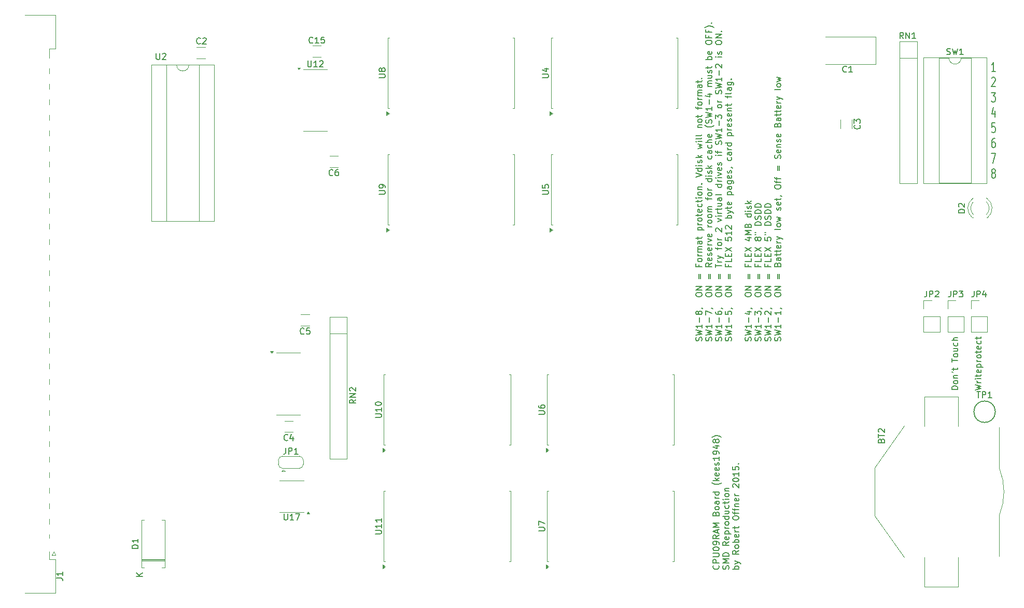
<source format=gbr>
G04 #@! TF.GenerationSoftware,KiCad,Pcbnew,8.0.9-8.0.9-0~ubuntu22.04.1*
G04 #@! TF.CreationDate,2025-03-29T10:12:52+01:00*
G04 #@! TF.ProjectId,CPU09RAM,43505530-3952-4414-9d2e-6b696361645f,rev?*
G04 #@! TF.SameCoordinates,Original*
G04 #@! TF.FileFunction,Legend,Top*
G04 #@! TF.FilePolarity,Positive*
%FSLAX46Y46*%
G04 Gerber Fmt 4.6, Leading zero omitted, Abs format (unit mm)*
G04 Created by KiCad (PCBNEW 8.0.9-8.0.9-0~ubuntu22.04.1) date 2025-03-29 10:12:52*
%MOMM*%
%LPD*%
G01*
G04 APERTURE LIST*
%ADD10C,0.150000*%
%ADD11C,0.120000*%
G04 APERTURE END LIST*
D10*
X219046588Y-61963618D02*
X218475160Y-61963618D01*
X218760874Y-61963618D02*
X218760874Y-60413618D01*
X218760874Y-60413618D02*
X218665636Y-60635047D01*
X218665636Y-60635047D02*
X218570398Y-60782666D01*
X218570398Y-60782666D02*
X218475160Y-60856475D01*
X218475160Y-63056650D02*
X218522779Y-62982841D01*
X218522779Y-62982841D02*
X218618017Y-62909031D01*
X218618017Y-62909031D02*
X218856112Y-62909031D01*
X218856112Y-62909031D02*
X218951350Y-62982841D01*
X218951350Y-62982841D02*
X218998969Y-63056650D01*
X218998969Y-63056650D02*
X219046588Y-63204269D01*
X219046588Y-63204269D02*
X219046588Y-63351888D01*
X219046588Y-63351888D02*
X218998969Y-63573317D01*
X218998969Y-63573317D02*
X218427541Y-64459031D01*
X218427541Y-64459031D02*
X219046588Y-64459031D01*
X218427541Y-65404444D02*
X219046588Y-65404444D01*
X219046588Y-65404444D02*
X218713255Y-65994920D01*
X218713255Y-65994920D02*
X218856112Y-65994920D01*
X218856112Y-65994920D02*
X218951350Y-66068730D01*
X218951350Y-66068730D02*
X218998969Y-66142539D01*
X218998969Y-66142539D02*
X219046588Y-66290158D01*
X219046588Y-66290158D02*
X219046588Y-66659206D01*
X219046588Y-66659206D02*
X218998969Y-66806825D01*
X218998969Y-66806825D02*
X218951350Y-66880635D01*
X218951350Y-66880635D02*
X218856112Y-66954444D01*
X218856112Y-66954444D02*
X218570398Y-66954444D01*
X218570398Y-66954444D02*
X218475160Y-66880635D01*
X218475160Y-66880635D02*
X218427541Y-66806825D01*
X218951350Y-68416524D02*
X218951350Y-69449857D01*
X218713255Y-67826048D02*
X218475160Y-68933190D01*
X218475160Y-68933190D02*
X219094207Y-68933190D01*
X218998969Y-70395270D02*
X218522779Y-70395270D01*
X218522779Y-70395270D02*
X218475160Y-71133365D01*
X218475160Y-71133365D02*
X218522779Y-71059556D01*
X218522779Y-71059556D02*
X218618017Y-70985746D01*
X218618017Y-70985746D02*
X218856112Y-70985746D01*
X218856112Y-70985746D02*
X218951350Y-71059556D01*
X218951350Y-71059556D02*
X218998969Y-71133365D01*
X218998969Y-71133365D02*
X219046588Y-71280984D01*
X219046588Y-71280984D02*
X219046588Y-71650032D01*
X219046588Y-71650032D02*
X218998969Y-71797651D01*
X218998969Y-71797651D02*
X218951350Y-71871461D01*
X218951350Y-71871461D02*
X218856112Y-71945270D01*
X218856112Y-71945270D02*
X218618017Y-71945270D01*
X218618017Y-71945270D02*
X218522779Y-71871461D01*
X218522779Y-71871461D02*
X218475160Y-71797651D01*
X218951350Y-72890683D02*
X218760874Y-72890683D01*
X218760874Y-72890683D02*
X218665636Y-72964493D01*
X218665636Y-72964493D02*
X218618017Y-73038302D01*
X218618017Y-73038302D02*
X218522779Y-73259731D01*
X218522779Y-73259731D02*
X218475160Y-73554969D01*
X218475160Y-73554969D02*
X218475160Y-74145445D01*
X218475160Y-74145445D02*
X218522779Y-74293064D01*
X218522779Y-74293064D02*
X218570398Y-74366874D01*
X218570398Y-74366874D02*
X218665636Y-74440683D01*
X218665636Y-74440683D02*
X218856112Y-74440683D01*
X218856112Y-74440683D02*
X218951350Y-74366874D01*
X218951350Y-74366874D02*
X218998969Y-74293064D01*
X218998969Y-74293064D02*
X219046588Y-74145445D01*
X219046588Y-74145445D02*
X219046588Y-73776397D01*
X219046588Y-73776397D02*
X218998969Y-73628778D01*
X218998969Y-73628778D02*
X218951350Y-73554969D01*
X218951350Y-73554969D02*
X218856112Y-73481159D01*
X218856112Y-73481159D02*
X218665636Y-73481159D01*
X218665636Y-73481159D02*
X218570398Y-73554969D01*
X218570398Y-73554969D02*
X218522779Y-73628778D01*
X218522779Y-73628778D02*
X218475160Y-73776397D01*
X218427541Y-75386096D02*
X219094207Y-75386096D01*
X219094207Y-75386096D02*
X218665636Y-76936096D01*
X218665636Y-78545795D02*
X218570398Y-78471985D01*
X218570398Y-78471985D02*
X218522779Y-78398176D01*
X218522779Y-78398176D02*
X218475160Y-78250557D01*
X218475160Y-78250557D02*
X218475160Y-78176747D01*
X218475160Y-78176747D02*
X218522779Y-78029128D01*
X218522779Y-78029128D02*
X218570398Y-77955319D01*
X218570398Y-77955319D02*
X218665636Y-77881509D01*
X218665636Y-77881509D02*
X218856112Y-77881509D01*
X218856112Y-77881509D02*
X218951350Y-77955319D01*
X218951350Y-77955319D02*
X218998969Y-78029128D01*
X218998969Y-78029128D02*
X219046588Y-78176747D01*
X219046588Y-78176747D02*
X219046588Y-78250557D01*
X219046588Y-78250557D02*
X218998969Y-78398176D01*
X218998969Y-78398176D02*
X218951350Y-78471985D01*
X218951350Y-78471985D02*
X218856112Y-78545795D01*
X218856112Y-78545795D02*
X218665636Y-78545795D01*
X218665636Y-78545795D02*
X218570398Y-78619604D01*
X218570398Y-78619604D02*
X218522779Y-78693414D01*
X218522779Y-78693414D02*
X218475160Y-78841033D01*
X218475160Y-78841033D02*
X218475160Y-79136271D01*
X218475160Y-79136271D02*
X218522779Y-79283890D01*
X218522779Y-79283890D02*
X218570398Y-79357700D01*
X218570398Y-79357700D02*
X218665636Y-79431509D01*
X218665636Y-79431509D02*
X218856112Y-79431509D01*
X218856112Y-79431509D02*
X218951350Y-79357700D01*
X218951350Y-79357700D02*
X218998969Y-79283890D01*
X218998969Y-79283890D02*
X219046588Y-79136271D01*
X219046588Y-79136271D02*
X219046588Y-78841033D01*
X219046588Y-78841033D02*
X218998969Y-78693414D01*
X218998969Y-78693414D02*
X218951350Y-78619604D01*
X218951350Y-78619604D02*
X218856112Y-78545795D01*
X171092648Y-106009839D02*
X171140267Y-105866982D01*
X171140267Y-105866982D02*
X171140267Y-105628887D01*
X171140267Y-105628887D02*
X171092648Y-105533649D01*
X171092648Y-105533649D02*
X171045028Y-105486030D01*
X171045028Y-105486030D02*
X170949790Y-105438411D01*
X170949790Y-105438411D02*
X170854552Y-105438411D01*
X170854552Y-105438411D02*
X170759314Y-105486030D01*
X170759314Y-105486030D02*
X170711695Y-105533649D01*
X170711695Y-105533649D02*
X170664076Y-105628887D01*
X170664076Y-105628887D02*
X170616457Y-105819363D01*
X170616457Y-105819363D02*
X170568838Y-105914601D01*
X170568838Y-105914601D02*
X170521219Y-105962220D01*
X170521219Y-105962220D02*
X170425981Y-106009839D01*
X170425981Y-106009839D02*
X170330743Y-106009839D01*
X170330743Y-106009839D02*
X170235505Y-105962220D01*
X170235505Y-105962220D02*
X170187886Y-105914601D01*
X170187886Y-105914601D02*
X170140267Y-105819363D01*
X170140267Y-105819363D02*
X170140267Y-105581268D01*
X170140267Y-105581268D02*
X170187886Y-105438411D01*
X170140267Y-105105077D02*
X171140267Y-104866982D01*
X171140267Y-104866982D02*
X170425981Y-104676506D01*
X170425981Y-104676506D02*
X171140267Y-104486030D01*
X171140267Y-104486030D02*
X170140267Y-104247935D01*
X171140267Y-103343173D02*
X171140267Y-103914601D01*
X171140267Y-103628887D02*
X170140267Y-103628887D01*
X170140267Y-103628887D02*
X170283124Y-103724125D01*
X170283124Y-103724125D02*
X170378362Y-103819363D01*
X170378362Y-103819363D02*
X170425981Y-103914601D01*
X170759314Y-102914601D02*
X170759314Y-102152697D01*
X170568838Y-101533649D02*
X170521219Y-101628887D01*
X170521219Y-101628887D02*
X170473600Y-101676506D01*
X170473600Y-101676506D02*
X170378362Y-101724125D01*
X170378362Y-101724125D02*
X170330743Y-101724125D01*
X170330743Y-101724125D02*
X170235505Y-101676506D01*
X170235505Y-101676506D02*
X170187886Y-101628887D01*
X170187886Y-101628887D02*
X170140267Y-101533649D01*
X170140267Y-101533649D02*
X170140267Y-101343173D01*
X170140267Y-101343173D02*
X170187886Y-101247935D01*
X170187886Y-101247935D02*
X170235505Y-101200316D01*
X170235505Y-101200316D02*
X170330743Y-101152697D01*
X170330743Y-101152697D02*
X170378362Y-101152697D01*
X170378362Y-101152697D02*
X170473600Y-101200316D01*
X170473600Y-101200316D02*
X170521219Y-101247935D01*
X170521219Y-101247935D02*
X170568838Y-101343173D01*
X170568838Y-101343173D02*
X170568838Y-101533649D01*
X170568838Y-101533649D02*
X170616457Y-101628887D01*
X170616457Y-101628887D02*
X170664076Y-101676506D01*
X170664076Y-101676506D02*
X170759314Y-101724125D01*
X170759314Y-101724125D02*
X170949790Y-101724125D01*
X170949790Y-101724125D02*
X171045028Y-101676506D01*
X171045028Y-101676506D02*
X171092648Y-101628887D01*
X171092648Y-101628887D02*
X171140267Y-101533649D01*
X171140267Y-101533649D02*
X171140267Y-101343173D01*
X171140267Y-101343173D02*
X171092648Y-101247935D01*
X171092648Y-101247935D02*
X171045028Y-101200316D01*
X171045028Y-101200316D02*
X170949790Y-101152697D01*
X170949790Y-101152697D02*
X170759314Y-101152697D01*
X170759314Y-101152697D02*
X170664076Y-101200316D01*
X170664076Y-101200316D02*
X170616457Y-101247935D01*
X170616457Y-101247935D02*
X170568838Y-101343173D01*
X171092648Y-100676506D02*
X171140267Y-100676506D01*
X171140267Y-100676506D02*
X171235505Y-100724125D01*
X171235505Y-100724125D02*
X171283124Y-100771744D01*
X170140267Y-98533649D02*
X170140267Y-98343173D01*
X170140267Y-98343173D02*
X170187886Y-98247935D01*
X170187886Y-98247935D02*
X170283124Y-98152697D01*
X170283124Y-98152697D02*
X170473600Y-98105078D01*
X170473600Y-98105078D02*
X170806933Y-98105078D01*
X170806933Y-98105078D02*
X170997409Y-98152697D01*
X170997409Y-98152697D02*
X171092648Y-98247935D01*
X171092648Y-98247935D02*
X171140267Y-98343173D01*
X171140267Y-98343173D02*
X171140267Y-98533649D01*
X171140267Y-98533649D02*
X171092648Y-98628887D01*
X171092648Y-98628887D02*
X170997409Y-98724125D01*
X170997409Y-98724125D02*
X170806933Y-98771744D01*
X170806933Y-98771744D02*
X170473600Y-98771744D01*
X170473600Y-98771744D02*
X170283124Y-98724125D01*
X170283124Y-98724125D02*
X170187886Y-98628887D01*
X170187886Y-98628887D02*
X170140267Y-98533649D01*
X171140267Y-97676506D02*
X170140267Y-97676506D01*
X170140267Y-97676506D02*
X171140267Y-97105078D01*
X171140267Y-97105078D02*
X170140267Y-97105078D01*
X170616457Y-95866982D02*
X170616457Y-95105078D01*
X170902171Y-95105078D02*
X170902171Y-95866982D01*
X170616457Y-93533649D02*
X170616457Y-93866982D01*
X171140267Y-93866982D02*
X170140267Y-93866982D01*
X170140267Y-93866982D02*
X170140267Y-93390792D01*
X171140267Y-92866982D02*
X171092648Y-92962220D01*
X171092648Y-92962220D02*
X171045028Y-93009839D01*
X171045028Y-93009839D02*
X170949790Y-93057458D01*
X170949790Y-93057458D02*
X170664076Y-93057458D01*
X170664076Y-93057458D02*
X170568838Y-93009839D01*
X170568838Y-93009839D02*
X170521219Y-92962220D01*
X170521219Y-92962220D02*
X170473600Y-92866982D01*
X170473600Y-92866982D02*
X170473600Y-92724125D01*
X170473600Y-92724125D02*
X170521219Y-92628887D01*
X170521219Y-92628887D02*
X170568838Y-92581268D01*
X170568838Y-92581268D02*
X170664076Y-92533649D01*
X170664076Y-92533649D02*
X170949790Y-92533649D01*
X170949790Y-92533649D02*
X171045028Y-92581268D01*
X171045028Y-92581268D02*
X171092648Y-92628887D01*
X171092648Y-92628887D02*
X171140267Y-92724125D01*
X171140267Y-92724125D02*
X171140267Y-92866982D01*
X171140267Y-92105077D02*
X170473600Y-92105077D01*
X170664076Y-92105077D02*
X170568838Y-92057458D01*
X170568838Y-92057458D02*
X170521219Y-92009839D01*
X170521219Y-92009839D02*
X170473600Y-91914601D01*
X170473600Y-91914601D02*
X170473600Y-91819363D01*
X171140267Y-91486029D02*
X170473600Y-91486029D01*
X170568838Y-91486029D02*
X170521219Y-91438410D01*
X170521219Y-91438410D02*
X170473600Y-91343172D01*
X170473600Y-91343172D02*
X170473600Y-91200315D01*
X170473600Y-91200315D02*
X170521219Y-91105077D01*
X170521219Y-91105077D02*
X170616457Y-91057458D01*
X170616457Y-91057458D02*
X171140267Y-91057458D01*
X170616457Y-91057458D02*
X170521219Y-91009839D01*
X170521219Y-91009839D02*
X170473600Y-90914601D01*
X170473600Y-90914601D02*
X170473600Y-90771744D01*
X170473600Y-90771744D02*
X170521219Y-90676505D01*
X170521219Y-90676505D02*
X170616457Y-90628886D01*
X170616457Y-90628886D02*
X171140267Y-90628886D01*
X171140267Y-89724125D02*
X170616457Y-89724125D01*
X170616457Y-89724125D02*
X170521219Y-89771744D01*
X170521219Y-89771744D02*
X170473600Y-89866982D01*
X170473600Y-89866982D02*
X170473600Y-90057458D01*
X170473600Y-90057458D02*
X170521219Y-90152696D01*
X171092648Y-89724125D02*
X171140267Y-89819363D01*
X171140267Y-89819363D02*
X171140267Y-90057458D01*
X171140267Y-90057458D02*
X171092648Y-90152696D01*
X171092648Y-90152696D02*
X170997409Y-90200315D01*
X170997409Y-90200315D02*
X170902171Y-90200315D01*
X170902171Y-90200315D02*
X170806933Y-90152696D01*
X170806933Y-90152696D02*
X170759314Y-90057458D01*
X170759314Y-90057458D02*
X170759314Y-89819363D01*
X170759314Y-89819363D02*
X170711695Y-89724125D01*
X170473600Y-89390791D02*
X170473600Y-89009839D01*
X170140267Y-89247934D02*
X170997409Y-89247934D01*
X170997409Y-89247934D02*
X171092648Y-89200315D01*
X171092648Y-89200315D02*
X171140267Y-89105077D01*
X171140267Y-89105077D02*
X171140267Y-89009839D01*
X170473600Y-87914600D02*
X171473600Y-87914600D01*
X170521219Y-87914600D02*
X170473600Y-87819362D01*
X170473600Y-87819362D02*
X170473600Y-87628886D01*
X170473600Y-87628886D02*
X170521219Y-87533648D01*
X170521219Y-87533648D02*
X170568838Y-87486029D01*
X170568838Y-87486029D02*
X170664076Y-87438410D01*
X170664076Y-87438410D02*
X170949790Y-87438410D01*
X170949790Y-87438410D02*
X171045028Y-87486029D01*
X171045028Y-87486029D02*
X171092648Y-87533648D01*
X171092648Y-87533648D02*
X171140267Y-87628886D01*
X171140267Y-87628886D02*
X171140267Y-87819362D01*
X171140267Y-87819362D02*
X171092648Y-87914600D01*
X171140267Y-87009838D02*
X170473600Y-87009838D01*
X170664076Y-87009838D02*
X170568838Y-86962219D01*
X170568838Y-86962219D02*
X170521219Y-86914600D01*
X170521219Y-86914600D02*
X170473600Y-86819362D01*
X170473600Y-86819362D02*
X170473600Y-86724124D01*
X171140267Y-86247933D02*
X171092648Y-86343171D01*
X171092648Y-86343171D02*
X171045028Y-86390790D01*
X171045028Y-86390790D02*
X170949790Y-86438409D01*
X170949790Y-86438409D02*
X170664076Y-86438409D01*
X170664076Y-86438409D02*
X170568838Y-86390790D01*
X170568838Y-86390790D02*
X170521219Y-86343171D01*
X170521219Y-86343171D02*
X170473600Y-86247933D01*
X170473600Y-86247933D02*
X170473600Y-86105076D01*
X170473600Y-86105076D02*
X170521219Y-86009838D01*
X170521219Y-86009838D02*
X170568838Y-85962219D01*
X170568838Y-85962219D02*
X170664076Y-85914600D01*
X170664076Y-85914600D02*
X170949790Y-85914600D01*
X170949790Y-85914600D02*
X171045028Y-85962219D01*
X171045028Y-85962219D02*
X171092648Y-86009838D01*
X171092648Y-86009838D02*
X171140267Y-86105076D01*
X171140267Y-86105076D02*
X171140267Y-86247933D01*
X170473600Y-85628885D02*
X170473600Y-85247933D01*
X170140267Y-85486028D02*
X170997409Y-85486028D01*
X170997409Y-85486028D02*
X171092648Y-85438409D01*
X171092648Y-85438409D02*
X171140267Y-85343171D01*
X171140267Y-85343171D02*
X171140267Y-85247933D01*
X171092648Y-84533647D02*
X171140267Y-84628885D01*
X171140267Y-84628885D02*
X171140267Y-84819361D01*
X171140267Y-84819361D02*
X171092648Y-84914599D01*
X171092648Y-84914599D02*
X170997409Y-84962218D01*
X170997409Y-84962218D02*
X170616457Y-84962218D01*
X170616457Y-84962218D02*
X170521219Y-84914599D01*
X170521219Y-84914599D02*
X170473600Y-84819361D01*
X170473600Y-84819361D02*
X170473600Y-84628885D01*
X170473600Y-84628885D02*
X170521219Y-84533647D01*
X170521219Y-84533647D02*
X170616457Y-84486028D01*
X170616457Y-84486028D02*
X170711695Y-84486028D01*
X170711695Y-84486028D02*
X170806933Y-84962218D01*
X171092648Y-83628885D02*
X171140267Y-83724123D01*
X171140267Y-83724123D02*
X171140267Y-83914599D01*
X171140267Y-83914599D02*
X171092648Y-84009837D01*
X171092648Y-84009837D02*
X171045028Y-84057456D01*
X171045028Y-84057456D02*
X170949790Y-84105075D01*
X170949790Y-84105075D02*
X170664076Y-84105075D01*
X170664076Y-84105075D02*
X170568838Y-84057456D01*
X170568838Y-84057456D02*
X170521219Y-84009837D01*
X170521219Y-84009837D02*
X170473600Y-83914599D01*
X170473600Y-83914599D02*
X170473600Y-83724123D01*
X170473600Y-83724123D02*
X170521219Y-83628885D01*
X170473600Y-83343170D02*
X170473600Y-82962218D01*
X170140267Y-83200313D02*
X170997409Y-83200313D01*
X170997409Y-83200313D02*
X171092648Y-83152694D01*
X171092648Y-83152694D02*
X171140267Y-83057456D01*
X171140267Y-83057456D02*
X171140267Y-82962218D01*
X171140267Y-82628884D02*
X170473600Y-82628884D01*
X170140267Y-82628884D02*
X170187886Y-82676503D01*
X170187886Y-82676503D02*
X170235505Y-82628884D01*
X170235505Y-82628884D02*
X170187886Y-82581265D01*
X170187886Y-82581265D02*
X170140267Y-82628884D01*
X170140267Y-82628884D02*
X170235505Y-82628884D01*
X171140267Y-82009837D02*
X171092648Y-82105075D01*
X171092648Y-82105075D02*
X171045028Y-82152694D01*
X171045028Y-82152694D02*
X170949790Y-82200313D01*
X170949790Y-82200313D02*
X170664076Y-82200313D01*
X170664076Y-82200313D02*
X170568838Y-82152694D01*
X170568838Y-82152694D02*
X170521219Y-82105075D01*
X170521219Y-82105075D02*
X170473600Y-82009837D01*
X170473600Y-82009837D02*
X170473600Y-81866980D01*
X170473600Y-81866980D02*
X170521219Y-81771742D01*
X170521219Y-81771742D02*
X170568838Y-81724123D01*
X170568838Y-81724123D02*
X170664076Y-81676504D01*
X170664076Y-81676504D02*
X170949790Y-81676504D01*
X170949790Y-81676504D02*
X171045028Y-81724123D01*
X171045028Y-81724123D02*
X171092648Y-81771742D01*
X171092648Y-81771742D02*
X171140267Y-81866980D01*
X171140267Y-81866980D02*
X171140267Y-82009837D01*
X170473600Y-81247932D02*
X171140267Y-81247932D01*
X170568838Y-81247932D02*
X170521219Y-81200313D01*
X170521219Y-81200313D02*
X170473600Y-81105075D01*
X170473600Y-81105075D02*
X170473600Y-80962218D01*
X170473600Y-80962218D02*
X170521219Y-80866980D01*
X170521219Y-80866980D02*
X170616457Y-80819361D01*
X170616457Y-80819361D02*
X171140267Y-80819361D01*
X171045028Y-80343170D02*
X171092648Y-80295551D01*
X171092648Y-80295551D02*
X171140267Y-80343170D01*
X171140267Y-80343170D02*
X171092648Y-80390789D01*
X171092648Y-80390789D02*
X171045028Y-80343170D01*
X171045028Y-80343170D02*
X171140267Y-80343170D01*
X170140267Y-79247932D02*
X171140267Y-78914599D01*
X171140267Y-78914599D02*
X170140267Y-78581266D01*
X171140267Y-77819361D02*
X170140267Y-77819361D01*
X171092648Y-77819361D02*
X171140267Y-77914599D01*
X171140267Y-77914599D02*
X171140267Y-78105075D01*
X171140267Y-78105075D02*
X171092648Y-78200313D01*
X171092648Y-78200313D02*
X171045028Y-78247932D01*
X171045028Y-78247932D02*
X170949790Y-78295551D01*
X170949790Y-78295551D02*
X170664076Y-78295551D01*
X170664076Y-78295551D02*
X170568838Y-78247932D01*
X170568838Y-78247932D02*
X170521219Y-78200313D01*
X170521219Y-78200313D02*
X170473600Y-78105075D01*
X170473600Y-78105075D02*
X170473600Y-77914599D01*
X170473600Y-77914599D02*
X170521219Y-77819361D01*
X171140267Y-77343170D02*
X170473600Y-77343170D01*
X170140267Y-77343170D02*
X170187886Y-77390789D01*
X170187886Y-77390789D02*
X170235505Y-77343170D01*
X170235505Y-77343170D02*
X170187886Y-77295551D01*
X170187886Y-77295551D02*
X170140267Y-77343170D01*
X170140267Y-77343170D02*
X170235505Y-77343170D01*
X171092648Y-76914599D02*
X171140267Y-76819361D01*
X171140267Y-76819361D02*
X171140267Y-76628885D01*
X171140267Y-76628885D02*
X171092648Y-76533647D01*
X171092648Y-76533647D02*
X170997409Y-76486028D01*
X170997409Y-76486028D02*
X170949790Y-76486028D01*
X170949790Y-76486028D02*
X170854552Y-76533647D01*
X170854552Y-76533647D02*
X170806933Y-76628885D01*
X170806933Y-76628885D02*
X170806933Y-76771742D01*
X170806933Y-76771742D02*
X170759314Y-76866980D01*
X170759314Y-76866980D02*
X170664076Y-76914599D01*
X170664076Y-76914599D02*
X170616457Y-76914599D01*
X170616457Y-76914599D02*
X170521219Y-76866980D01*
X170521219Y-76866980D02*
X170473600Y-76771742D01*
X170473600Y-76771742D02*
X170473600Y-76628885D01*
X170473600Y-76628885D02*
X170521219Y-76533647D01*
X171140267Y-76057456D02*
X170140267Y-76057456D01*
X170759314Y-75962218D02*
X171140267Y-75676504D01*
X170473600Y-75676504D02*
X170854552Y-76057456D01*
X170473600Y-74581265D02*
X171140267Y-74390789D01*
X171140267Y-74390789D02*
X170664076Y-74200313D01*
X170664076Y-74200313D02*
X171140267Y-74009837D01*
X171140267Y-74009837D02*
X170473600Y-73819361D01*
X171140267Y-73438408D02*
X170473600Y-73438408D01*
X170140267Y-73438408D02*
X170187886Y-73486027D01*
X170187886Y-73486027D02*
X170235505Y-73438408D01*
X170235505Y-73438408D02*
X170187886Y-73390789D01*
X170187886Y-73390789D02*
X170140267Y-73438408D01*
X170140267Y-73438408D02*
X170235505Y-73438408D01*
X171140267Y-72819361D02*
X171092648Y-72914599D01*
X171092648Y-72914599D02*
X170997409Y-72962218D01*
X170997409Y-72962218D02*
X170140267Y-72962218D01*
X171140267Y-72295551D02*
X171092648Y-72390789D01*
X171092648Y-72390789D02*
X170997409Y-72438408D01*
X170997409Y-72438408D02*
X170140267Y-72438408D01*
X170473600Y-71152693D02*
X171140267Y-71152693D01*
X170568838Y-71152693D02*
X170521219Y-71105074D01*
X170521219Y-71105074D02*
X170473600Y-71009836D01*
X170473600Y-71009836D02*
X170473600Y-70866979D01*
X170473600Y-70866979D02*
X170521219Y-70771741D01*
X170521219Y-70771741D02*
X170616457Y-70724122D01*
X170616457Y-70724122D02*
X171140267Y-70724122D01*
X171140267Y-70105074D02*
X171092648Y-70200312D01*
X171092648Y-70200312D02*
X171045028Y-70247931D01*
X171045028Y-70247931D02*
X170949790Y-70295550D01*
X170949790Y-70295550D02*
X170664076Y-70295550D01*
X170664076Y-70295550D02*
X170568838Y-70247931D01*
X170568838Y-70247931D02*
X170521219Y-70200312D01*
X170521219Y-70200312D02*
X170473600Y-70105074D01*
X170473600Y-70105074D02*
X170473600Y-69962217D01*
X170473600Y-69962217D02*
X170521219Y-69866979D01*
X170521219Y-69866979D02*
X170568838Y-69819360D01*
X170568838Y-69819360D02*
X170664076Y-69771741D01*
X170664076Y-69771741D02*
X170949790Y-69771741D01*
X170949790Y-69771741D02*
X171045028Y-69819360D01*
X171045028Y-69819360D02*
X171092648Y-69866979D01*
X171092648Y-69866979D02*
X171140267Y-69962217D01*
X171140267Y-69962217D02*
X171140267Y-70105074D01*
X170473600Y-69486026D02*
X170473600Y-69105074D01*
X170140267Y-69343169D02*
X170997409Y-69343169D01*
X170997409Y-69343169D02*
X171092648Y-69295550D01*
X171092648Y-69295550D02*
X171140267Y-69200312D01*
X171140267Y-69200312D02*
X171140267Y-69105074D01*
X170473600Y-68152692D02*
X170473600Y-67771740D01*
X171140267Y-68009835D02*
X170283124Y-68009835D01*
X170283124Y-68009835D02*
X170187886Y-67962216D01*
X170187886Y-67962216D02*
X170140267Y-67866978D01*
X170140267Y-67866978D02*
X170140267Y-67771740D01*
X171140267Y-67295549D02*
X171092648Y-67390787D01*
X171092648Y-67390787D02*
X171045028Y-67438406D01*
X171045028Y-67438406D02*
X170949790Y-67486025D01*
X170949790Y-67486025D02*
X170664076Y-67486025D01*
X170664076Y-67486025D02*
X170568838Y-67438406D01*
X170568838Y-67438406D02*
X170521219Y-67390787D01*
X170521219Y-67390787D02*
X170473600Y-67295549D01*
X170473600Y-67295549D02*
X170473600Y-67152692D01*
X170473600Y-67152692D02*
X170521219Y-67057454D01*
X170521219Y-67057454D02*
X170568838Y-67009835D01*
X170568838Y-67009835D02*
X170664076Y-66962216D01*
X170664076Y-66962216D02*
X170949790Y-66962216D01*
X170949790Y-66962216D02*
X171045028Y-67009835D01*
X171045028Y-67009835D02*
X171092648Y-67057454D01*
X171092648Y-67057454D02*
X171140267Y-67152692D01*
X171140267Y-67152692D02*
X171140267Y-67295549D01*
X171140267Y-66533644D02*
X170473600Y-66533644D01*
X170664076Y-66533644D02*
X170568838Y-66486025D01*
X170568838Y-66486025D02*
X170521219Y-66438406D01*
X170521219Y-66438406D02*
X170473600Y-66343168D01*
X170473600Y-66343168D02*
X170473600Y-66247930D01*
X171140267Y-65914596D02*
X170473600Y-65914596D01*
X170568838Y-65914596D02*
X170521219Y-65866977D01*
X170521219Y-65866977D02*
X170473600Y-65771739D01*
X170473600Y-65771739D02*
X170473600Y-65628882D01*
X170473600Y-65628882D02*
X170521219Y-65533644D01*
X170521219Y-65533644D02*
X170616457Y-65486025D01*
X170616457Y-65486025D02*
X171140267Y-65486025D01*
X170616457Y-65486025D02*
X170521219Y-65438406D01*
X170521219Y-65438406D02*
X170473600Y-65343168D01*
X170473600Y-65343168D02*
X170473600Y-65200311D01*
X170473600Y-65200311D02*
X170521219Y-65105072D01*
X170521219Y-65105072D02*
X170616457Y-65057453D01*
X170616457Y-65057453D02*
X171140267Y-65057453D01*
X171140267Y-64152692D02*
X170616457Y-64152692D01*
X170616457Y-64152692D02*
X170521219Y-64200311D01*
X170521219Y-64200311D02*
X170473600Y-64295549D01*
X170473600Y-64295549D02*
X170473600Y-64486025D01*
X170473600Y-64486025D02*
X170521219Y-64581263D01*
X171092648Y-64152692D02*
X171140267Y-64247930D01*
X171140267Y-64247930D02*
X171140267Y-64486025D01*
X171140267Y-64486025D02*
X171092648Y-64581263D01*
X171092648Y-64581263D02*
X170997409Y-64628882D01*
X170997409Y-64628882D02*
X170902171Y-64628882D01*
X170902171Y-64628882D02*
X170806933Y-64581263D01*
X170806933Y-64581263D02*
X170759314Y-64486025D01*
X170759314Y-64486025D02*
X170759314Y-64247930D01*
X170759314Y-64247930D02*
X170711695Y-64152692D01*
X170473600Y-63819358D02*
X170473600Y-63438406D01*
X170140267Y-63676501D02*
X170997409Y-63676501D01*
X170997409Y-63676501D02*
X171092648Y-63628882D01*
X171092648Y-63628882D02*
X171140267Y-63533644D01*
X171140267Y-63533644D02*
X171140267Y-63438406D01*
X171045028Y-63105072D02*
X171092648Y-63057453D01*
X171092648Y-63057453D02*
X171140267Y-63105072D01*
X171140267Y-63105072D02*
X171092648Y-63152691D01*
X171092648Y-63152691D02*
X171045028Y-63105072D01*
X171045028Y-63105072D02*
X171140267Y-63105072D01*
X172702592Y-106009839D02*
X172750211Y-105866982D01*
X172750211Y-105866982D02*
X172750211Y-105628887D01*
X172750211Y-105628887D02*
X172702592Y-105533649D01*
X172702592Y-105533649D02*
X172654972Y-105486030D01*
X172654972Y-105486030D02*
X172559734Y-105438411D01*
X172559734Y-105438411D02*
X172464496Y-105438411D01*
X172464496Y-105438411D02*
X172369258Y-105486030D01*
X172369258Y-105486030D02*
X172321639Y-105533649D01*
X172321639Y-105533649D02*
X172274020Y-105628887D01*
X172274020Y-105628887D02*
X172226401Y-105819363D01*
X172226401Y-105819363D02*
X172178782Y-105914601D01*
X172178782Y-105914601D02*
X172131163Y-105962220D01*
X172131163Y-105962220D02*
X172035925Y-106009839D01*
X172035925Y-106009839D02*
X171940687Y-106009839D01*
X171940687Y-106009839D02*
X171845449Y-105962220D01*
X171845449Y-105962220D02*
X171797830Y-105914601D01*
X171797830Y-105914601D02*
X171750211Y-105819363D01*
X171750211Y-105819363D02*
X171750211Y-105581268D01*
X171750211Y-105581268D02*
X171797830Y-105438411D01*
X171750211Y-105105077D02*
X172750211Y-104866982D01*
X172750211Y-104866982D02*
X172035925Y-104676506D01*
X172035925Y-104676506D02*
X172750211Y-104486030D01*
X172750211Y-104486030D02*
X171750211Y-104247935D01*
X172750211Y-103343173D02*
X172750211Y-103914601D01*
X172750211Y-103628887D02*
X171750211Y-103628887D01*
X171750211Y-103628887D02*
X171893068Y-103724125D01*
X171893068Y-103724125D02*
X171988306Y-103819363D01*
X171988306Y-103819363D02*
X172035925Y-103914601D01*
X172369258Y-102914601D02*
X172369258Y-102152697D01*
X171750211Y-101771744D02*
X171750211Y-101105078D01*
X171750211Y-101105078D02*
X172750211Y-101533649D01*
X172702592Y-100676506D02*
X172750211Y-100676506D01*
X172750211Y-100676506D02*
X172845449Y-100724125D01*
X172845449Y-100724125D02*
X172893068Y-100771744D01*
X171750211Y-98533649D02*
X171750211Y-98343173D01*
X171750211Y-98343173D02*
X171797830Y-98247935D01*
X171797830Y-98247935D02*
X171893068Y-98152697D01*
X171893068Y-98152697D02*
X172083544Y-98105078D01*
X172083544Y-98105078D02*
X172416877Y-98105078D01*
X172416877Y-98105078D02*
X172607353Y-98152697D01*
X172607353Y-98152697D02*
X172702592Y-98247935D01*
X172702592Y-98247935D02*
X172750211Y-98343173D01*
X172750211Y-98343173D02*
X172750211Y-98533649D01*
X172750211Y-98533649D02*
X172702592Y-98628887D01*
X172702592Y-98628887D02*
X172607353Y-98724125D01*
X172607353Y-98724125D02*
X172416877Y-98771744D01*
X172416877Y-98771744D02*
X172083544Y-98771744D01*
X172083544Y-98771744D02*
X171893068Y-98724125D01*
X171893068Y-98724125D02*
X171797830Y-98628887D01*
X171797830Y-98628887D02*
X171750211Y-98533649D01*
X172750211Y-97676506D02*
X171750211Y-97676506D01*
X171750211Y-97676506D02*
X172750211Y-97105078D01*
X172750211Y-97105078D02*
X171750211Y-97105078D01*
X172226401Y-95866982D02*
X172226401Y-95105078D01*
X172512115Y-95105078D02*
X172512115Y-95866982D01*
X172750211Y-93295554D02*
X172274020Y-93628887D01*
X172750211Y-93866982D02*
X171750211Y-93866982D01*
X171750211Y-93866982D02*
X171750211Y-93486030D01*
X171750211Y-93486030D02*
X171797830Y-93390792D01*
X171797830Y-93390792D02*
X171845449Y-93343173D01*
X171845449Y-93343173D02*
X171940687Y-93295554D01*
X171940687Y-93295554D02*
X172083544Y-93295554D01*
X172083544Y-93295554D02*
X172178782Y-93343173D01*
X172178782Y-93343173D02*
X172226401Y-93390792D01*
X172226401Y-93390792D02*
X172274020Y-93486030D01*
X172274020Y-93486030D02*
X172274020Y-93866982D01*
X172702592Y-92486030D02*
X172750211Y-92581268D01*
X172750211Y-92581268D02*
X172750211Y-92771744D01*
X172750211Y-92771744D02*
X172702592Y-92866982D01*
X172702592Y-92866982D02*
X172607353Y-92914601D01*
X172607353Y-92914601D02*
X172226401Y-92914601D01*
X172226401Y-92914601D02*
X172131163Y-92866982D01*
X172131163Y-92866982D02*
X172083544Y-92771744D01*
X172083544Y-92771744D02*
X172083544Y-92581268D01*
X172083544Y-92581268D02*
X172131163Y-92486030D01*
X172131163Y-92486030D02*
X172226401Y-92438411D01*
X172226401Y-92438411D02*
X172321639Y-92438411D01*
X172321639Y-92438411D02*
X172416877Y-92914601D01*
X172702592Y-92057458D02*
X172750211Y-91962220D01*
X172750211Y-91962220D02*
X172750211Y-91771744D01*
X172750211Y-91771744D02*
X172702592Y-91676506D01*
X172702592Y-91676506D02*
X172607353Y-91628887D01*
X172607353Y-91628887D02*
X172559734Y-91628887D01*
X172559734Y-91628887D02*
X172464496Y-91676506D01*
X172464496Y-91676506D02*
X172416877Y-91771744D01*
X172416877Y-91771744D02*
X172416877Y-91914601D01*
X172416877Y-91914601D02*
X172369258Y-92009839D01*
X172369258Y-92009839D02*
X172274020Y-92057458D01*
X172274020Y-92057458D02*
X172226401Y-92057458D01*
X172226401Y-92057458D02*
X172131163Y-92009839D01*
X172131163Y-92009839D02*
X172083544Y-91914601D01*
X172083544Y-91914601D02*
X172083544Y-91771744D01*
X172083544Y-91771744D02*
X172131163Y-91676506D01*
X172702592Y-90819363D02*
X172750211Y-90914601D01*
X172750211Y-90914601D02*
X172750211Y-91105077D01*
X172750211Y-91105077D02*
X172702592Y-91200315D01*
X172702592Y-91200315D02*
X172607353Y-91247934D01*
X172607353Y-91247934D02*
X172226401Y-91247934D01*
X172226401Y-91247934D02*
X172131163Y-91200315D01*
X172131163Y-91200315D02*
X172083544Y-91105077D01*
X172083544Y-91105077D02*
X172083544Y-90914601D01*
X172083544Y-90914601D02*
X172131163Y-90819363D01*
X172131163Y-90819363D02*
X172226401Y-90771744D01*
X172226401Y-90771744D02*
X172321639Y-90771744D01*
X172321639Y-90771744D02*
X172416877Y-91247934D01*
X172750211Y-90343172D02*
X172083544Y-90343172D01*
X172274020Y-90343172D02*
X172178782Y-90295553D01*
X172178782Y-90295553D02*
X172131163Y-90247934D01*
X172131163Y-90247934D02*
X172083544Y-90152696D01*
X172083544Y-90152696D02*
X172083544Y-90057458D01*
X172083544Y-89819362D02*
X172750211Y-89581267D01*
X172750211Y-89581267D02*
X172083544Y-89343172D01*
X172702592Y-88581267D02*
X172750211Y-88676505D01*
X172750211Y-88676505D02*
X172750211Y-88866981D01*
X172750211Y-88866981D02*
X172702592Y-88962219D01*
X172702592Y-88962219D02*
X172607353Y-89009838D01*
X172607353Y-89009838D02*
X172226401Y-89009838D01*
X172226401Y-89009838D02*
X172131163Y-88962219D01*
X172131163Y-88962219D02*
X172083544Y-88866981D01*
X172083544Y-88866981D02*
X172083544Y-88676505D01*
X172083544Y-88676505D02*
X172131163Y-88581267D01*
X172131163Y-88581267D02*
X172226401Y-88533648D01*
X172226401Y-88533648D02*
X172321639Y-88533648D01*
X172321639Y-88533648D02*
X172416877Y-89009838D01*
X172750211Y-87343171D02*
X172083544Y-87343171D01*
X172274020Y-87343171D02*
X172178782Y-87295552D01*
X172178782Y-87295552D02*
X172131163Y-87247933D01*
X172131163Y-87247933D02*
X172083544Y-87152695D01*
X172083544Y-87152695D02*
X172083544Y-87057457D01*
X172750211Y-86581266D02*
X172702592Y-86676504D01*
X172702592Y-86676504D02*
X172654972Y-86724123D01*
X172654972Y-86724123D02*
X172559734Y-86771742D01*
X172559734Y-86771742D02*
X172274020Y-86771742D01*
X172274020Y-86771742D02*
X172178782Y-86724123D01*
X172178782Y-86724123D02*
X172131163Y-86676504D01*
X172131163Y-86676504D02*
X172083544Y-86581266D01*
X172083544Y-86581266D02*
X172083544Y-86438409D01*
X172083544Y-86438409D02*
X172131163Y-86343171D01*
X172131163Y-86343171D02*
X172178782Y-86295552D01*
X172178782Y-86295552D02*
X172274020Y-86247933D01*
X172274020Y-86247933D02*
X172559734Y-86247933D01*
X172559734Y-86247933D02*
X172654972Y-86295552D01*
X172654972Y-86295552D02*
X172702592Y-86343171D01*
X172702592Y-86343171D02*
X172750211Y-86438409D01*
X172750211Y-86438409D02*
X172750211Y-86581266D01*
X172750211Y-85676504D02*
X172702592Y-85771742D01*
X172702592Y-85771742D02*
X172654972Y-85819361D01*
X172654972Y-85819361D02*
X172559734Y-85866980D01*
X172559734Y-85866980D02*
X172274020Y-85866980D01*
X172274020Y-85866980D02*
X172178782Y-85819361D01*
X172178782Y-85819361D02*
X172131163Y-85771742D01*
X172131163Y-85771742D02*
X172083544Y-85676504D01*
X172083544Y-85676504D02*
X172083544Y-85533647D01*
X172083544Y-85533647D02*
X172131163Y-85438409D01*
X172131163Y-85438409D02*
X172178782Y-85390790D01*
X172178782Y-85390790D02*
X172274020Y-85343171D01*
X172274020Y-85343171D02*
X172559734Y-85343171D01*
X172559734Y-85343171D02*
X172654972Y-85390790D01*
X172654972Y-85390790D02*
X172702592Y-85438409D01*
X172702592Y-85438409D02*
X172750211Y-85533647D01*
X172750211Y-85533647D02*
X172750211Y-85676504D01*
X172750211Y-84914599D02*
X172083544Y-84914599D01*
X172178782Y-84914599D02*
X172131163Y-84866980D01*
X172131163Y-84866980D02*
X172083544Y-84771742D01*
X172083544Y-84771742D02*
X172083544Y-84628885D01*
X172083544Y-84628885D02*
X172131163Y-84533647D01*
X172131163Y-84533647D02*
X172226401Y-84486028D01*
X172226401Y-84486028D02*
X172750211Y-84486028D01*
X172226401Y-84486028D02*
X172131163Y-84438409D01*
X172131163Y-84438409D02*
X172083544Y-84343171D01*
X172083544Y-84343171D02*
X172083544Y-84200314D01*
X172083544Y-84200314D02*
X172131163Y-84105075D01*
X172131163Y-84105075D02*
X172226401Y-84057456D01*
X172226401Y-84057456D02*
X172750211Y-84057456D01*
X172083544Y-82962218D02*
X172083544Y-82581266D01*
X172750211Y-82819361D02*
X171893068Y-82819361D01*
X171893068Y-82819361D02*
X171797830Y-82771742D01*
X171797830Y-82771742D02*
X171750211Y-82676504D01*
X171750211Y-82676504D02*
X171750211Y-82581266D01*
X172750211Y-82105075D02*
X172702592Y-82200313D01*
X172702592Y-82200313D02*
X172654972Y-82247932D01*
X172654972Y-82247932D02*
X172559734Y-82295551D01*
X172559734Y-82295551D02*
X172274020Y-82295551D01*
X172274020Y-82295551D02*
X172178782Y-82247932D01*
X172178782Y-82247932D02*
X172131163Y-82200313D01*
X172131163Y-82200313D02*
X172083544Y-82105075D01*
X172083544Y-82105075D02*
X172083544Y-81962218D01*
X172083544Y-81962218D02*
X172131163Y-81866980D01*
X172131163Y-81866980D02*
X172178782Y-81819361D01*
X172178782Y-81819361D02*
X172274020Y-81771742D01*
X172274020Y-81771742D02*
X172559734Y-81771742D01*
X172559734Y-81771742D02*
X172654972Y-81819361D01*
X172654972Y-81819361D02*
X172702592Y-81866980D01*
X172702592Y-81866980D02*
X172750211Y-81962218D01*
X172750211Y-81962218D02*
X172750211Y-82105075D01*
X172750211Y-81343170D02*
X172083544Y-81343170D01*
X172274020Y-81343170D02*
X172178782Y-81295551D01*
X172178782Y-81295551D02*
X172131163Y-81247932D01*
X172131163Y-81247932D02*
X172083544Y-81152694D01*
X172083544Y-81152694D02*
X172083544Y-81057456D01*
X172750211Y-79533646D02*
X171750211Y-79533646D01*
X172702592Y-79533646D02*
X172750211Y-79628884D01*
X172750211Y-79628884D02*
X172750211Y-79819360D01*
X172750211Y-79819360D02*
X172702592Y-79914598D01*
X172702592Y-79914598D02*
X172654972Y-79962217D01*
X172654972Y-79962217D02*
X172559734Y-80009836D01*
X172559734Y-80009836D02*
X172274020Y-80009836D01*
X172274020Y-80009836D02*
X172178782Y-79962217D01*
X172178782Y-79962217D02*
X172131163Y-79914598D01*
X172131163Y-79914598D02*
X172083544Y-79819360D01*
X172083544Y-79819360D02*
X172083544Y-79628884D01*
X172083544Y-79628884D02*
X172131163Y-79533646D01*
X172750211Y-79057455D02*
X172083544Y-79057455D01*
X171750211Y-79057455D02*
X171797830Y-79105074D01*
X171797830Y-79105074D02*
X171845449Y-79057455D01*
X171845449Y-79057455D02*
X171797830Y-79009836D01*
X171797830Y-79009836D02*
X171750211Y-79057455D01*
X171750211Y-79057455D02*
X171845449Y-79057455D01*
X172702592Y-78628884D02*
X172750211Y-78533646D01*
X172750211Y-78533646D02*
X172750211Y-78343170D01*
X172750211Y-78343170D02*
X172702592Y-78247932D01*
X172702592Y-78247932D02*
X172607353Y-78200313D01*
X172607353Y-78200313D02*
X172559734Y-78200313D01*
X172559734Y-78200313D02*
X172464496Y-78247932D01*
X172464496Y-78247932D02*
X172416877Y-78343170D01*
X172416877Y-78343170D02*
X172416877Y-78486027D01*
X172416877Y-78486027D02*
X172369258Y-78581265D01*
X172369258Y-78581265D02*
X172274020Y-78628884D01*
X172274020Y-78628884D02*
X172226401Y-78628884D01*
X172226401Y-78628884D02*
X172131163Y-78581265D01*
X172131163Y-78581265D02*
X172083544Y-78486027D01*
X172083544Y-78486027D02*
X172083544Y-78343170D01*
X172083544Y-78343170D02*
X172131163Y-78247932D01*
X172750211Y-77771741D02*
X171750211Y-77771741D01*
X172369258Y-77676503D02*
X172750211Y-77390789D01*
X172083544Y-77390789D02*
X172464496Y-77771741D01*
X172702592Y-75771741D02*
X172750211Y-75866979D01*
X172750211Y-75866979D02*
X172750211Y-76057455D01*
X172750211Y-76057455D02*
X172702592Y-76152693D01*
X172702592Y-76152693D02*
X172654972Y-76200312D01*
X172654972Y-76200312D02*
X172559734Y-76247931D01*
X172559734Y-76247931D02*
X172274020Y-76247931D01*
X172274020Y-76247931D02*
X172178782Y-76200312D01*
X172178782Y-76200312D02*
X172131163Y-76152693D01*
X172131163Y-76152693D02*
X172083544Y-76057455D01*
X172083544Y-76057455D02*
X172083544Y-75866979D01*
X172083544Y-75866979D02*
X172131163Y-75771741D01*
X172750211Y-74914598D02*
X172226401Y-74914598D01*
X172226401Y-74914598D02*
X172131163Y-74962217D01*
X172131163Y-74962217D02*
X172083544Y-75057455D01*
X172083544Y-75057455D02*
X172083544Y-75247931D01*
X172083544Y-75247931D02*
X172131163Y-75343169D01*
X172702592Y-74914598D02*
X172750211Y-75009836D01*
X172750211Y-75009836D02*
X172750211Y-75247931D01*
X172750211Y-75247931D02*
X172702592Y-75343169D01*
X172702592Y-75343169D02*
X172607353Y-75390788D01*
X172607353Y-75390788D02*
X172512115Y-75390788D01*
X172512115Y-75390788D02*
X172416877Y-75343169D01*
X172416877Y-75343169D02*
X172369258Y-75247931D01*
X172369258Y-75247931D02*
X172369258Y-75009836D01*
X172369258Y-75009836D02*
X172321639Y-74914598D01*
X172702592Y-74009836D02*
X172750211Y-74105074D01*
X172750211Y-74105074D02*
X172750211Y-74295550D01*
X172750211Y-74295550D02*
X172702592Y-74390788D01*
X172702592Y-74390788D02*
X172654972Y-74438407D01*
X172654972Y-74438407D02*
X172559734Y-74486026D01*
X172559734Y-74486026D02*
X172274020Y-74486026D01*
X172274020Y-74486026D02*
X172178782Y-74438407D01*
X172178782Y-74438407D02*
X172131163Y-74390788D01*
X172131163Y-74390788D02*
X172083544Y-74295550D01*
X172083544Y-74295550D02*
X172083544Y-74105074D01*
X172083544Y-74105074D02*
X172131163Y-74009836D01*
X172750211Y-73581264D02*
X171750211Y-73581264D01*
X172750211Y-73152693D02*
X172226401Y-73152693D01*
X172226401Y-73152693D02*
X172131163Y-73200312D01*
X172131163Y-73200312D02*
X172083544Y-73295550D01*
X172083544Y-73295550D02*
X172083544Y-73438407D01*
X172083544Y-73438407D02*
X172131163Y-73533645D01*
X172131163Y-73533645D02*
X172178782Y-73581264D01*
X172702592Y-72295550D02*
X172750211Y-72390788D01*
X172750211Y-72390788D02*
X172750211Y-72581264D01*
X172750211Y-72581264D02*
X172702592Y-72676502D01*
X172702592Y-72676502D02*
X172607353Y-72724121D01*
X172607353Y-72724121D02*
X172226401Y-72724121D01*
X172226401Y-72724121D02*
X172131163Y-72676502D01*
X172131163Y-72676502D02*
X172083544Y-72581264D01*
X172083544Y-72581264D02*
X172083544Y-72390788D01*
X172083544Y-72390788D02*
X172131163Y-72295550D01*
X172131163Y-72295550D02*
X172226401Y-72247931D01*
X172226401Y-72247931D02*
X172321639Y-72247931D01*
X172321639Y-72247931D02*
X172416877Y-72724121D01*
X173131163Y-70771740D02*
X173083544Y-70819359D01*
X173083544Y-70819359D02*
X172940687Y-70914597D01*
X172940687Y-70914597D02*
X172845449Y-70962216D01*
X172845449Y-70962216D02*
X172702592Y-71009835D01*
X172702592Y-71009835D02*
X172464496Y-71057454D01*
X172464496Y-71057454D02*
X172274020Y-71057454D01*
X172274020Y-71057454D02*
X172035925Y-71009835D01*
X172035925Y-71009835D02*
X171893068Y-70962216D01*
X171893068Y-70962216D02*
X171797830Y-70914597D01*
X171797830Y-70914597D02*
X171654972Y-70819359D01*
X171654972Y-70819359D02*
X171607353Y-70771740D01*
X172702592Y-70438406D02*
X172750211Y-70295549D01*
X172750211Y-70295549D02*
X172750211Y-70057454D01*
X172750211Y-70057454D02*
X172702592Y-69962216D01*
X172702592Y-69962216D02*
X172654972Y-69914597D01*
X172654972Y-69914597D02*
X172559734Y-69866978D01*
X172559734Y-69866978D02*
X172464496Y-69866978D01*
X172464496Y-69866978D02*
X172369258Y-69914597D01*
X172369258Y-69914597D02*
X172321639Y-69962216D01*
X172321639Y-69962216D02*
X172274020Y-70057454D01*
X172274020Y-70057454D02*
X172226401Y-70247930D01*
X172226401Y-70247930D02*
X172178782Y-70343168D01*
X172178782Y-70343168D02*
X172131163Y-70390787D01*
X172131163Y-70390787D02*
X172035925Y-70438406D01*
X172035925Y-70438406D02*
X171940687Y-70438406D01*
X171940687Y-70438406D02*
X171845449Y-70390787D01*
X171845449Y-70390787D02*
X171797830Y-70343168D01*
X171797830Y-70343168D02*
X171750211Y-70247930D01*
X171750211Y-70247930D02*
X171750211Y-70009835D01*
X171750211Y-70009835D02*
X171797830Y-69866978D01*
X171750211Y-69533644D02*
X172750211Y-69295549D01*
X172750211Y-69295549D02*
X172035925Y-69105073D01*
X172035925Y-69105073D02*
X172750211Y-68914597D01*
X172750211Y-68914597D02*
X171750211Y-68676502D01*
X172750211Y-67771740D02*
X172750211Y-68343168D01*
X172750211Y-68057454D02*
X171750211Y-68057454D01*
X171750211Y-68057454D02*
X171893068Y-68152692D01*
X171893068Y-68152692D02*
X171988306Y-68247930D01*
X171988306Y-68247930D02*
X172035925Y-68343168D01*
X172369258Y-67343168D02*
X172369258Y-66581264D01*
X172083544Y-65676502D02*
X172750211Y-65676502D01*
X171702592Y-65914597D02*
X172416877Y-66152692D01*
X172416877Y-66152692D02*
X172416877Y-65533645D01*
X172750211Y-64390787D02*
X172083544Y-64390787D01*
X172178782Y-64390787D02*
X172131163Y-64343168D01*
X172131163Y-64343168D02*
X172083544Y-64247930D01*
X172083544Y-64247930D02*
X172083544Y-64105073D01*
X172083544Y-64105073D02*
X172131163Y-64009835D01*
X172131163Y-64009835D02*
X172226401Y-63962216D01*
X172226401Y-63962216D02*
X172750211Y-63962216D01*
X172226401Y-63962216D02*
X172131163Y-63914597D01*
X172131163Y-63914597D02*
X172083544Y-63819359D01*
X172083544Y-63819359D02*
X172083544Y-63676502D01*
X172083544Y-63676502D02*
X172131163Y-63581263D01*
X172131163Y-63581263D02*
X172226401Y-63533644D01*
X172226401Y-63533644D02*
X172750211Y-63533644D01*
X172083544Y-62628883D02*
X172750211Y-62628883D01*
X172083544Y-63057454D02*
X172607353Y-63057454D01*
X172607353Y-63057454D02*
X172702592Y-63009835D01*
X172702592Y-63009835D02*
X172750211Y-62914597D01*
X172750211Y-62914597D02*
X172750211Y-62771740D01*
X172750211Y-62771740D02*
X172702592Y-62676502D01*
X172702592Y-62676502D02*
X172654972Y-62628883D01*
X172702592Y-62200311D02*
X172750211Y-62105073D01*
X172750211Y-62105073D02*
X172750211Y-61914597D01*
X172750211Y-61914597D02*
X172702592Y-61819359D01*
X172702592Y-61819359D02*
X172607353Y-61771740D01*
X172607353Y-61771740D02*
X172559734Y-61771740D01*
X172559734Y-61771740D02*
X172464496Y-61819359D01*
X172464496Y-61819359D02*
X172416877Y-61914597D01*
X172416877Y-61914597D02*
X172416877Y-62057454D01*
X172416877Y-62057454D02*
X172369258Y-62152692D01*
X172369258Y-62152692D02*
X172274020Y-62200311D01*
X172274020Y-62200311D02*
X172226401Y-62200311D01*
X172226401Y-62200311D02*
X172131163Y-62152692D01*
X172131163Y-62152692D02*
X172083544Y-62057454D01*
X172083544Y-62057454D02*
X172083544Y-61914597D01*
X172083544Y-61914597D02*
X172131163Y-61819359D01*
X172083544Y-61486025D02*
X172083544Y-61105073D01*
X171750211Y-61343168D02*
X172607353Y-61343168D01*
X172607353Y-61343168D02*
X172702592Y-61295549D01*
X172702592Y-61295549D02*
X172750211Y-61200311D01*
X172750211Y-61200311D02*
X172750211Y-61105073D01*
X172750211Y-60009834D02*
X171750211Y-60009834D01*
X172131163Y-60009834D02*
X172083544Y-59914596D01*
X172083544Y-59914596D02*
X172083544Y-59724120D01*
X172083544Y-59724120D02*
X172131163Y-59628882D01*
X172131163Y-59628882D02*
X172178782Y-59581263D01*
X172178782Y-59581263D02*
X172274020Y-59533644D01*
X172274020Y-59533644D02*
X172559734Y-59533644D01*
X172559734Y-59533644D02*
X172654972Y-59581263D01*
X172654972Y-59581263D02*
X172702592Y-59628882D01*
X172702592Y-59628882D02*
X172750211Y-59724120D01*
X172750211Y-59724120D02*
X172750211Y-59914596D01*
X172750211Y-59914596D02*
X172702592Y-60009834D01*
X172702592Y-58724120D02*
X172750211Y-58819358D01*
X172750211Y-58819358D02*
X172750211Y-59009834D01*
X172750211Y-59009834D02*
X172702592Y-59105072D01*
X172702592Y-59105072D02*
X172607353Y-59152691D01*
X172607353Y-59152691D02*
X172226401Y-59152691D01*
X172226401Y-59152691D02*
X172131163Y-59105072D01*
X172131163Y-59105072D02*
X172083544Y-59009834D01*
X172083544Y-59009834D02*
X172083544Y-58819358D01*
X172083544Y-58819358D02*
X172131163Y-58724120D01*
X172131163Y-58724120D02*
X172226401Y-58676501D01*
X172226401Y-58676501D02*
X172321639Y-58676501D01*
X172321639Y-58676501D02*
X172416877Y-59152691D01*
X171750211Y-57295548D02*
X171750211Y-57105072D01*
X171750211Y-57105072D02*
X171797830Y-57009834D01*
X171797830Y-57009834D02*
X171893068Y-56914596D01*
X171893068Y-56914596D02*
X172083544Y-56866977D01*
X172083544Y-56866977D02*
X172416877Y-56866977D01*
X172416877Y-56866977D02*
X172607353Y-56914596D01*
X172607353Y-56914596D02*
X172702592Y-57009834D01*
X172702592Y-57009834D02*
X172750211Y-57105072D01*
X172750211Y-57105072D02*
X172750211Y-57295548D01*
X172750211Y-57295548D02*
X172702592Y-57390786D01*
X172702592Y-57390786D02*
X172607353Y-57486024D01*
X172607353Y-57486024D02*
X172416877Y-57533643D01*
X172416877Y-57533643D02*
X172083544Y-57533643D01*
X172083544Y-57533643D02*
X171893068Y-57486024D01*
X171893068Y-57486024D02*
X171797830Y-57390786D01*
X171797830Y-57390786D02*
X171750211Y-57295548D01*
X172226401Y-56105072D02*
X172226401Y-56438405D01*
X172750211Y-56438405D02*
X171750211Y-56438405D01*
X171750211Y-56438405D02*
X171750211Y-55962215D01*
X172226401Y-55247929D02*
X172226401Y-55581262D01*
X172750211Y-55581262D02*
X171750211Y-55581262D01*
X171750211Y-55581262D02*
X171750211Y-55105072D01*
X173131163Y-54819357D02*
X173083544Y-54771738D01*
X173083544Y-54771738D02*
X172940687Y-54676500D01*
X172940687Y-54676500D02*
X172845449Y-54628881D01*
X172845449Y-54628881D02*
X172702592Y-54581262D01*
X172702592Y-54581262D02*
X172464496Y-54533643D01*
X172464496Y-54533643D02*
X172274020Y-54533643D01*
X172274020Y-54533643D02*
X172035925Y-54581262D01*
X172035925Y-54581262D02*
X171893068Y-54628881D01*
X171893068Y-54628881D02*
X171797830Y-54676500D01*
X171797830Y-54676500D02*
X171654972Y-54771738D01*
X171654972Y-54771738D02*
X171607353Y-54819357D01*
X172654972Y-54057452D02*
X172702592Y-54009833D01*
X172702592Y-54009833D02*
X172750211Y-54057452D01*
X172750211Y-54057452D02*
X172702592Y-54105071D01*
X172702592Y-54105071D02*
X172654972Y-54057452D01*
X172654972Y-54057452D02*
X172750211Y-54057452D01*
X174312536Y-106009839D02*
X174360155Y-105866982D01*
X174360155Y-105866982D02*
X174360155Y-105628887D01*
X174360155Y-105628887D02*
X174312536Y-105533649D01*
X174312536Y-105533649D02*
X174264916Y-105486030D01*
X174264916Y-105486030D02*
X174169678Y-105438411D01*
X174169678Y-105438411D02*
X174074440Y-105438411D01*
X174074440Y-105438411D02*
X173979202Y-105486030D01*
X173979202Y-105486030D02*
X173931583Y-105533649D01*
X173931583Y-105533649D02*
X173883964Y-105628887D01*
X173883964Y-105628887D02*
X173836345Y-105819363D01*
X173836345Y-105819363D02*
X173788726Y-105914601D01*
X173788726Y-105914601D02*
X173741107Y-105962220D01*
X173741107Y-105962220D02*
X173645869Y-106009839D01*
X173645869Y-106009839D02*
X173550631Y-106009839D01*
X173550631Y-106009839D02*
X173455393Y-105962220D01*
X173455393Y-105962220D02*
X173407774Y-105914601D01*
X173407774Y-105914601D02*
X173360155Y-105819363D01*
X173360155Y-105819363D02*
X173360155Y-105581268D01*
X173360155Y-105581268D02*
X173407774Y-105438411D01*
X173360155Y-105105077D02*
X174360155Y-104866982D01*
X174360155Y-104866982D02*
X173645869Y-104676506D01*
X173645869Y-104676506D02*
X174360155Y-104486030D01*
X174360155Y-104486030D02*
X173360155Y-104247935D01*
X174360155Y-103343173D02*
X174360155Y-103914601D01*
X174360155Y-103628887D02*
X173360155Y-103628887D01*
X173360155Y-103628887D02*
X173503012Y-103724125D01*
X173503012Y-103724125D02*
X173598250Y-103819363D01*
X173598250Y-103819363D02*
X173645869Y-103914601D01*
X173979202Y-102914601D02*
X173979202Y-102152697D01*
X173360155Y-101247935D02*
X173360155Y-101438411D01*
X173360155Y-101438411D02*
X173407774Y-101533649D01*
X173407774Y-101533649D02*
X173455393Y-101581268D01*
X173455393Y-101581268D02*
X173598250Y-101676506D01*
X173598250Y-101676506D02*
X173788726Y-101724125D01*
X173788726Y-101724125D02*
X174169678Y-101724125D01*
X174169678Y-101724125D02*
X174264916Y-101676506D01*
X174264916Y-101676506D02*
X174312536Y-101628887D01*
X174312536Y-101628887D02*
X174360155Y-101533649D01*
X174360155Y-101533649D02*
X174360155Y-101343173D01*
X174360155Y-101343173D02*
X174312536Y-101247935D01*
X174312536Y-101247935D02*
X174264916Y-101200316D01*
X174264916Y-101200316D02*
X174169678Y-101152697D01*
X174169678Y-101152697D02*
X173931583Y-101152697D01*
X173931583Y-101152697D02*
X173836345Y-101200316D01*
X173836345Y-101200316D02*
X173788726Y-101247935D01*
X173788726Y-101247935D02*
X173741107Y-101343173D01*
X173741107Y-101343173D02*
X173741107Y-101533649D01*
X173741107Y-101533649D02*
X173788726Y-101628887D01*
X173788726Y-101628887D02*
X173836345Y-101676506D01*
X173836345Y-101676506D02*
X173931583Y-101724125D01*
X174312536Y-100676506D02*
X174360155Y-100676506D01*
X174360155Y-100676506D02*
X174455393Y-100724125D01*
X174455393Y-100724125D02*
X174503012Y-100771744D01*
X173360155Y-98533649D02*
X173360155Y-98343173D01*
X173360155Y-98343173D02*
X173407774Y-98247935D01*
X173407774Y-98247935D02*
X173503012Y-98152697D01*
X173503012Y-98152697D02*
X173693488Y-98105078D01*
X173693488Y-98105078D02*
X174026821Y-98105078D01*
X174026821Y-98105078D02*
X174217297Y-98152697D01*
X174217297Y-98152697D02*
X174312536Y-98247935D01*
X174312536Y-98247935D02*
X174360155Y-98343173D01*
X174360155Y-98343173D02*
X174360155Y-98533649D01*
X174360155Y-98533649D02*
X174312536Y-98628887D01*
X174312536Y-98628887D02*
X174217297Y-98724125D01*
X174217297Y-98724125D02*
X174026821Y-98771744D01*
X174026821Y-98771744D02*
X173693488Y-98771744D01*
X173693488Y-98771744D02*
X173503012Y-98724125D01*
X173503012Y-98724125D02*
X173407774Y-98628887D01*
X173407774Y-98628887D02*
X173360155Y-98533649D01*
X174360155Y-97676506D02*
X173360155Y-97676506D01*
X173360155Y-97676506D02*
X174360155Y-97105078D01*
X174360155Y-97105078D02*
X173360155Y-97105078D01*
X173836345Y-95866982D02*
X173836345Y-95105078D01*
X174122059Y-95105078D02*
X174122059Y-95866982D01*
X173360155Y-94009839D02*
X173360155Y-93438411D01*
X174360155Y-93724125D02*
X173360155Y-93724125D01*
X174360155Y-93105077D02*
X173693488Y-93105077D01*
X173883964Y-93105077D02*
X173788726Y-93057458D01*
X173788726Y-93057458D02*
X173741107Y-93009839D01*
X173741107Y-93009839D02*
X173693488Y-92914601D01*
X173693488Y-92914601D02*
X173693488Y-92819363D01*
X173693488Y-92581267D02*
X174360155Y-92343172D01*
X173693488Y-92105077D02*
X174360155Y-92343172D01*
X174360155Y-92343172D02*
X174598250Y-92438410D01*
X174598250Y-92438410D02*
X174645869Y-92486029D01*
X174645869Y-92486029D02*
X174693488Y-92581267D01*
X173693488Y-91105076D02*
X173693488Y-90724124D01*
X174360155Y-90962219D02*
X173503012Y-90962219D01*
X173503012Y-90962219D02*
X173407774Y-90914600D01*
X173407774Y-90914600D02*
X173360155Y-90819362D01*
X173360155Y-90819362D02*
X173360155Y-90724124D01*
X174360155Y-90247933D02*
X174312536Y-90343171D01*
X174312536Y-90343171D02*
X174264916Y-90390790D01*
X174264916Y-90390790D02*
X174169678Y-90438409D01*
X174169678Y-90438409D02*
X173883964Y-90438409D01*
X173883964Y-90438409D02*
X173788726Y-90390790D01*
X173788726Y-90390790D02*
X173741107Y-90343171D01*
X173741107Y-90343171D02*
X173693488Y-90247933D01*
X173693488Y-90247933D02*
X173693488Y-90105076D01*
X173693488Y-90105076D02*
X173741107Y-90009838D01*
X173741107Y-90009838D02*
X173788726Y-89962219D01*
X173788726Y-89962219D02*
X173883964Y-89914600D01*
X173883964Y-89914600D02*
X174169678Y-89914600D01*
X174169678Y-89914600D02*
X174264916Y-89962219D01*
X174264916Y-89962219D02*
X174312536Y-90009838D01*
X174312536Y-90009838D02*
X174360155Y-90105076D01*
X174360155Y-90105076D02*
X174360155Y-90247933D01*
X174360155Y-89486028D02*
X173693488Y-89486028D01*
X173883964Y-89486028D02*
X173788726Y-89438409D01*
X173788726Y-89438409D02*
X173741107Y-89390790D01*
X173741107Y-89390790D02*
X173693488Y-89295552D01*
X173693488Y-89295552D02*
X173693488Y-89200314D01*
X173455393Y-88152694D02*
X173407774Y-88105075D01*
X173407774Y-88105075D02*
X173360155Y-88009837D01*
X173360155Y-88009837D02*
X173360155Y-87771742D01*
X173360155Y-87771742D02*
X173407774Y-87676504D01*
X173407774Y-87676504D02*
X173455393Y-87628885D01*
X173455393Y-87628885D02*
X173550631Y-87581266D01*
X173550631Y-87581266D02*
X173645869Y-87581266D01*
X173645869Y-87581266D02*
X173788726Y-87628885D01*
X173788726Y-87628885D02*
X174360155Y-88200313D01*
X174360155Y-88200313D02*
X174360155Y-87581266D01*
X173693488Y-86486027D02*
X174360155Y-86247932D01*
X174360155Y-86247932D02*
X173693488Y-86009837D01*
X174360155Y-85628884D02*
X173693488Y-85628884D01*
X173360155Y-85628884D02*
X173407774Y-85676503D01*
X173407774Y-85676503D02*
X173455393Y-85628884D01*
X173455393Y-85628884D02*
X173407774Y-85581265D01*
X173407774Y-85581265D02*
X173360155Y-85628884D01*
X173360155Y-85628884D02*
X173455393Y-85628884D01*
X174360155Y-85152694D02*
X173693488Y-85152694D01*
X173883964Y-85152694D02*
X173788726Y-85105075D01*
X173788726Y-85105075D02*
X173741107Y-85057456D01*
X173741107Y-85057456D02*
X173693488Y-84962218D01*
X173693488Y-84962218D02*
X173693488Y-84866980D01*
X173693488Y-84676503D02*
X173693488Y-84295551D01*
X173360155Y-84533646D02*
X174217297Y-84533646D01*
X174217297Y-84533646D02*
X174312536Y-84486027D01*
X174312536Y-84486027D02*
X174360155Y-84390789D01*
X174360155Y-84390789D02*
X174360155Y-84295551D01*
X173693488Y-83533646D02*
X174360155Y-83533646D01*
X173693488Y-83962217D02*
X174217297Y-83962217D01*
X174217297Y-83962217D02*
X174312536Y-83914598D01*
X174312536Y-83914598D02*
X174360155Y-83819360D01*
X174360155Y-83819360D02*
X174360155Y-83676503D01*
X174360155Y-83676503D02*
X174312536Y-83581265D01*
X174312536Y-83581265D02*
X174264916Y-83533646D01*
X174360155Y-82628884D02*
X173836345Y-82628884D01*
X173836345Y-82628884D02*
X173741107Y-82676503D01*
X173741107Y-82676503D02*
X173693488Y-82771741D01*
X173693488Y-82771741D02*
X173693488Y-82962217D01*
X173693488Y-82962217D02*
X173741107Y-83057455D01*
X174312536Y-82628884D02*
X174360155Y-82724122D01*
X174360155Y-82724122D02*
X174360155Y-82962217D01*
X174360155Y-82962217D02*
X174312536Y-83057455D01*
X174312536Y-83057455D02*
X174217297Y-83105074D01*
X174217297Y-83105074D02*
X174122059Y-83105074D01*
X174122059Y-83105074D02*
X174026821Y-83057455D01*
X174026821Y-83057455D02*
X173979202Y-82962217D01*
X173979202Y-82962217D02*
X173979202Y-82724122D01*
X173979202Y-82724122D02*
X173931583Y-82628884D01*
X174360155Y-82009836D02*
X174312536Y-82105074D01*
X174312536Y-82105074D02*
X174217297Y-82152693D01*
X174217297Y-82152693D02*
X173360155Y-82152693D01*
X174360155Y-80438407D02*
X173360155Y-80438407D01*
X174312536Y-80438407D02*
X174360155Y-80533645D01*
X174360155Y-80533645D02*
X174360155Y-80724121D01*
X174360155Y-80724121D02*
X174312536Y-80819359D01*
X174312536Y-80819359D02*
X174264916Y-80866978D01*
X174264916Y-80866978D02*
X174169678Y-80914597D01*
X174169678Y-80914597D02*
X173883964Y-80914597D01*
X173883964Y-80914597D02*
X173788726Y-80866978D01*
X173788726Y-80866978D02*
X173741107Y-80819359D01*
X173741107Y-80819359D02*
X173693488Y-80724121D01*
X173693488Y-80724121D02*
X173693488Y-80533645D01*
X173693488Y-80533645D02*
X173741107Y-80438407D01*
X174360155Y-79962216D02*
X173693488Y-79962216D01*
X173883964Y-79962216D02*
X173788726Y-79914597D01*
X173788726Y-79914597D02*
X173741107Y-79866978D01*
X173741107Y-79866978D02*
X173693488Y-79771740D01*
X173693488Y-79771740D02*
X173693488Y-79676502D01*
X174360155Y-79343168D02*
X173693488Y-79343168D01*
X173360155Y-79343168D02*
X173407774Y-79390787D01*
X173407774Y-79390787D02*
X173455393Y-79343168D01*
X173455393Y-79343168D02*
X173407774Y-79295549D01*
X173407774Y-79295549D02*
X173360155Y-79343168D01*
X173360155Y-79343168D02*
X173455393Y-79343168D01*
X173693488Y-78962216D02*
X174360155Y-78724121D01*
X174360155Y-78724121D02*
X173693488Y-78486026D01*
X174312536Y-77724121D02*
X174360155Y-77819359D01*
X174360155Y-77819359D02*
X174360155Y-78009835D01*
X174360155Y-78009835D02*
X174312536Y-78105073D01*
X174312536Y-78105073D02*
X174217297Y-78152692D01*
X174217297Y-78152692D02*
X173836345Y-78152692D01*
X173836345Y-78152692D02*
X173741107Y-78105073D01*
X173741107Y-78105073D02*
X173693488Y-78009835D01*
X173693488Y-78009835D02*
X173693488Y-77819359D01*
X173693488Y-77819359D02*
X173741107Y-77724121D01*
X173741107Y-77724121D02*
X173836345Y-77676502D01*
X173836345Y-77676502D02*
X173931583Y-77676502D01*
X173931583Y-77676502D02*
X174026821Y-78152692D01*
X174312536Y-77295549D02*
X174360155Y-77200311D01*
X174360155Y-77200311D02*
X174360155Y-77009835D01*
X174360155Y-77009835D02*
X174312536Y-76914597D01*
X174312536Y-76914597D02*
X174217297Y-76866978D01*
X174217297Y-76866978D02*
X174169678Y-76866978D01*
X174169678Y-76866978D02*
X174074440Y-76914597D01*
X174074440Y-76914597D02*
X174026821Y-77009835D01*
X174026821Y-77009835D02*
X174026821Y-77152692D01*
X174026821Y-77152692D02*
X173979202Y-77247930D01*
X173979202Y-77247930D02*
X173883964Y-77295549D01*
X173883964Y-77295549D02*
X173836345Y-77295549D01*
X173836345Y-77295549D02*
X173741107Y-77247930D01*
X173741107Y-77247930D02*
X173693488Y-77152692D01*
X173693488Y-77152692D02*
X173693488Y-77009835D01*
X173693488Y-77009835D02*
X173741107Y-76914597D01*
X174360155Y-75676501D02*
X173693488Y-75676501D01*
X173360155Y-75676501D02*
X173407774Y-75724120D01*
X173407774Y-75724120D02*
X173455393Y-75676501D01*
X173455393Y-75676501D02*
X173407774Y-75628882D01*
X173407774Y-75628882D02*
X173360155Y-75676501D01*
X173360155Y-75676501D02*
X173455393Y-75676501D01*
X173693488Y-75343168D02*
X173693488Y-74962216D01*
X174360155Y-75200311D02*
X173503012Y-75200311D01*
X173503012Y-75200311D02*
X173407774Y-75152692D01*
X173407774Y-75152692D02*
X173360155Y-75057454D01*
X173360155Y-75057454D02*
X173360155Y-74962216D01*
X174312536Y-73914596D02*
X174360155Y-73771739D01*
X174360155Y-73771739D02*
X174360155Y-73533644D01*
X174360155Y-73533644D02*
X174312536Y-73438406D01*
X174312536Y-73438406D02*
X174264916Y-73390787D01*
X174264916Y-73390787D02*
X174169678Y-73343168D01*
X174169678Y-73343168D02*
X174074440Y-73343168D01*
X174074440Y-73343168D02*
X173979202Y-73390787D01*
X173979202Y-73390787D02*
X173931583Y-73438406D01*
X173931583Y-73438406D02*
X173883964Y-73533644D01*
X173883964Y-73533644D02*
X173836345Y-73724120D01*
X173836345Y-73724120D02*
X173788726Y-73819358D01*
X173788726Y-73819358D02*
X173741107Y-73866977D01*
X173741107Y-73866977D02*
X173645869Y-73914596D01*
X173645869Y-73914596D02*
X173550631Y-73914596D01*
X173550631Y-73914596D02*
X173455393Y-73866977D01*
X173455393Y-73866977D02*
X173407774Y-73819358D01*
X173407774Y-73819358D02*
X173360155Y-73724120D01*
X173360155Y-73724120D02*
X173360155Y-73486025D01*
X173360155Y-73486025D02*
X173407774Y-73343168D01*
X173360155Y-73009834D02*
X174360155Y-72771739D01*
X174360155Y-72771739D02*
X173645869Y-72581263D01*
X173645869Y-72581263D02*
X174360155Y-72390787D01*
X174360155Y-72390787D02*
X173360155Y-72152692D01*
X174360155Y-71247930D02*
X174360155Y-71819358D01*
X174360155Y-71533644D02*
X173360155Y-71533644D01*
X173360155Y-71533644D02*
X173503012Y-71628882D01*
X173503012Y-71628882D02*
X173598250Y-71724120D01*
X173598250Y-71724120D02*
X173645869Y-71819358D01*
X173979202Y-70819358D02*
X173979202Y-70057454D01*
X173360155Y-69676501D02*
X173360155Y-69057454D01*
X173360155Y-69057454D02*
X173741107Y-69390787D01*
X173741107Y-69390787D02*
X173741107Y-69247930D01*
X173741107Y-69247930D02*
X173788726Y-69152692D01*
X173788726Y-69152692D02*
X173836345Y-69105073D01*
X173836345Y-69105073D02*
X173931583Y-69057454D01*
X173931583Y-69057454D02*
X174169678Y-69057454D01*
X174169678Y-69057454D02*
X174264916Y-69105073D01*
X174264916Y-69105073D02*
X174312536Y-69152692D01*
X174312536Y-69152692D02*
X174360155Y-69247930D01*
X174360155Y-69247930D02*
X174360155Y-69533644D01*
X174360155Y-69533644D02*
X174312536Y-69628882D01*
X174312536Y-69628882D02*
X174264916Y-69676501D01*
X174360155Y-67724120D02*
X174312536Y-67819358D01*
X174312536Y-67819358D02*
X174264916Y-67866977D01*
X174264916Y-67866977D02*
X174169678Y-67914596D01*
X174169678Y-67914596D02*
X173883964Y-67914596D01*
X173883964Y-67914596D02*
X173788726Y-67866977D01*
X173788726Y-67866977D02*
X173741107Y-67819358D01*
X173741107Y-67819358D02*
X173693488Y-67724120D01*
X173693488Y-67724120D02*
X173693488Y-67581263D01*
X173693488Y-67581263D02*
X173741107Y-67486025D01*
X173741107Y-67486025D02*
X173788726Y-67438406D01*
X173788726Y-67438406D02*
X173883964Y-67390787D01*
X173883964Y-67390787D02*
X174169678Y-67390787D01*
X174169678Y-67390787D02*
X174264916Y-67438406D01*
X174264916Y-67438406D02*
X174312536Y-67486025D01*
X174312536Y-67486025D02*
X174360155Y-67581263D01*
X174360155Y-67581263D02*
X174360155Y-67724120D01*
X174360155Y-66962215D02*
X173693488Y-66962215D01*
X173883964Y-66962215D02*
X173788726Y-66914596D01*
X173788726Y-66914596D02*
X173741107Y-66866977D01*
X173741107Y-66866977D02*
X173693488Y-66771739D01*
X173693488Y-66771739D02*
X173693488Y-66676501D01*
X174312536Y-65628881D02*
X174360155Y-65486024D01*
X174360155Y-65486024D02*
X174360155Y-65247929D01*
X174360155Y-65247929D02*
X174312536Y-65152691D01*
X174312536Y-65152691D02*
X174264916Y-65105072D01*
X174264916Y-65105072D02*
X174169678Y-65057453D01*
X174169678Y-65057453D02*
X174074440Y-65057453D01*
X174074440Y-65057453D02*
X173979202Y-65105072D01*
X173979202Y-65105072D02*
X173931583Y-65152691D01*
X173931583Y-65152691D02*
X173883964Y-65247929D01*
X173883964Y-65247929D02*
X173836345Y-65438405D01*
X173836345Y-65438405D02*
X173788726Y-65533643D01*
X173788726Y-65533643D02*
X173741107Y-65581262D01*
X173741107Y-65581262D02*
X173645869Y-65628881D01*
X173645869Y-65628881D02*
X173550631Y-65628881D01*
X173550631Y-65628881D02*
X173455393Y-65581262D01*
X173455393Y-65581262D02*
X173407774Y-65533643D01*
X173407774Y-65533643D02*
X173360155Y-65438405D01*
X173360155Y-65438405D02*
X173360155Y-65200310D01*
X173360155Y-65200310D02*
X173407774Y-65057453D01*
X173360155Y-64724119D02*
X174360155Y-64486024D01*
X174360155Y-64486024D02*
X173645869Y-64295548D01*
X173645869Y-64295548D02*
X174360155Y-64105072D01*
X174360155Y-64105072D02*
X173360155Y-63866977D01*
X174360155Y-62962215D02*
X174360155Y-63533643D01*
X174360155Y-63247929D02*
X173360155Y-63247929D01*
X173360155Y-63247929D02*
X173503012Y-63343167D01*
X173503012Y-63343167D02*
X173598250Y-63438405D01*
X173598250Y-63438405D02*
X173645869Y-63533643D01*
X173979202Y-62533643D02*
X173979202Y-61771739D01*
X173455393Y-61343167D02*
X173407774Y-61295548D01*
X173407774Y-61295548D02*
X173360155Y-61200310D01*
X173360155Y-61200310D02*
X173360155Y-60962215D01*
X173360155Y-60962215D02*
X173407774Y-60866977D01*
X173407774Y-60866977D02*
X173455393Y-60819358D01*
X173455393Y-60819358D02*
X173550631Y-60771739D01*
X173550631Y-60771739D02*
X173645869Y-60771739D01*
X173645869Y-60771739D02*
X173788726Y-60819358D01*
X173788726Y-60819358D02*
X174360155Y-61390786D01*
X174360155Y-61390786D02*
X174360155Y-60771739D01*
X174360155Y-59581262D02*
X173693488Y-59581262D01*
X173360155Y-59581262D02*
X173407774Y-59628881D01*
X173407774Y-59628881D02*
X173455393Y-59581262D01*
X173455393Y-59581262D02*
X173407774Y-59533643D01*
X173407774Y-59533643D02*
X173360155Y-59581262D01*
X173360155Y-59581262D02*
X173455393Y-59581262D01*
X174312536Y-59152691D02*
X174360155Y-59057453D01*
X174360155Y-59057453D02*
X174360155Y-58866977D01*
X174360155Y-58866977D02*
X174312536Y-58771739D01*
X174312536Y-58771739D02*
X174217297Y-58724120D01*
X174217297Y-58724120D02*
X174169678Y-58724120D01*
X174169678Y-58724120D02*
X174074440Y-58771739D01*
X174074440Y-58771739D02*
X174026821Y-58866977D01*
X174026821Y-58866977D02*
X174026821Y-59009834D01*
X174026821Y-59009834D02*
X173979202Y-59105072D01*
X173979202Y-59105072D02*
X173883964Y-59152691D01*
X173883964Y-59152691D02*
X173836345Y-59152691D01*
X173836345Y-59152691D02*
X173741107Y-59105072D01*
X173741107Y-59105072D02*
X173693488Y-59009834D01*
X173693488Y-59009834D02*
X173693488Y-58866977D01*
X173693488Y-58866977D02*
X173741107Y-58771739D01*
X173360155Y-57343167D02*
X173360155Y-57152691D01*
X173360155Y-57152691D02*
X173407774Y-57057453D01*
X173407774Y-57057453D02*
X173503012Y-56962215D01*
X173503012Y-56962215D02*
X173693488Y-56914596D01*
X173693488Y-56914596D02*
X174026821Y-56914596D01*
X174026821Y-56914596D02*
X174217297Y-56962215D01*
X174217297Y-56962215D02*
X174312536Y-57057453D01*
X174312536Y-57057453D02*
X174360155Y-57152691D01*
X174360155Y-57152691D02*
X174360155Y-57343167D01*
X174360155Y-57343167D02*
X174312536Y-57438405D01*
X174312536Y-57438405D02*
X174217297Y-57533643D01*
X174217297Y-57533643D02*
X174026821Y-57581262D01*
X174026821Y-57581262D02*
X173693488Y-57581262D01*
X173693488Y-57581262D02*
X173503012Y-57533643D01*
X173503012Y-57533643D02*
X173407774Y-57438405D01*
X173407774Y-57438405D02*
X173360155Y-57343167D01*
X174360155Y-56486024D02*
X173360155Y-56486024D01*
X173360155Y-56486024D02*
X174360155Y-55914596D01*
X174360155Y-55914596D02*
X173360155Y-55914596D01*
X174264916Y-55438405D02*
X174312536Y-55390786D01*
X174312536Y-55390786D02*
X174360155Y-55438405D01*
X174360155Y-55438405D02*
X174312536Y-55486024D01*
X174312536Y-55486024D02*
X174264916Y-55438405D01*
X174264916Y-55438405D02*
X174360155Y-55438405D01*
X175922480Y-106009839D02*
X175970099Y-105866982D01*
X175970099Y-105866982D02*
X175970099Y-105628887D01*
X175970099Y-105628887D02*
X175922480Y-105533649D01*
X175922480Y-105533649D02*
X175874860Y-105486030D01*
X175874860Y-105486030D02*
X175779622Y-105438411D01*
X175779622Y-105438411D02*
X175684384Y-105438411D01*
X175684384Y-105438411D02*
X175589146Y-105486030D01*
X175589146Y-105486030D02*
X175541527Y-105533649D01*
X175541527Y-105533649D02*
X175493908Y-105628887D01*
X175493908Y-105628887D02*
X175446289Y-105819363D01*
X175446289Y-105819363D02*
X175398670Y-105914601D01*
X175398670Y-105914601D02*
X175351051Y-105962220D01*
X175351051Y-105962220D02*
X175255813Y-106009839D01*
X175255813Y-106009839D02*
X175160575Y-106009839D01*
X175160575Y-106009839D02*
X175065337Y-105962220D01*
X175065337Y-105962220D02*
X175017718Y-105914601D01*
X175017718Y-105914601D02*
X174970099Y-105819363D01*
X174970099Y-105819363D02*
X174970099Y-105581268D01*
X174970099Y-105581268D02*
X175017718Y-105438411D01*
X174970099Y-105105077D02*
X175970099Y-104866982D01*
X175970099Y-104866982D02*
X175255813Y-104676506D01*
X175255813Y-104676506D02*
X175970099Y-104486030D01*
X175970099Y-104486030D02*
X174970099Y-104247935D01*
X175970099Y-103343173D02*
X175970099Y-103914601D01*
X175970099Y-103628887D02*
X174970099Y-103628887D01*
X174970099Y-103628887D02*
X175112956Y-103724125D01*
X175112956Y-103724125D02*
X175208194Y-103819363D01*
X175208194Y-103819363D02*
X175255813Y-103914601D01*
X175589146Y-102914601D02*
X175589146Y-102152697D01*
X174970099Y-101200316D02*
X174970099Y-101676506D01*
X174970099Y-101676506D02*
X175446289Y-101724125D01*
X175446289Y-101724125D02*
X175398670Y-101676506D01*
X175398670Y-101676506D02*
X175351051Y-101581268D01*
X175351051Y-101581268D02*
X175351051Y-101343173D01*
X175351051Y-101343173D02*
X175398670Y-101247935D01*
X175398670Y-101247935D02*
X175446289Y-101200316D01*
X175446289Y-101200316D02*
X175541527Y-101152697D01*
X175541527Y-101152697D02*
X175779622Y-101152697D01*
X175779622Y-101152697D02*
X175874860Y-101200316D01*
X175874860Y-101200316D02*
X175922480Y-101247935D01*
X175922480Y-101247935D02*
X175970099Y-101343173D01*
X175970099Y-101343173D02*
X175970099Y-101581268D01*
X175970099Y-101581268D02*
X175922480Y-101676506D01*
X175922480Y-101676506D02*
X175874860Y-101724125D01*
X175922480Y-100676506D02*
X175970099Y-100676506D01*
X175970099Y-100676506D02*
X176065337Y-100724125D01*
X176065337Y-100724125D02*
X176112956Y-100771744D01*
X174970099Y-98533649D02*
X174970099Y-98343173D01*
X174970099Y-98343173D02*
X175017718Y-98247935D01*
X175017718Y-98247935D02*
X175112956Y-98152697D01*
X175112956Y-98152697D02*
X175303432Y-98105078D01*
X175303432Y-98105078D02*
X175636765Y-98105078D01*
X175636765Y-98105078D02*
X175827241Y-98152697D01*
X175827241Y-98152697D02*
X175922480Y-98247935D01*
X175922480Y-98247935D02*
X175970099Y-98343173D01*
X175970099Y-98343173D02*
X175970099Y-98533649D01*
X175970099Y-98533649D02*
X175922480Y-98628887D01*
X175922480Y-98628887D02*
X175827241Y-98724125D01*
X175827241Y-98724125D02*
X175636765Y-98771744D01*
X175636765Y-98771744D02*
X175303432Y-98771744D01*
X175303432Y-98771744D02*
X175112956Y-98724125D01*
X175112956Y-98724125D02*
X175017718Y-98628887D01*
X175017718Y-98628887D02*
X174970099Y-98533649D01*
X175970099Y-97676506D02*
X174970099Y-97676506D01*
X174970099Y-97676506D02*
X175970099Y-97105078D01*
X175970099Y-97105078D02*
X174970099Y-97105078D01*
X175446289Y-95866982D02*
X175446289Y-95105078D01*
X175732003Y-95105078D02*
X175732003Y-95866982D01*
X175446289Y-93533649D02*
X175446289Y-93866982D01*
X175970099Y-93866982D02*
X174970099Y-93866982D01*
X174970099Y-93866982D02*
X174970099Y-93390792D01*
X175970099Y-92533649D02*
X175970099Y-93009839D01*
X175970099Y-93009839D02*
X174970099Y-93009839D01*
X175446289Y-92200315D02*
X175446289Y-91866982D01*
X175970099Y-91724125D02*
X175970099Y-92200315D01*
X175970099Y-92200315D02*
X174970099Y-92200315D01*
X174970099Y-92200315D02*
X174970099Y-91724125D01*
X174970099Y-91390791D02*
X175970099Y-90724125D01*
X174970099Y-90724125D02*
X175970099Y-91390791D01*
X174970099Y-89105077D02*
X174970099Y-89581267D01*
X174970099Y-89581267D02*
X175446289Y-89628886D01*
X175446289Y-89628886D02*
X175398670Y-89581267D01*
X175398670Y-89581267D02*
X175351051Y-89486029D01*
X175351051Y-89486029D02*
X175351051Y-89247934D01*
X175351051Y-89247934D02*
X175398670Y-89152696D01*
X175398670Y-89152696D02*
X175446289Y-89105077D01*
X175446289Y-89105077D02*
X175541527Y-89057458D01*
X175541527Y-89057458D02*
X175779622Y-89057458D01*
X175779622Y-89057458D02*
X175874860Y-89105077D01*
X175874860Y-89105077D02*
X175922480Y-89152696D01*
X175922480Y-89152696D02*
X175970099Y-89247934D01*
X175970099Y-89247934D02*
X175970099Y-89486029D01*
X175970099Y-89486029D02*
X175922480Y-89581267D01*
X175922480Y-89581267D02*
X175874860Y-89628886D01*
X175970099Y-88105077D02*
X175970099Y-88676505D01*
X175970099Y-88390791D02*
X174970099Y-88390791D01*
X174970099Y-88390791D02*
X175112956Y-88486029D01*
X175112956Y-88486029D02*
X175208194Y-88581267D01*
X175208194Y-88581267D02*
X175255813Y-88676505D01*
X175065337Y-87724124D02*
X175017718Y-87676505D01*
X175017718Y-87676505D02*
X174970099Y-87581267D01*
X174970099Y-87581267D02*
X174970099Y-87343172D01*
X174970099Y-87343172D02*
X175017718Y-87247934D01*
X175017718Y-87247934D02*
X175065337Y-87200315D01*
X175065337Y-87200315D02*
X175160575Y-87152696D01*
X175160575Y-87152696D02*
X175255813Y-87152696D01*
X175255813Y-87152696D02*
X175398670Y-87200315D01*
X175398670Y-87200315D02*
X175970099Y-87771743D01*
X175970099Y-87771743D02*
X175970099Y-87152696D01*
X175970099Y-85962219D02*
X174970099Y-85962219D01*
X175351051Y-85962219D02*
X175303432Y-85866981D01*
X175303432Y-85866981D02*
X175303432Y-85676505D01*
X175303432Y-85676505D02*
X175351051Y-85581267D01*
X175351051Y-85581267D02*
X175398670Y-85533648D01*
X175398670Y-85533648D02*
X175493908Y-85486029D01*
X175493908Y-85486029D02*
X175779622Y-85486029D01*
X175779622Y-85486029D02*
X175874860Y-85533648D01*
X175874860Y-85533648D02*
X175922480Y-85581267D01*
X175922480Y-85581267D02*
X175970099Y-85676505D01*
X175970099Y-85676505D02*
X175970099Y-85866981D01*
X175970099Y-85866981D02*
X175922480Y-85962219D01*
X175303432Y-85152695D02*
X175970099Y-84914600D01*
X175303432Y-84676505D02*
X175970099Y-84914600D01*
X175970099Y-84914600D02*
X176208194Y-85009838D01*
X176208194Y-85009838D02*
X176255813Y-85057457D01*
X176255813Y-85057457D02*
X176303432Y-85152695D01*
X175303432Y-84438409D02*
X175303432Y-84057457D01*
X174970099Y-84295552D02*
X175827241Y-84295552D01*
X175827241Y-84295552D02*
X175922480Y-84247933D01*
X175922480Y-84247933D02*
X175970099Y-84152695D01*
X175970099Y-84152695D02*
X175970099Y-84057457D01*
X175922480Y-83343171D02*
X175970099Y-83438409D01*
X175970099Y-83438409D02*
X175970099Y-83628885D01*
X175970099Y-83628885D02*
X175922480Y-83724123D01*
X175922480Y-83724123D02*
X175827241Y-83771742D01*
X175827241Y-83771742D02*
X175446289Y-83771742D01*
X175446289Y-83771742D02*
X175351051Y-83724123D01*
X175351051Y-83724123D02*
X175303432Y-83628885D01*
X175303432Y-83628885D02*
X175303432Y-83438409D01*
X175303432Y-83438409D02*
X175351051Y-83343171D01*
X175351051Y-83343171D02*
X175446289Y-83295552D01*
X175446289Y-83295552D02*
X175541527Y-83295552D01*
X175541527Y-83295552D02*
X175636765Y-83771742D01*
X175303432Y-82105075D02*
X176303432Y-82105075D01*
X175351051Y-82105075D02*
X175303432Y-82009837D01*
X175303432Y-82009837D02*
X175303432Y-81819361D01*
X175303432Y-81819361D02*
X175351051Y-81724123D01*
X175351051Y-81724123D02*
X175398670Y-81676504D01*
X175398670Y-81676504D02*
X175493908Y-81628885D01*
X175493908Y-81628885D02*
X175779622Y-81628885D01*
X175779622Y-81628885D02*
X175874860Y-81676504D01*
X175874860Y-81676504D02*
X175922480Y-81724123D01*
X175922480Y-81724123D02*
X175970099Y-81819361D01*
X175970099Y-81819361D02*
X175970099Y-82009837D01*
X175970099Y-82009837D02*
X175922480Y-82105075D01*
X175970099Y-80771742D02*
X175446289Y-80771742D01*
X175446289Y-80771742D02*
X175351051Y-80819361D01*
X175351051Y-80819361D02*
X175303432Y-80914599D01*
X175303432Y-80914599D02*
X175303432Y-81105075D01*
X175303432Y-81105075D02*
X175351051Y-81200313D01*
X175922480Y-80771742D02*
X175970099Y-80866980D01*
X175970099Y-80866980D02*
X175970099Y-81105075D01*
X175970099Y-81105075D02*
X175922480Y-81200313D01*
X175922480Y-81200313D02*
X175827241Y-81247932D01*
X175827241Y-81247932D02*
X175732003Y-81247932D01*
X175732003Y-81247932D02*
X175636765Y-81200313D01*
X175636765Y-81200313D02*
X175589146Y-81105075D01*
X175589146Y-81105075D02*
X175589146Y-80866980D01*
X175589146Y-80866980D02*
X175541527Y-80771742D01*
X175303432Y-79866980D02*
X176112956Y-79866980D01*
X176112956Y-79866980D02*
X176208194Y-79914599D01*
X176208194Y-79914599D02*
X176255813Y-79962218D01*
X176255813Y-79962218D02*
X176303432Y-80057456D01*
X176303432Y-80057456D02*
X176303432Y-80200313D01*
X176303432Y-80200313D02*
X176255813Y-80295551D01*
X175922480Y-79866980D02*
X175970099Y-79962218D01*
X175970099Y-79962218D02*
X175970099Y-80152694D01*
X175970099Y-80152694D02*
X175922480Y-80247932D01*
X175922480Y-80247932D02*
X175874860Y-80295551D01*
X175874860Y-80295551D02*
X175779622Y-80343170D01*
X175779622Y-80343170D02*
X175493908Y-80343170D01*
X175493908Y-80343170D02*
X175398670Y-80295551D01*
X175398670Y-80295551D02*
X175351051Y-80247932D01*
X175351051Y-80247932D02*
X175303432Y-80152694D01*
X175303432Y-80152694D02*
X175303432Y-79962218D01*
X175303432Y-79962218D02*
X175351051Y-79866980D01*
X175922480Y-79009837D02*
X175970099Y-79105075D01*
X175970099Y-79105075D02*
X175970099Y-79295551D01*
X175970099Y-79295551D02*
X175922480Y-79390789D01*
X175922480Y-79390789D02*
X175827241Y-79438408D01*
X175827241Y-79438408D02*
X175446289Y-79438408D01*
X175446289Y-79438408D02*
X175351051Y-79390789D01*
X175351051Y-79390789D02*
X175303432Y-79295551D01*
X175303432Y-79295551D02*
X175303432Y-79105075D01*
X175303432Y-79105075D02*
X175351051Y-79009837D01*
X175351051Y-79009837D02*
X175446289Y-78962218D01*
X175446289Y-78962218D02*
X175541527Y-78962218D01*
X175541527Y-78962218D02*
X175636765Y-79438408D01*
X175922480Y-78581265D02*
X175970099Y-78486027D01*
X175970099Y-78486027D02*
X175970099Y-78295551D01*
X175970099Y-78295551D02*
X175922480Y-78200313D01*
X175922480Y-78200313D02*
X175827241Y-78152694D01*
X175827241Y-78152694D02*
X175779622Y-78152694D01*
X175779622Y-78152694D02*
X175684384Y-78200313D01*
X175684384Y-78200313D02*
X175636765Y-78295551D01*
X175636765Y-78295551D02*
X175636765Y-78438408D01*
X175636765Y-78438408D02*
X175589146Y-78533646D01*
X175589146Y-78533646D02*
X175493908Y-78581265D01*
X175493908Y-78581265D02*
X175446289Y-78581265D01*
X175446289Y-78581265D02*
X175351051Y-78533646D01*
X175351051Y-78533646D02*
X175303432Y-78438408D01*
X175303432Y-78438408D02*
X175303432Y-78295551D01*
X175303432Y-78295551D02*
X175351051Y-78200313D01*
X175922480Y-77676503D02*
X175970099Y-77676503D01*
X175970099Y-77676503D02*
X176065337Y-77724122D01*
X176065337Y-77724122D02*
X176112956Y-77771741D01*
X175922480Y-76057456D02*
X175970099Y-76152694D01*
X175970099Y-76152694D02*
X175970099Y-76343170D01*
X175970099Y-76343170D02*
X175922480Y-76438408D01*
X175922480Y-76438408D02*
X175874860Y-76486027D01*
X175874860Y-76486027D02*
X175779622Y-76533646D01*
X175779622Y-76533646D02*
X175493908Y-76533646D01*
X175493908Y-76533646D02*
X175398670Y-76486027D01*
X175398670Y-76486027D02*
X175351051Y-76438408D01*
X175351051Y-76438408D02*
X175303432Y-76343170D01*
X175303432Y-76343170D02*
X175303432Y-76152694D01*
X175303432Y-76152694D02*
X175351051Y-76057456D01*
X175970099Y-75200313D02*
X175446289Y-75200313D01*
X175446289Y-75200313D02*
X175351051Y-75247932D01*
X175351051Y-75247932D02*
X175303432Y-75343170D01*
X175303432Y-75343170D02*
X175303432Y-75533646D01*
X175303432Y-75533646D02*
X175351051Y-75628884D01*
X175922480Y-75200313D02*
X175970099Y-75295551D01*
X175970099Y-75295551D02*
X175970099Y-75533646D01*
X175970099Y-75533646D02*
X175922480Y-75628884D01*
X175922480Y-75628884D02*
X175827241Y-75676503D01*
X175827241Y-75676503D02*
X175732003Y-75676503D01*
X175732003Y-75676503D02*
X175636765Y-75628884D01*
X175636765Y-75628884D02*
X175589146Y-75533646D01*
X175589146Y-75533646D02*
X175589146Y-75295551D01*
X175589146Y-75295551D02*
X175541527Y-75200313D01*
X175970099Y-74724122D02*
X175303432Y-74724122D01*
X175493908Y-74724122D02*
X175398670Y-74676503D01*
X175398670Y-74676503D02*
X175351051Y-74628884D01*
X175351051Y-74628884D02*
X175303432Y-74533646D01*
X175303432Y-74533646D02*
X175303432Y-74438408D01*
X175970099Y-73676503D02*
X174970099Y-73676503D01*
X175922480Y-73676503D02*
X175970099Y-73771741D01*
X175970099Y-73771741D02*
X175970099Y-73962217D01*
X175970099Y-73962217D02*
X175922480Y-74057455D01*
X175922480Y-74057455D02*
X175874860Y-74105074D01*
X175874860Y-74105074D02*
X175779622Y-74152693D01*
X175779622Y-74152693D02*
X175493908Y-74152693D01*
X175493908Y-74152693D02*
X175398670Y-74105074D01*
X175398670Y-74105074D02*
X175351051Y-74057455D01*
X175351051Y-74057455D02*
X175303432Y-73962217D01*
X175303432Y-73962217D02*
X175303432Y-73771741D01*
X175303432Y-73771741D02*
X175351051Y-73676503D01*
X175303432Y-72438407D02*
X176303432Y-72438407D01*
X175351051Y-72438407D02*
X175303432Y-72343169D01*
X175303432Y-72343169D02*
X175303432Y-72152693D01*
X175303432Y-72152693D02*
X175351051Y-72057455D01*
X175351051Y-72057455D02*
X175398670Y-72009836D01*
X175398670Y-72009836D02*
X175493908Y-71962217D01*
X175493908Y-71962217D02*
X175779622Y-71962217D01*
X175779622Y-71962217D02*
X175874860Y-72009836D01*
X175874860Y-72009836D02*
X175922480Y-72057455D01*
X175922480Y-72057455D02*
X175970099Y-72152693D01*
X175970099Y-72152693D02*
X175970099Y-72343169D01*
X175970099Y-72343169D02*
X175922480Y-72438407D01*
X175970099Y-71533645D02*
X175303432Y-71533645D01*
X175493908Y-71533645D02*
X175398670Y-71486026D01*
X175398670Y-71486026D02*
X175351051Y-71438407D01*
X175351051Y-71438407D02*
X175303432Y-71343169D01*
X175303432Y-71343169D02*
X175303432Y-71247931D01*
X175922480Y-70533645D02*
X175970099Y-70628883D01*
X175970099Y-70628883D02*
X175970099Y-70819359D01*
X175970099Y-70819359D02*
X175922480Y-70914597D01*
X175922480Y-70914597D02*
X175827241Y-70962216D01*
X175827241Y-70962216D02*
X175446289Y-70962216D01*
X175446289Y-70962216D02*
X175351051Y-70914597D01*
X175351051Y-70914597D02*
X175303432Y-70819359D01*
X175303432Y-70819359D02*
X175303432Y-70628883D01*
X175303432Y-70628883D02*
X175351051Y-70533645D01*
X175351051Y-70533645D02*
X175446289Y-70486026D01*
X175446289Y-70486026D02*
X175541527Y-70486026D01*
X175541527Y-70486026D02*
X175636765Y-70962216D01*
X175922480Y-70105073D02*
X175970099Y-70009835D01*
X175970099Y-70009835D02*
X175970099Y-69819359D01*
X175970099Y-69819359D02*
X175922480Y-69724121D01*
X175922480Y-69724121D02*
X175827241Y-69676502D01*
X175827241Y-69676502D02*
X175779622Y-69676502D01*
X175779622Y-69676502D02*
X175684384Y-69724121D01*
X175684384Y-69724121D02*
X175636765Y-69819359D01*
X175636765Y-69819359D02*
X175636765Y-69962216D01*
X175636765Y-69962216D02*
X175589146Y-70057454D01*
X175589146Y-70057454D02*
X175493908Y-70105073D01*
X175493908Y-70105073D02*
X175446289Y-70105073D01*
X175446289Y-70105073D02*
X175351051Y-70057454D01*
X175351051Y-70057454D02*
X175303432Y-69962216D01*
X175303432Y-69962216D02*
X175303432Y-69819359D01*
X175303432Y-69819359D02*
X175351051Y-69724121D01*
X175922480Y-68866978D02*
X175970099Y-68962216D01*
X175970099Y-68962216D02*
X175970099Y-69152692D01*
X175970099Y-69152692D02*
X175922480Y-69247930D01*
X175922480Y-69247930D02*
X175827241Y-69295549D01*
X175827241Y-69295549D02*
X175446289Y-69295549D01*
X175446289Y-69295549D02*
X175351051Y-69247930D01*
X175351051Y-69247930D02*
X175303432Y-69152692D01*
X175303432Y-69152692D02*
X175303432Y-68962216D01*
X175303432Y-68962216D02*
X175351051Y-68866978D01*
X175351051Y-68866978D02*
X175446289Y-68819359D01*
X175446289Y-68819359D02*
X175541527Y-68819359D01*
X175541527Y-68819359D02*
X175636765Y-69295549D01*
X175303432Y-68390787D02*
X175970099Y-68390787D01*
X175398670Y-68390787D02*
X175351051Y-68343168D01*
X175351051Y-68343168D02*
X175303432Y-68247930D01*
X175303432Y-68247930D02*
X175303432Y-68105073D01*
X175303432Y-68105073D02*
X175351051Y-68009835D01*
X175351051Y-68009835D02*
X175446289Y-67962216D01*
X175446289Y-67962216D02*
X175970099Y-67962216D01*
X175303432Y-67628882D02*
X175303432Y-67247930D01*
X174970099Y-67486025D02*
X175827241Y-67486025D01*
X175827241Y-67486025D02*
X175922480Y-67438406D01*
X175922480Y-67438406D02*
X175970099Y-67343168D01*
X175970099Y-67343168D02*
X175970099Y-67247930D01*
X175303432Y-66295548D02*
X175303432Y-65914596D01*
X175970099Y-66152691D02*
X175112956Y-66152691D01*
X175112956Y-66152691D02*
X175017718Y-66105072D01*
X175017718Y-66105072D02*
X174970099Y-66009834D01*
X174970099Y-66009834D02*
X174970099Y-65914596D01*
X175970099Y-65438405D02*
X175922480Y-65533643D01*
X175922480Y-65533643D02*
X175827241Y-65581262D01*
X175827241Y-65581262D02*
X174970099Y-65581262D01*
X175970099Y-64628881D02*
X175446289Y-64628881D01*
X175446289Y-64628881D02*
X175351051Y-64676500D01*
X175351051Y-64676500D02*
X175303432Y-64771738D01*
X175303432Y-64771738D02*
X175303432Y-64962214D01*
X175303432Y-64962214D02*
X175351051Y-65057452D01*
X175922480Y-64628881D02*
X175970099Y-64724119D01*
X175970099Y-64724119D02*
X175970099Y-64962214D01*
X175970099Y-64962214D02*
X175922480Y-65057452D01*
X175922480Y-65057452D02*
X175827241Y-65105071D01*
X175827241Y-65105071D02*
X175732003Y-65105071D01*
X175732003Y-65105071D02*
X175636765Y-65057452D01*
X175636765Y-65057452D02*
X175589146Y-64962214D01*
X175589146Y-64962214D02*
X175589146Y-64724119D01*
X175589146Y-64724119D02*
X175541527Y-64628881D01*
X175303432Y-63724119D02*
X176112956Y-63724119D01*
X176112956Y-63724119D02*
X176208194Y-63771738D01*
X176208194Y-63771738D02*
X176255813Y-63819357D01*
X176255813Y-63819357D02*
X176303432Y-63914595D01*
X176303432Y-63914595D02*
X176303432Y-64057452D01*
X176303432Y-64057452D02*
X176255813Y-64152690D01*
X175922480Y-63724119D02*
X175970099Y-63819357D01*
X175970099Y-63819357D02*
X175970099Y-64009833D01*
X175970099Y-64009833D02*
X175922480Y-64105071D01*
X175922480Y-64105071D02*
X175874860Y-64152690D01*
X175874860Y-64152690D02*
X175779622Y-64200309D01*
X175779622Y-64200309D02*
X175493908Y-64200309D01*
X175493908Y-64200309D02*
X175398670Y-64152690D01*
X175398670Y-64152690D02*
X175351051Y-64105071D01*
X175351051Y-64105071D02*
X175303432Y-64009833D01*
X175303432Y-64009833D02*
X175303432Y-63819357D01*
X175303432Y-63819357D02*
X175351051Y-63724119D01*
X175874860Y-63247928D02*
X175922480Y-63200309D01*
X175922480Y-63200309D02*
X175970099Y-63247928D01*
X175970099Y-63247928D02*
X175922480Y-63295547D01*
X175922480Y-63295547D02*
X175874860Y-63247928D01*
X175874860Y-63247928D02*
X175970099Y-63247928D01*
X179142368Y-106009839D02*
X179189987Y-105866982D01*
X179189987Y-105866982D02*
X179189987Y-105628887D01*
X179189987Y-105628887D02*
X179142368Y-105533649D01*
X179142368Y-105533649D02*
X179094748Y-105486030D01*
X179094748Y-105486030D02*
X178999510Y-105438411D01*
X178999510Y-105438411D02*
X178904272Y-105438411D01*
X178904272Y-105438411D02*
X178809034Y-105486030D01*
X178809034Y-105486030D02*
X178761415Y-105533649D01*
X178761415Y-105533649D02*
X178713796Y-105628887D01*
X178713796Y-105628887D02*
X178666177Y-105819363D01*
X178666177Y-105819363D02*
X178618558Y-105914601D01*
X178618558Y-105914601D02*
X178570939Y-105962220D01*
X178570939Y-105962220D02*
X178475701Y-106009839D01*
X178475701Y-106009839D02*
X178380463Y-106009839D01*
X178380463Y-106009839D02*
X178285225Y-105962220D01*
X178285225Y-105962220D02*
X178237606Y-105914601D01*
X178237606Y-105914601D02*
X178189987Y-105819363D01*
X178189987Y-105819363D02*
X178189987Y-105581268D01*
X178189987Y-105581268D02*
X178237606Y-105438411D01*
X178189987Y-105105077D02*
X179189987Y-104866982D01*
X179189987Y-104866982D02*
X178475701Y-104676506D01*
X178475701Y-104676506D02*
X179189987Y-104486030D01*
X179189987Y-104486030D02*
X178189987Y-104247935D01*
X179189987Y-103343173D02*
X179189987Y-103914601D01*
X179189987Y-103628887D02*
X178189987Y-103628887D01*
X178189987Y-103628887D02*
X178332844Y-103724125D01*
X178332844Y-103724125D02*
X178428082Y-103819363D01*
X178428082Y-103819363D02*
X178475701Y-103914601D01*
X178809034Y-102914601D02*
X178809034Y-102152697D01*
X178523320Y-101247935D02*
X179189987Y-101247935D01*
X178142368Y-101486030D02*
X178856653Y-101724125D01*
X178856653Y-101724125D02*
X178856653Y-101105078D01*
X179142368Y-100676506D02*
X179189987Y-100676506D01*
X179189987Y-100676506D02*
X179285225Y-100724125D01*
X179285225Y-100724125D02*
X179332844Y-100771744D01*
X178189987Y-98533649D02*
X178189987Y-98343173D01*
X178189987Y-98343173D02*
X178237606Y-98247935D01*
X178237606Y-98247935D02*
X178332844Y-98152697D01*
X178332844Y-98152697D02*
X178523320Y-98105078D01*
X178523320Y-98105078D02*
X178856653Y-98105078D01*
X178856653Y-98105078D02*
X179047129Y-98152697D01*
X179047129Y-98152697D02*
X179142368Y-98247935D01*
X179142368Y-98247935D02*
X179189987Y-98343173D01*
X179189987Y-98343173D02*
X179189987Y-98533649D01*
X179189987Y-98533649D02*
X179142368Y-98628887D01*
X179142368Y-98628887D02*
X179047129Y-98724125D01*
X179047129Y-98724125D02*
X178856653Y-98771744D01*
X178856653Y-98771744D02*
X178523320Y-98771744D01*
X178523320Y-98771744D02*
X178332844Y-98724125D01*
X178332844Y-98724125D02*
X178237606Y-98628887D01*
X178237606Y-98628887D02*
X178189987Y-98533649D01*
X179189987Y-97676506D02*
X178189987Y-97676506D01*
X178189987Y-97676506D02*
X179189987Y-97105078D01*
X179189987Y-97105078D02*
X178189987Y-97105078D01*
X178666177Y-95866982D02*
X178666177Y-95105078D01*
X178951891Y-95105078D02*
X178951891Y-95866982D01*
X178666177Y-93533649D02*
X178666177Y-93866982D01*
X179189987Y-93866982D02*
X178189987Y-93866982D01*
X178189987Y-93866982D02*
X178189987Y-93390792D01*
X179189987Y-92533649D02*
X179189987Y-93009839D01*
X179189987Y-93009839D02*
X178189987Y-93009839D01*
X178666177Y-92200315D02*
X178666177Y-91866982D01*
X179189987Y-91724125D02*
X179189987Y-92200315D01*
X179189987Y-92200315D02*
X178189987Y-92200315D01*
X178189987Y-92200315D02*
X178189987Y-91724125D01*
X178189987Y-91390791D02*
X179189987Y-90724125D01*
X178189987Y-90724125D02*
X179189987Y-91390791D01*
X178523320Y-89152696D02*
X179189987Y-89152696D01*
X178142368Y-89390791D02*
X178856653Y-89628886D01*
X178856653Y-89628886D02*
X178856653Y-89009839D01*
X179189987Y-88628886D02*
X178189987Y-88628886D01*
X178189987Y-88628886D02*
X178904272Y-88295553D01*
X178904272Y-88295553D02*
X178189987Y-87962220D01*
X178189987Y-87962220D02*
X179189987Y-87962220D01*
X178666177Y-87152696D02*
X178713796Y-87009839D01*
X178713796Y-87009839D02*
X178761415Y-86962220D01*
X178761415Y-86962220D02*
X178856653Y-86914601D01*
X178856653Y-86914601D02*
X178999510Y-86914601D01*
X178999510Y-86914601D02*
X179094748Y-86962220D01*
X179094748Y-86962220D02*
X179142368Y-87009839D01*
X179142368Y-87009839D02*
X179189987Y-87105077D01*
X179189987Y-87105077D02*
X179189987Y-87486029D01*
X179189987Y-87486029D02*
X178189987Y-87486029D01*
X178189987Y-87486029D02*
X178189987Y-87152696D01*
X178189987Y-87152696D02*
X178237606Y-87057458D01*
X178237606Y-87057458D02*
X178285225Y-87009839D01*
X178285225Y-87009839D02*
X178380463Y-86962220D01*
X178380463Y-86962220D02*
X178475701Y-86962220D01*
X178475701Y-86962220D02*
X178570939Y-87009839D01*
X178570939Y-87009839D02*
X178618558Y-87057458D01*
X178618558Y-87057458D02*
X178666177Y-87152696D01*
X178666177Y-87152696D02*
X178666177Y-87486029D01*
X179189987Y-85295553D02*
X178189987Y-85295553D01*
X179142368Y-85295553D02*
X179189987Y-85390791D01*
X179189987Y-85390791D02*
X179189987Y-85581267D01*
X179189987Y-85581267D02*
X179142368Y-85676505D01*
X179142368Y-85676505D02*
X179094748Y-85724124D01*
X179094748Y-85724124D02*
X178999510Y-85771743D01*
X178999510Y-85771743D02*
X178713796Y-85771743D01*
X178713796Y-85771743D02*
X178618558Y-85724124D01*
X178618558Y-85724124D02*
X178570939Y-85676505D01*
X178570939Y-85676505D02*
X178523320Y-85581267D01*
X178523320Y-85581267D02*
X178523320Y-85390791D01*
X178523320Y-85390791D02*
X178570939Y-85295553D01*
X179189987Y-84819362D02*
X178523320Y-84819362D01*
X178189987Y-84819362D02*
X178237606Y-84866981D01*
X178237606Y-84866981D02*
X178285225Y-84819362D01*
X178285225Y-84819362D02*
X178237606Y-84771743D01*
X178237606Y-84771743D02*
X178189987Y-84819362D01*
X178189987Y-84819362D02*
X178285225Y-84819362D01*
X179142368Y-84390791D02*
X179189987Y-84295553D01*
X179189987Y-84295553D02*
X179189987Y-84105077D01*
X179189987Y-84105077D02*
X179142368Y-84009839D01*
X179142368Y-84009839D02*
X179047129Y-83962220D01*
X179047129Y-83962220D02*
X178999510Y-83962220D01*
X178999510Y-83962220D02*
X178904272Y-84009839D01*
X178904272Y-84009839D02*
X178856653Y-84105077D01*
X178856653Y-84105077D02*
X178856653Y-84247934D01*
X178856653Y-84247934D02*
X178809034Y-84343172D01*
X178809034Y-84343172D02*
X178713796Y-84390791D01*
X178713796Y-84390791D02*
X178666177Y-84390791D01*
X178666177Y-84390791D02*
X178570939Y-84343172D01*
X178570939Y-84343172D02*
X178523320Y-84247934D01*
X178523320Y-84247934D02*
X178523320Y-84105077D01*
X178523320Y-84105077D02*
X178570939Y-84009839D01*
X179189987Y-83533648D02*
X178189987Y-83533648D01*
X178809034Y-83438410D02*
X179189987Y-83152696D01*
X178523320Y-83152696D02*
X178904272Y-83533648D01*
X180752312Y-106009839D02*
X180799931Y-105866982D01*
X180799931Y-105866982D02*
X180799931Y-105628887D01*
X180799931Y-105628887D02*
X180752312Y-105533649D01*
X180752312Y-105533649D02*
X180704692Y-105486030D01*
X180704692Y-105486030D02*
X180609454Y-105438411D01*
X180609454Y-105438411D02*
X180514216Y-105438411D01*
X180514216Y-105438411D02*
X180418978Y-105486030D01*
X180418978Y-105486030D02*
X180371359Y-105533649D01*
X180371359Y-105533649D02*
X180323740Y-105628887D01*
X180323740Y-105628887D02*
X180276121Y-105819363D01*
X180276121Y-105819363D02*
X180228502Y-105914601D01*
X180228502Y-105914601D02*
X180180883Y-105962220D01*
X180180883Y-105962220D02*
X180085645Y-106009839D01*
X180085645Y-106009839D02*
X179990407Y-106009839D01*
X179990407Y-106009839D02*
X179895169Y-105962220D01*
X179895169Y-105962220D02*
X179847550Y-105914601D01*
X179847550Y-105914601D02*
X179799931Y-105819363D01*
X179799931Y-105819363D02*
X179799931Y-105581268D01*
X179799931Y-105581268D02*
X179847550Y-105438411D01*
X179799931Y-105105077D02*
X180799931Y-104866982D01*
X180799931Y-104866982D02*
X180085645Y-104676506D01*
X180085645Y-104676506D02*
X180799931Y-104486030D01*
X180799931Y-104486030D02*
X179799931Y-104247935D01*
X180799931Y-103343173D02*
X180799931Y-103914601D01*
X180799931Y-103628887D02*
X179799931Y-103628887D01*
X179799931Y-103628887D02*
X179942788Y-103724125D01*
X179942788Y-103724125D02*
X180038026Y-103819363D01*
X180038026Y-103819363D02*
X180085645Y-103914601D01*
X180418978Y-102914601D02*
X180418978Y-102152697D01*
X179799931Y-101771744D02*
X179799931Y-101152697D01*
X179799931Y-101152697D02*
X180180883Y-101486030D01*
X180180883Y-101486030D02*
X180180883Y-101343173D01*
X180180883Y-101343173D02*
X180228502Y-101247935D01*
X180228502Y-101247935D02*
X180276121Y-101200316D01*
X180276121Y-101200316D02*
X180371359Y-101152697D01*
X180371359Y-101152697D02*
X180609454Y-101152697D01*
X180609454Y-101152697D02*
X180704692Y-101200316D01*
X180704692Y-101200316D02*
X180752312Y-101247935D01*
X180752312Y-101247935D02*
X180799931Y-101343173D01*
X180799931Y-101343173D02*
X180799931Y-101628887D01*
X180799931Y-101628887D02*
X180752312Y-101724125D01*
X180752312Y-101724125D02*
X180704692Y-101771744D01*
X180752312Y-100676506D02*
X180799931Y-100676506D01*
X180799931Y-100676506D02*
X180895169Y-100724125D01*
X180895169Y-100724125D02*
X180942788Y-100771744D01*
X179799931Y-98533649D02*
X179799931Y-98343173D01*
X179799931Y-98343173D02*
X179847550Y-98247935D01*
X179847550Y-98247935D02*
X179942788Y-98152697D01*
X179942788Y-98152697D02*
X180133264Y-98105078D01*
X180133264Y-98105078D02*
X180466597Y-98105078D01*
X180466597Y-98105078D02*
X180657073Y-98152697D01*
X180657073Y-98152697D02*
X180752312Y-98247935D01*
X180752312Y-98247935D02*
X180799931Y-98343173D01*
X180799931Y-98343173D02*
X180799931Y-98533649D01*
X180799931Y-98533649D02*
X180752312Y-98628887D01*
X180752312Y-98628887D02*
X180657073Y-98724125D01*
X180657073Y-98724125D02*
X180466597Y-98771744D01*
X180466597Y-98771744D02*
X180133264Y-98771744D01*
X180133264Y-98771744D02*
X179942788Y-98724125D01*
X179942788Y-98724125D02*
X179847550Y-98628887D01*
X179847550Y-98628887D02*
X179799931Y-98533649D01*
X180799931Y-97676506D02*
X179799931Y-97676506D01*
X179799931Y-97676506D02*
X180799931Y-97105078D01*
X180799931Y-97105078D02*
X179799931Y-97105078D01*
X180276121Y-95866982D02*
X180276121Y-95105078D01*
X180561835Y-95105078D02*
X180561835Y-95866982D01*
X180276121Y-93533649D02*
X180276121Y-93866982D01*
X180799931Y-93866982D02*
X179799931Y-93866982D01*
X179799931Y-93866982D02*
X179799931Y-93390792D01*
X180799931Y-92533649D02*
X180799931Y-93009839D01*
X180799931Y-93009839D02*
X179799931Y-93009839D01*
X180276121Y-92200315D02*
X180276121Y-91866982D01*
X180799931Y-91724125D02*
X180799931Y-92200315D01*
X180799931Y-92200315D02*
X179799931Y-92200315D01*
X179799931Y-92200315D02*
X179799931Y-91724125D01*
X179799931Y-91390791D02*
X180799931Y-90724125D01*
X179799931Y-90724125D02*
X180799931Y-91390791D01*
X180228502Y-89438410D02*
X180180883Y-89533648D01*
X180180883Y-89533648D02*
X180133264Y-89581267D01*
X180133264Y-89581267D02*
X180038026Y-89628886D01*
X180038026Y-89628886D02*
X179990407Y-89628886D01*
X179990407Y-89628886D02*
X179895169Y-89581267D01*
X179895169Y-89581267D02*
X179847550Y-89533648D01*
X179847550Y-89533648D02*
X179799931Y-89438410D01*
X179799931Y-89438410D02*
X179799931Y-89247934D01*
X179799931Y-89247934D02*
X179847550Y-89152696D01*
X179847550Y-89152696D02*
X179895169Y-89105077D01*
X179895169Y-89105077D02*
X179990407Y-89057458D01*
X179990407Y-89057458D02*
X180038026Y-89057458D01*
X180038026Y-89057458D02*
X180133264Y-89105077D01*
X180133264Y-89105077D02*
X180180883Y-89152696D01*
X180180883Y-89152696D02*
X180228502Y-89247934D01*
X180228502Y-89247934D02*
X180228502Y-89438410D01*
X180228502Y-89438410D02*
X180276121Y-89533648D01*
X180276121Y-89533648D02*
X180323740Y-89581267D01*
X180323740Y-89581267D02*
X180418978Y-89628886D01*
X180418978Y-89628886D02*
X180609454Y-89628886D01*
X180609454Y-89628886D02*
X180704692Y-89581267D01*
X180704692Y-89581267D02*
X180752312Y-89533648D01*
X180752312Y-89533648D02*
X180799931Y-89438410D01*
X180799931Y-89438410D02*
X180799931Y-89247934D01*
X180799931Y-89247934D02*
X180752312Y-89152696D01*
X180752312Y-89152696D02*
X180704692Y-89105077D01*
X180704692Y-89105077D02*
X180609454Y-89057458D01*
X180609454Y-89057458D02*
X180418978Y-89057458D01*
X180418978Y-89057458D02*
X180323740Y-89105077D01*
X180323740Y-89105077D02*
X180276121Y-89152696D01*
X180276121Y-89152696D02*
X180228502Y-89247934D01*
X179799931Y-88676505D02*
X179990407Y-88676505D01*
X179799931Y-88295553D02*
X179990407Y-88295553D01*
X180799931Y-87105076D02*
X179799931Y-87105076D01*
X179799931Y-87105076D02*
X179799931Y-86866981D01*
X179799931Y-86866981D02*
X179847550Y-86724124D01*
X179847550Y-86724124D02*
X179942788Y-86628886D01*
X179942788Y-86628886D02*
X180038026Y-86581267D01*
X180038026Y-86581267D02*
X180228502Y-86533648D01*
X180228502Y-86533648D02*
X180371359Y-86533648D01*
X180371359Y-86533648D02*
X180561835Y-86581267D01*
X180561835Y-86581267D02*
X180657073Y-86628886D01*
X180657073Y-86628886D02*
X180752312Y-86724124D01*
X180752312Y-86724124D02*
X180799931Y-86866981D01*
X180799931Y-86866981D02*
X180799931Y-87105076D01*
X180752312Y-86152695D02*
X180799931Y-86009838D01*
X180799931Y-86009838D02*
X180799931Y-85771743D01*
X180799931Y-85771743D02*
X180752312Y-85676505D01*
X180752312Y-85676505D02*
X180704692Y-85628886D01*
X180704692Y-85628886D02*
X180609454Y-85581267D01*
X180609454Y-85581267D02*
X180514216Y-85581267D01*
X180514216Y-85581267D02*
X180418978Y-85628886D01*
X180418978Y-85628886D02*
X180371359Y-85676505D01*
X180371359Y-85676505D02*
X180323740Y-85771743D01*
X180323740Y-85771743D02*
X180276121Y-85962219D01*
X180276121Y-85962219D02*
X180228502Y-86057457D01*
X180228502Y-86057457D02*
X180180883Y-86105076D01*
X180180883Y-86105076D02*
X180085645Y-86152695D01*
X180085645Y-86152695D02*
X179990407Y-86152695D01*
X179990407Y-86152695D02*
X179895169Y-86105076D01*
X179895169Y-86105076D02*
X179847550Y-86057457D01*
X179847550Y-86057457D02*
X179799931Y-85962219D01*
X179799931Y-85962219D02*
X179799931Y-85724124D01*
X179799931Y-85724124D02*
X179847550Y-85581267D01*
X180799931Y-85152695D02*
X179799931Y-85152695D01*
X179799931Y-85152695D02*
X179799931Y-84914600D01*
X179799931Y-84914600D02*
X179847550Y-84771743D01*
X179847550Y-84771743D02*
X179942788Y-84676505D01*
X179942788Y-84676505D02*
X180038026Y-84628886D01*
X180038026Y-84628886D02*
X180228502Y-84581267D01*
X180228502Y-84581267D02*
X180371359Y-84581267D01*
X180371359Y-84581267D02*
X180561835Y-84628886D01*
X180561835Y-84628886D02*
X180657073Y-84676505D01*
X180657073Y-84676505D02*
X180752312Y-84771743D01*
X180752312Y-84771743D02*
X180799931Y-84914600D01*
X180799931Y-84914600D02*
X180799931Y-85152695D01*
X180799931Y-84152695D02*
X179799931Y-84152695D01*
X179799931Y-84152695D02*
X179799931Y-83914600D01*
X179799931Y-83914600D02*
X179847550Y-83771743D01*
X179847550Y-83771743D02*
X179942788Y-83676505D01*
X179942788Y-83676505D02*
X180038026Y-83628886D01*
X180038026Y-83628886D02*
X180228502Y-83581267D01*
X180228502Y-83581267D02*
X180371359Y-83581267D01*
X180371359Y-83581267D02*
X180561835Y-83628886D01*
X180561835Y-83628886D02*
X180657073Y-83676505D01*
X180657073Y-83676505D02*
X180752312Y-83771743D01*
X180752312Y-83771743D02*
X180799931Y-83914600D01*
X180799931Y-83914600D02*
X180799931Y-84152695D01*
X182362256Y-106009839D02*
X182409875Y-105866982D01*
X182409875Y-105866982D02*
X182409875Y-105628887D01*
X182409875Y-105628887D02*
X182362256Y-105533649D01*
X182362256Y-105533649D02*
X182314636Y-105486030D01*
X182314636Y-105486030D02*
X182219398Y-105438411D01*
X182219398Y-105438411D02*
X182124160Y-105438411D01*
X182124160Y-105438411D02*
X182028922Y-105486030D01*
X182028922Y-105486030D02*
X181981303Y-105533649D01*
X181981303Y-105533649D02*
X181933684Y-105628887D01*
X181933684Y-105628887D02*
X181886065Y-105819363D01*
X181886065Y-105819363D02*
X181838446Y-105914601D01*
X181838446Y-105914601D02*
X181790827Y-105962220D01*
X181790827Y-105962220D02*
X181695589Y-106009839D01*
X181695589Y-106009839D02*
X181600351Y-106009839D01*
X181600351Y-106009839D02*
X181505113Y-105962220D01*
X181505113Y-105962220D02*
X181457494Y-105914601D01*
X181457494Y-105914601D02*
X181409875Y-105819363D01*
X181409875Y-105819363D02*
X181409875Y-105581268D01*
X181409875Y-105581268D02*
X181457494Y-105438411D01*
X181409875Y-105105077D02*
X182409875Y-104866982D01*
X182409875Y-104866982D02*
X181695589Y-104676506D01*
X181695589Y-104676506D02*
X182409875Y-104486030D01*
X182409875Y-104486030D02*
X181409875Y-104247935D01*
X182409875Y-103343173D02*
X182409875Y-103914601D01*
X182409875Y-103628887D02*
X181409875Y-103628887D01*
X181409875Y-103628887D02*
X181552732Y-103724125D01*
X181552732Y-103724125D02*
X181647970Y-103819363D01*
X181647970Y-103819363D02*
X181695589Y-103914601D01*
X182028922Y-102914601D02*
X182028922Y-102152697D01*
X181505113Y-101724125D02*
X181457494Y-101676506D01*
X181457494Y-101676506D02*
X181409875Y-101581268D01*
X181409875Y-101581268D02*
X181409875Y-101343173D01*
X181409875Y-101343173D02*
X181457494Y-101247935D01*
X181457494Y-101247935D02*
X181505113Y-101200316D01*
X181505113Y-101200316D02*
X181600351Y-101152697D01*
X181600351Y-101152697D02*
X181695589Y-101152697D01*
X181695589Y-101152697D02*
X181838446Y-101200316D01*
X181838446Y-101200316D02*
X182409875Y-101771744D01*
X182409875Y-101771744D02*
X182409875Y-101152697D01*
X182362256Y-100676506D02*
X182409875Y-100676506D01*
X182409875Y-100676506D02*
X182505113Y-100724125D01*
X182505113Y-100724125D02*
X182552732Y-100771744D01*
X181409875Y-98533649D02*
X181409875Y-98343173D01*
X181409875Y-98343173D02*
X181457494Y-98247935D01*
X181457494Y-98247935D02*
X181552732Y-98152697D01*
X181552732Y-98152697D02*
X181743208Y-98105078D01*
X181743208Y-98105078D02*
X182076541Y-98105078D01*
X182076541Y-98105078D02*
X182267017Y-98152697D01*
X182267017Y-98152697D02*
X182362256Y-98247935D01*
X182362256Y-98247935D02*
X182409875Y-98343173D01*
X182409875Y-98343173D02*
X182409875Y-98533649D01*
X182409875Y-98533649D02*
X182362256Y-98628887D01*
X182362256Y-98628887D02*
X182267017Y-98724125D01*
X182267017Y-98724125D02*
X182076541Y-98771744D01*
X182076541Y-98771744D02*
X181743208Y-98771744D01*
X181743208Y-98771744D02*
X181552732Y-98724125D01*
X181552732Y-98724125D02*
X181457494Y-98628887D01*
X181457494Y-98628887D02*
X181409875Y-98533649D01*
X182409875Y-97676506D02*
X181409875Y-97676506D01*
X181409875Y-97676506D02*
X182409875Y-97105078D01*
X182409875Y-97105078D02*
X181409875Y-97105078D01*
X181886065Y-95866982D02*
X181886065Y-95105078D01*
X182171779Y-95105078D02*
X182171779Y-95866982D01*
X181886065Y-93533649D02*
X181886065Y-93866982D01*
X182409875Y-93866982D02*
X181409875Y-93866982D01*
X181409875Y-93866982D02*
X181409875Y-93390792D01*
X182409875Y-92533649D02*
X182409875Y-93009839D01*
X182409875Y-93009839D02*
X181409875Y-93009839D01*
X181886065Y-92200315D02*
X181886065Y-91866982D01*
X182409875Y-91724125D02*
X182409875Y-92200315D01*
X182409875Y-92200315D02*
X181409875Y-92200315D01*
X181409875Y-92200315D02*
X181409875Y-91724125D01*
X181409875Y-91390791D02*
X182409875Y-90724125D01*
X181409875Y-90724125D02*
X182409875Y-91390791D01*
X181409875Y-89105077D02*
X181409875Y-89581267D01*
X181409875Y-89581267D02*
X181886065Y-89628886D01*
X181886065Y-89628886D02*
X181838446Y-89581267D01*
X181838446Y-89581267D02*
X181790827Y-89486029D01*
X181790827Y-89486029D02*
X181790827Y-89247934D01*
X181790827Y-89247934D02*
X181838446Y-89152696D01*
X181838446Y-89152696D02*
X181886065Y-89105077D01*
X181886065Y-89105077D02*
X181981303Y-89057458D01*
X181981303Y-89057458D02*
X182219398Y-89057458D01*
X182219398Y-89057458D02*
X182314636Y-89105077D01*
X182314636Y-89105077D02*
X182362256Y-89152696D01*
X182362256Y-89152696D02*
X182409875Y-89247934D01*
X182409875Y-89247934D02*
X182409875Y-89486029D01*
X182409875Y-89486029D02*
X182362256Y-89581267D01*
X182362256Y-89581267D02*
X182314636Y-89628886D01*
X181409875Y-88676505D02*
X181600351Y-88676505D01*
X181409875Y-88295553D02*
X181600351Y-88295553D01*
X182409875Y-87105076D02*
X181409875Y-87105076D01*
X181409875Y-87105076D02*
X181409875Y-86866981D01*
X181409875Y-86866981D02*
X181457494Y-86724124D01*
X181457494Y-86724124D02*
X181552732Y-86628886D01*
X181552732Y-86628886D02*
X181647970Y-86581267D01*
X181647970Y-86581267D02*
X181838446Y-86533648D01*
X181838446Y-86533648D02*
X181981303Y-86533648D01*
X181981303Y-86533648D02*
X182171779Y-86581267D01*
X182171779Y-86581267D02*
X182267017Y-86628886D01*
X182267017Y-86628886D02*
X182362256Y-86724124D01*
X182362256Y-86724124D02*
X182409875Y-86866981D01*
X182409875Y-86866981D02*
X182409875Y-87105076D01*
X182362256Y-86152695D02*
X182409875Y-86009838D01*
X182409875Y-86009838D02*
X182409875Y-85771743D01*
X182409875Y-85771743D02*
X182362256Y-85676505D01*
X182362256Y-85676505D02*
X182314636Y-85628886D01*
X182314636Y-85628886D02*
X182219398Y-85581267D01*
X182219398Y-85581267D02*
X182124160Y-85581267D01*
X182124160Y-85581267D02*
X182028922Y-85628886D01*
X182028922Y-85628886D02*
X181981303Y-85676505D01*
X181981303Y-85676505D02*
X181933684Y-85771743D01*
X181933684Y-85771743D02*
X181886065Y-85962219D01*
X181886065Y-85962219D02*
X181838446Y-86057457D01*
X181838446Y-86057457D02*
X181790827Y-86105076D01*
X181790827Y-86105076D02*
X181695589Y-86152695D01*
X181695589Y-86152695D02*
X181600351Y-86152695D01*
X181600351Y-86152695D02*
X181505113Y-86105076D01*
X181505113Y-86105076D02*
X181457494Y-86057457D01*
X181457494Y-86057457D02*
X181409875Y-85962219D01*
X181409875Y-85962219D02*
X181409875Y-85724124D01*
X181409875Y-85724124D02*
X181457494Y-85581267D01*
X182409875Y-85152695D02*
X181409875Y-85152695D01*
X181409875Y-85152695D02*
X181409875Y-84914600D01*
X181409875Y-84914600D02*
X181457494Y-84771743D01*
X181457494Y-84771743D02*
X181552732Y-84676505D01*
X181552732Y-84676505D02*
X181647970Y-84628886D01*
X181647970Y-84628886D02*
X181838446Y-84581267D01*
X181838446Y-84581267D02*
X181981303Y-84581267D01*
X181981303Y-84581267D02*
X182171779Y-84628886D01*
X182171779Y-84628886D02*
X182267017Y-84676505D01*
X182267017Y-84676505D02*
X182362256Y-84771743D01*
X182362256Y-84771743D02*
X182409875Y-84914600D01*
X182409875Y-84914600D02*
X182409875Y-85152695D01*
X182409875Y-84152695D02*
X181409875Y-84152695D01*
X181409875Y-84152695D02*
X181409875Y-83914600D01*
X181409875Y-83914600D02*
X181457494Y-83771743D01*
X181457494Y-83771743D02*
X181552732Y-83676505D01*
X181552732Y-83676505D02*
X181647970Y-83628886D01*
X181647970Y-83628886D02*
X181838446Y-83581267D01*
X181838446Y-83581267D02*
X181981303Y-83581267D01*
X181981303Y-83581267D02*
X182171779Y-83628886D01*
X182171779Y-83628886D02*
X182267017Y-83676505D01*
X182267017Y-83676505D02*
X182362256Y-83771743D01*
X182362256Y-83771743D02*
X182409875Y-83914600D01*
X182409875Y-83914600D02*
X182409875Y-84152695D01*
X183972200Y-106009839D02*
X184019819Y-105866982D01*
X184019819Y-105866982D02*
X184019819Y-105628887D01*
X184019819Y-105628887D02*
X183972200Y-105533649D01*
X183972200Y-105533649D02*
X183924580Y-105486030D01*
X183924580Y-105486030D02*
X183829342Y-105438411D01*
X183829342Y-105438411D02*
X183734104Y-105438411D01*
X183734104Y-105438411D02*
X183638866Y-105486030D01*
X183638866Y-105486030D02*
X183591247Y-105533649D01*
X183591247Y-105533649D02*
X183543628Y-105628887D01*
X183543628Y-105628887D02*
X183496009Y-105819363D01*
X183496009Y-105819363D02*
X183448390Y-105914601D01*
X183448390Y-105914601D02*
X183400771Y-105962220D01*
X183400771Y-105962220D02*
X183305533Y-106009839D01*
X183305533Y-106009839D02*
X183210295Y-106009839D01*
X183210295Y-106009839D02*
X183115057Y-105962220D01*
X183115057Y-105962220D02*
X183067438Y-105914601D01*
X183067438Y-105914601D02*
X183019819Y-105819363D01*
X183019819Y-105819363D02*
X183019819Y-105581268D01*
X183019819Y-105581268D02*
X183067438Y-105438411D01*
X183019819Y-105105077D02*
X184019819Y-104866982D01*
X184019819Y-104866982D02*
X183305533Y-104676506D01*
X183305533Y-104676506D02*
X184019819Y-104486030D01*
X184019819Y-104486030D02*
X183019819Y-104247935D01*
X184019819Y-103343173D02*
X184019819Y-103914601D01*
X184019819Y-103628887D02*
X183019819Y-103628887D01*
X183019819Y-103628887D02*
X183162676Y-103724125D01*
X183162676Y-103724125D02*
X183257914Y-103819363D01*
X183257914Y-103819363D02*
X183305533Y-103914601D01*
X183638866Y-102914601D02*
X183638866Y-102152697D01*
X184019819Y-101152697D02*
X184019819Y-101724125D01*
X184019819Y-101438411D02*
X183019819Y-101438411D01*
X183019819Y-101438411D02*
X183162676Y-101533649D01*
X183162676Y-101533649D02*
X183257914Y-101628887D01*
X183257914Y-101628887D02*
X183305533Y-101724125D01*
X183972200Y-100676506D02*
X184019819Y-100676506D01*
X184019819Y-100676506D02*
X184115057Y-100724125D01*
X184115057Y-100724125D02*
X184162676Y-100771744D01*
X183019819Y-98533649D02*
X183019819Y-98343173D01*
X183019819Y-98343173D02*
X183067438Y-98247935D01*
X183067438Y-98247935D02*
X183162676Y-98152697D01*
X183162676Y-98152697D02*
X183353152Y-98105078D01*
X183353152Y-98105078D02*
X183686485Y-98105078D01*
X183686485Y-98105078D02*
X183876961Y-98152697D01*
X183876961Y-98152697D02*
X183972200Y-98247935D01*
X183972200Y-98247935D02*
X184019819Y-98343173D01*
X184019819Y-98343173D02*
X184019819Y-98533649D01*
X184019819Y-98533649D02*
X183972200Y-98628887D01*
X183972200Y-98628887D02*
X183876961Y-98724125D01*
X183876961Y-98724125D02*
X183686485Y-98771744D01*
X183686485Y-98771744D02*
X183353152Y-98771744D01*
X183353152Y-98771744D02*
X183162676Y-98724125D01*
X183162676Y-98724125D02*
X183067438Y-98628887D01*
X183067438Y-98628887D02*
X183019819Y-98533649D01*
X184019819Y-97676506D02*
X183019819Y-97676506D01*
X183019819Y-97676506D02*
X184019819Y-97105078D01*
X184019819Y-97105078D02*
X183019819Y-97105078D01*
X183496009Y-95866982D02*
X183496009Y-95105078D01*
X183781723Y-95105078D02*
X183781723Y-95866982D01*
X183496009Y-93533649D02*
X183543628Y-93390792D01*
X183543628Y-93390792D02*
X183591247Y-93343173D01*
X183591247Y-93343173D02*
X183686485Y-93295554D01*
X183686485Y-93295554D02*
X183829342Y-93295554D01*
X183829342Y-93295554D02*
X183924580Y-93343173D01*
X183924580Y-93343173D02*
X183972200Y-93390792D01*
X183972200Y-93390792D02*
X184019819Y-93486030D01*
X184019819Y-93486030D02*
X184019819Y-93866982D01*
X184019819Y-93866982D02*
X183019819Y-93866982D01*
X183019819Y-93866982D02*
X183019819Y-93533649D01*
X183019819Y-93533649D02*
X183067438Y-93438411D01*
X183067438Y-93438411D02*
X183115057Y-93390792D01*
X183115057Y-93390792D02*
X183210295Y-93343173D01*
X183210295Y-93343173D02*
X183305533Y-93343173D01*
X183305533Y-93343173D02*
X183400771Y-93390792D01*
X183400771Y-93390792D02*
X183448390Y-93438411D01*
X183448390Y-93438411D02*
X183496009Y-93533649D01*
X183496009Y-93533649D02*
X183496009Y-93866982D01*
X184019819Y-92438411D02*
X183496009Y-92438411D01*
X183496009Y-92438411D02*
X183400771Y-92486030D01*
X183400771Y-92486030D02*
X183353152Y-92581268D01*
X183353152Y-92581268D02*
X183353152Y-92771744D01*
X183353152Y-92771744D02*
X183400771Y-92866982D01*
X183972200Y-92438411D02*
X184019819Y-92533649D01*
X184019819Y-92533649D02*
X184019819Y-92771744D01*
X184019819Y-92771744D02*
X183972200Y-92866982D01*
X183972200Y-92866982D02*
X183876961Y-92914601D01*
X183876961Y-92914601D02*
X183781723Y-92914601D01*
X183781723Y-92914601D02*
X183686485Y-92866982D01*
X183686485Y-92866982D02*
X183638866Y-92771744D01*
X183638866Y-92771744D02*
X183638866Y-92533649D01*
X183638866Y-92533649D02*
X183591247Y-92438411D01*
X183353152Y-92105077D02*
X183353152Y-91724125D01*
X183019819Y-91962220D02*
X183876961Y-91962220D01*
X183876961Y-91962220D02*
X183972200Y-91914601D01*
X183972200Y-91914601D02*
X184019819Y-91819363D01*
X184019819Y-91819363D02*
X184019819Y-91724125D01*
X183353152Y-91533648D02*
X183353152Y-91152696D01*
X183019819Y-91390791D02*
X183876961Y-91390791D01*
X183876961Y-91390791D02*
X183972200Y-91343172D01*
X183972200Y-91343172D02*
X184019819Y-91247934D01*
X184019819Y-91247934D02*
X184019819Y-91152696D01*
X183972200Y-90438410D02*
X184019819Y-90533648D01*
X184019819Y-90533648D02*
X184019819Y-90724124D01*
X184019819Y-90724124D02*
X183972200Y-90819362D01*
X183972200Y-90819362D02*
X183876961Y-90866981D01*
X183876961Y-90866981D02*
X183496009Y-90866981D01*
X183496009Y-90866981D02*
X183400771Y-90819362D01*
X183400771Y-90819362D02*
X183353152Y-90724124D01*
X183353152Y-90724124D02*
X183353152Y-90533648D01*
X183353152Y-90533648D02*
X183400771Y-90438410D01*
X183400771Y-90438410D02*
X183496009Y-90390791D01*
X183496009Y-90390791D02*
X183591247Y-90390791D01*
X183591247Y-90390791D02*
X183686485Y-90866981D01*
X184019819Y-89962219D02*
X183353152Y-89962219D01*
X183543628Y-89962219D02*
X183448390Y-89914600D01*
X183448390Y-89914600D02*
X183400771Y-89866981D01*
X183400771Y-89866981D02*
X183353152Y-89771743D01*
X183353152Y-89771743D02*
X183353152Y-89676505D01*
X183353152Y-89438409D02*
X184019819Y-89200314D01*
X183353152Y-88962219D02*
X184019819Y-89200314D01*
X184019819Y-89200314D02*
X184257914Y-89295552D01*
X184257914Y-89295552D02*
X184305533Y-89343171D01*
X184305533Y-89343171D02*
X184353152Y-89438409D01*
X184019819Y-87676504D02*
X183972200Y-87771742D01*
X183972200Y-87771742D02*
X183876961Y-87819361D01*
X183876961Y-87819361D02*
X183019819Y-87819361D01*
X184019819Y-87152694D02*
X183972200Y-87247932D01*
X183972200Y-87247932D02*
X183924580Y-87295551D01*
X183924580Y-87295551D02*
X183829342Y-87343170D01*
X183829342Y-87343170D02*
X183543628Y-87343170D01*
X183543628Y-87343170D02*
X183448390Y-87295551D01*
X183448390Y-87295551D02*
X183400771Y-87247932D01*
X183400771Y-87247932D02*
X183353152Y-87152694D01*
X183353152Y-87152694D02*
X183353152Y-87009837D01*
X183353152Y-87009837D02*
X183400771Y-86914599D01*
X183400771Y-86914599D02*
X183448390Y-86866980D01*
X183448390Y-86866980D02*
X183543628Y-86819361D01*
X183543628Y-86819361D02*
X183829342Y-86819361D01*
X183829342Y-86819361D02*
X183924580Y-86866980D01*
X183924580Y-86866980D02*
X183972200Y-86914599D01*
X183972200Y-86914599D02*
X184019819Y-87009837D01*
X184019819Y-87009837D02*
X184019819Y-87152694D01*
X183353152Y-86486027D02*
X184019819Y-86295551D01*
X184019819Y-86295551D02*
X183543628Y-86105075D01*
X183543628Y-86105075D02*
X184019819Y-85914599D01*
X184019819Y-85914599D02*
X183353152Y-85724123D01*
X183972200Y-84628884D02*
X184019819Y-84533646D01*
X184019819Y-84533646D02*
X184019819Y-84343170D01*
X184019819Y-84343170D02*
X183972200Y-84247932D01*
X183972200Y-84247932D02*
X183876961Y-84200313D01*
X183876961Y-84200313D02*
X183829342Y-84200313D01*
X183829342Y-84200313D02*
X183734104Y-84247932D01*
X183734104Y-84247932D02*
X183686485Y-84343170D01*
X183686485Y-84343170D02*
X183686485Y-84486027D01*
X183686485Y-84486027D02*
X183638866Y-84581265D01*
X183638866Y-84581265D02*
X183543628Y-84628884D01*
X183543628Y-84628884D02*
X183496009Y-84628884D01*
X183496009Y-84628884D02*
X183400771Y-84581265D01*
X183400771Y-84581265D02*
X183353152Y-84486027D01*
X183353152Y-84486027D02*
X183353152Y-84343170D01*
X183353152Y-84343170D02*
X183400771Y-84247932D01*
X183972200Y-83390789D02*
X184019819Y-83486027D01*
X184019819Y-83486027D02*
X184019819Y-83676503D01*
X184019819Y-83676503D02*
X183972200Y-83771741D01*
X183972200Y-83771741D02*
X183876961Y-83819360D01*
X183876961Y-83819360D02*
X183496009Y-83819360D01*
X183496009Y-83819360D02*
X183400771Y-83771741D01*
X183400771Y-83771741D02*
X183353152Y-83676503D01*
X183353152Y-83676503D02*
X183353152Y-83486027D01*
X183353152Y-83486027D02*
X183400771Y-83390789D01*
X183400771Y-83390789D02*
X183496009Y-83343170D01*
X183496009Y-83343170D02*
X183591247Y-83343170D01*
X183591247Y-83343170D02*
X183686485Y-83819360D01*
X183353152Y-83057455D02*
X183353152Y-82676503D01*
X183019819Y-82914598D02*
X183876961Y-82914598D01*
X183876961Y-82914598D02*
X183972200Y-82866979D01*
X183972200Y-82866979D02*
X184019819Y-82771741D01*
X184019819Y-82771741D02*
X184019819Y-82676503D01*
X183972200Y-82295550D02*
X184019819Y-82295550D01*
X184019819Y-82295550D02*
X184115057Y-82343169D01*
X184115057Y-82343169D02*
X184162676Y-82390788D01*
X183019819Y-80914598D02*
X183019819Y-80724122D01*
X183019819Y-80724122D02*
X183067438Y-80628884D01*
X183067438Y-80628884D02*
X183162676Y-80533646D01*
X183162676Y-80533646D02*
X183353152Y-80486027D01*
X183353152Y-80486027D02*
X183686485Y-80486027D01*
X183686485Y-80486027D02*
X183876961Y-80533646D01*
X183876961Y-80533646D02*
X183972200Y-80628884D01*
X183972200Y-80628884D02*
X184019819Y-80724122D01*
X184019819Y-80724122D02*
X184019819Y-80914598D01*
X184019819Y-80914598D02*
X183972200Y-81009836D01*
X183972200Y-81009836D02*
X183876961Y-81105074D01*
X183876961Y-81105074D02*
X183686485Y-81152693D01*
X183686485Y-81152693D02*
X183353152Y-81152693D01*
X183353152Y-81152693D02*
X183162676Y-81105074D01*
X183162676Y-81105074D02*
X183067438Y-81009836D01*
X183067438Y-81009836D02*
X183019819Y-80914598D01*
X183353152Y-80200312D02*
X183353152Y-79819360D01*
X184019819Y-80057455D02*
X183162676Y-80057455D01*
X183162676Y-80057455D02*
X183067438Y-80009836D01*
X183067438Y-80009836D02*
X183019819Y-79914598D01*
X183019819Y-79914598D02*
X183019819Y-79819360D01*
X183353152Y-79628883D02*
X183353152Y-79247931D01*
X184019819Y-79486026D02*
X183162676Y-79486026D01*
X183162676Y-79486026D02*
X183067438Y-79438407D01*
X183067438Y-79438407D02*
X183019819Y-79343169D01*
X183019819Y-79343169D02*
X183019819Y-79247931D01*
X183496009Y-78152692D02*
X183496009Y-77390788D01*
X183781723Y-77390788D02*
X183781723Y-78152692D01*
X183972200Y-76200311D02*
X184019819Y-76057454D01*
X184019819Y-76057454D02*
X184019819Y-75819359D01*
X184019819Y-75819359D02*
X183972200Y-75724121D01*
X183972200Y-75724121D02*
X183924580Y-75676502D01*
X183924580Y-75676502D02*
X183829342Y-75628883D01*
X183829342Y-75628883D02*
X183734104Y-75628883D01*
X183734104Y-75628883D02*
X183638866Y-75676502D01*
X183638866Y-75676502D02*
X183591247Y-75724121D01*
X183591247Y-75724121D02*
X183543628Y-75819359D01*
X183543628Y-75819359D02*
X183496009Y-76009835D01*
X183496009Y-76009835D02*
X183448390Y-76105073D01*
X183448390Y-76105073D02*
X183400771Y-76152692D01*
X183400771Y-76152692D02*
X183305533Y-76200311D01*
X183305533Y-76200311D02*
X183210295Y-76200311D01*
X183210295Y-76200311D02*
X183115057Y-76152692D01*
X183115057Y-76152692D02*
X183067438Y-76105073D01*
X183067438Y-76105073D02*
X183019819Y-76009835D01*
X183019819Y-76009835D02*
X183019819Y-75771740D01*
X183019819Y-75771740D02*
X183067438Y-75628883D01*
X183972200Y-74819359D02*
X184019819Y-74914597D01*
X184019819Y-74914597D02*
X184019819Y-75105073D01*
X184019819Y-75105073D02*
X183972200Y-75200311D01*
X183972200Y-75200311D02*
X183876961Y-75247930D01*
X183876961Y-75247930D02*
X183496009Y-75247930D01*
X183496009Y-75247930D02*
X183400771Y-75200311D01*
X183400771Y-75200311D02*
X183353152Y-75105073D01*
X183353152Y-75105073D02*
X183353152Y-74914597D01*
X183353152Y-74914597D02*
X183400771Y-74819359D01*
X183400771Y-74819359D02*
X183496009Y-74771740D01*
X183496009Y-74771740D02*
X183591247Y-74771740D01*
X183591247Y-74771740D02*
X183686485Y-75247930D01*
X183353152Y-74343168D02*
X184019819Y-74343168D01*
X183448390Y-74343168D02*
X183400771Y-74295549D01*
X183400771Y-74295549D02*
X183353152Y-74200311D01*
X183353152Y-74200311D02*
X183353152Y-74057454D01*
X183353152Y-74057454D02*
X183400771Y-73962216D01*
X183400771Y-73962216D02*
X183496009Y-73914597D01*
X183496009Y-73914597D02*
X184019819Y-73914597D01*
X183972200Y-73486025D02*
X184019819Y-73390787D01*
X184019819Y-73390787D02*
X184019819Y-73200311D01*
X184019819Y-73200311D02*
X183972200Y-73105073D01*
X183972200Y-73105073D02*
X183876961Y-73057454D01*
X183876961Y-73057454D02*
X183829342Y-73057454D01*
X183829342Y-73057454D02*
X183734104Y-73105073D01*
X183734104Y-73105073D02*
X183686485Y-73200311D01*
X183686485Y-73200311D02*
X183686485Y-73343168D01*
X183686485Y-73343168D02*
X183638866Y-73438406D01*
X183638866Y-73438406D02*
X183543628Y-73486025D01*
X183543628Y-73486025D02*
X183496009Y-73486025D01*
X183496009Y-73486025D02*
X183400771Y-73438406D01*
X183400771Y-73438406D02*
X183353152Y-73343168D01*
X183353152Y-73343168D02*
X183353152Y-73200311D01*
X183353152Y-73200311D02*
X183400771Y-73105073D01*
X183972200Y-72247930D02*
X184019819Y-72343168D01*
X184019819Y-72343168D02*
X184019819Y-72533644D01*
X184019819Y-72533644D02*
X183972200Y-72628882D01*
X183972200Y-72628882D02*
X183876961Y-72676501D01*
X183876961Y-72676501D02*
X183496009Y-72676501D01*
X183496009Y-72676501D02*
X183400771Y-72628882D01*
X183400771Y-72628882D02*
X183353152Y-72533644D01*
X183353152Y-72533644D02*
X183353152Y-72343168D01*
X183353152Y-72343168D02*
X183400771Y-72247930D01*
X183400771Y-72247930D02*
X183496009Y-72200311D01*
X183496009Y-72200311D02*
X183591247Y-72200311D01*
X183591247Y-72200311D02*
X183686485Y-72676501D01*
X183496009Y-70676501D02*
X183543628Y-70533644D01*
X183543628Y-70533644D02*
X183591247Y-70486025D01*
X183591247Y-70486025D02*
X183686485Y-70438406D01*
X183686485Y-70438406D02*
X183829342Y-70438406D01*
X183829342Y-70438406D02*
X183924580Y-70486025D01*
X183924580Y-70486025D02*
X183972200Y-70533644D01*
X183972200Y-70533644D02*
X184019819Y-70628882D01*
X184019819Y-70628882D02*
X184019819Y-71009834D01*
X184019819Y-71009834D02*
X183019819Y-71009834D01*
X183019819Y-71009834D02*
X183019819Y-70676501D01*
X183019819Y-70676501D02*
X183067438Y-70581263D01*
X183067438Y-70581263D02*
X183115057Y-70533644D01*
X183115057Y-70533644D02*
X183210295Y-70486025D01*
X183210295Y-70486025D02*
X183305533Y-70486025D01*
X183305533Y-70486025D02*
X183400771Y-70533644D01*
X183400771Y-70533644D02*
X183448390Y-70581263D01*
X183448390Y-70581263D02*
X183496009Y-70676501D01*
X183496009Y-70676501D02*
X183496009Y-71009834D01*
X184019819Y-69581263D02*
X183496009Y-69581263D01*
X183496009Y-69581263D02*
X183400771Y-69628882D01*
X183400771Y-69628882D02*
X183353152Y-69724120D01*
X183353152Y-69724120D02*
X183353152Y-69914596D01*
X183353152Y-69914596D02*
X183400771Y-70009834D01*
X183972200Y-69581263D02*
X184019819Y-69676501D01*
X184019819Y-69676501D02*
X184019819Y-69914596D01*
X184019819Y-69914596D02*
X183972200Y-70009834D01*
X183972200Y-70009834D02*
X183876961Y-70057453D01*
X183876961Y-70057453D02*
X183781723Y-70057453D01*
X183781723Y-70057453D02*
X183686485Y-70009834D01*
X183686485Y-70009834D02*
X183638866Y-69914596D01*
X183638866Y-69914596D02*
X183638866Y-69676501D01*
X183638866Y-69676501D02*
X183591247Y-69581263D01*
X183353152Y-69247929D02*
X183353152Y-68866977D01*
X183019819Y-69105072D02*
X183876961Y-69105072D01*
X183876961Y-69105072D02*
X183972200Y-69057453D01*
X183972200Y-69057453D02*
X184019819Y-68962215D01*
X184019819Y-68962215D02*
X184019819Y-68866977D01*
X183353152Y-68676500D02*
X183353152Y-68295548D01*
X183019819Y-68533643D02*
X183876961Y-68533643D01*
X183876961Y-68533643D02*
X183972200Y-68486024D01*
X183972200Y-68486024D02*
X184019819Y-68390786D01*
X184019819Y-68390786D02*
X184019819Y-68295548D01*
X183972200Y-67581262D02*
X184019819Y-67676500D01*
X184019819Y-67676500D02*
X184019819Y-67866976D01*
X184019819Y-67866976D02*
X183972200Y-67962214D01*
X183972200Y-67962214D02*
X183876961Y-68009833D01*
X183876961Y-68009833D02*
X183496009Y-68009833D01*
X183496009Y-68009833D02*
X183400771Y-67962214D01*
X183400771Y-67962214D02*
X183353152Y-67866976D01*
X183353152Y-67866976D02*
X183353152Y-67676500D01*
X183353152Y-67676500D02*
X183400771Y-67581262D01*
X183400771Y-67581262D02*
X183496009Y-67533643D01*
X183496009Y-67533643D02*
X183591247Y-67533643D01*
X183591247Y-67533643D02*
X183686485Y-68009833D01*
X184019819Y-67105071D02*
X183353152Y-67105071D01*
X183543628Y-67105071D02*
X183448390Y-67057452D01*
X183448390Y-67057452D02*
X183400771Y-67009833D01*
X183400771Y-67009833D02*
X183353152Y-66914595D01*
X183353152Y-66914595D02*
X183353152Y-66819357D01*
X183353152Y-66581261D02*
X184019819Y-66343166D01*
X183353152Y-66105071D02*
X184019819Y-66343166D01*
X184019819Y-66343166D02*
X184257914Y-66438404D01*
X184257914Y-66438404D02*
X184305533Y-66486023D01*
X184305533Y-66486023D02*
X184353152Y-66581261D01*
X184019819Y-64819356D02*
X183972200Y-64914594D01*
X183972200Y-64914594D02*
X183876961Y-64962213D01*
X183876961Y-64962213D02*
X183019819Y-64962213D01*
X184019819Y-64295546D02*
X183972200Y-64390784D01*
X183972200Y-64390784D02*
X183924580Y-64438403D01*
X183924580Y-64438403D02*
X183829342Y-64486022D01*
X183829342Y-64486022D02*
X183543628Y-64486022D01*
X183543628Y-64486022D02*
X183448390Y-64438403D01*
X183448390Y-64438403D02*
X183400771Y-64390784D01*
X183400771Y-64390784D02*
X183353152Y-64295546D01*
X183353152Y-64295546D02*
X183353152Y-64152689D01*
X183353152Y-64152689D02*
X183400771Y-64057451D01*
X183400771Y-64057451D02*
X183448390Y-64009832D01*
X183448390Y-64009832D02*
X183543628Y-63962213D01*
X183543628Y-63962213D02*
X183829342Y-63962213D01*
X183829342Y-63962213D02*
X183924580Y-64009832D01*
X183924580Y-64009832D02*
X183972200Y-64057451D01*
X183972200Y-64057451D02*
X184019819Y-64152689D01*
X184019819Y-64152689D02*
X184019819Y-64295546D01*
X183353152Y-63628879D02*
X184019819Y-63438403D01*
X184019819Y-63438403D02*
X183543628Y-63247927D01*
X183543628Y-63247927D02*
X184019819Y-63057451D01*
X184019819Y-63057451D02*
X183353152Y-62866975D01*
X173846692Y-142728792D02*
X173894312Y-142776411D01*
X173894312Y-142776411D02*
X173941931Y-142919268D01*
X173941931Y-142919268D02*
X173941931Y-143014506D01*
X173941931Y-143014506D02*
X173894312Y-143157363D01*
X173894312Y-143157363D02*
X173799073Y-143252601D01*
X173799073Y-143252601D02*
X173703835Y-143300220D01*
X173703835Y-143300220D02*
X173513359Y-143347839D01*
X173513359Y-143347839D02*
X173370502Y-143347839D01*
X173370502Y-143347839D02*
X173180026Y-143300220D01*
X173180026Y-143300220D02*
X173084788Y-143252601D01*
X173084788Y-143252601D02*
X172989550Y-143157363D01*
X172989550Y-143157363D02*
X172941931Y-143014506D01*
X172941931Y-143014506D02*
X172941931Y-142919268D01*
X172941931Y-142919268D02*
X172989550Y-142776411D01*
X172989550Y-142776411D02*
X173037169Y-142728792D01*
X173941931Y-142300220D02*
X172941931Y-142300220D01*
X172941931Y-142300220D02*
X172941931Y-141919268D01*
X172941931Y-141919268D02*
X172989550Y-141824030D01*
X172989550Y-141824030D02*
X173037169Y-141776411D01*
X173037169Y-141776411D02*
X173132407Y-141728792D01*
X173132407Y-141728792D02*
X173275264Y-141728792D01*
X173275264Y-141728792D02*
X173370502Y-141776411D01*
X173370502Y-141776411D02*
X173418121Y-141824030D01*
X173418121Y-141824030D02*
X173465740Y-141919268D01*
X173465740Y-141919268D02*
X173465740Y-142300220D01*
X172941931Y-141300220D02*
X173751454Y-141300220D01*
X173751454Y-141300220D02*
X173846692Y-141252601D01*
X173846692Y-141252601D02*
X173894312Y-141204982D01*
X173894312Y-141204982D02*
X173941931Y-141109744D01*
X173941931Y-141109744D02*
X173941931Y-140919268D01*
X173941931Y-140919268D02*
X173894312Y-140824030D01*
X173894312Y-140824030D02*
X173846692Y-140776411D01*
X173846692Y-140776411D02*
X173751454Y-140728792D01*
X173751454Y-140728792D02*
X172941931Y-140728792D01*
X172941931Y-140062125D02*
X172941931Y-139966887D01*
X172941931Y-139966887D02*
X172989550Y-139871649D01*
X172989550Y-139871649D02*
X173037169Y-139824030D01*
X173037169Y-139824030D02*
X173132407Y-139776411D01*
X173132407Y-139776411D02*
X173322883Y-139728792D01*
X173322883Y-139728792D02*
X173560978Y-139728792D01*
X173560978Y-139728792D02*
X173751454Y-139776411D01*
X173751454Y-139776411D02*
X173846692Y-139824030D01*
X173846692Y-139824030D02*
X173894312Y-139871649D01*
X173894312Y-139871649D02*
X173941931Y-139966887D01*
X173941931Y-139966887D02*
X173941931Y-140062125D01*
X173941931Y-140062125D02*
X173894312Y-140157363D01*
X173894312Y-140157363D02*
X173846692Y-140204982D01*
X173846692Y-140204982D02*
X173751454Y-140252601D01*
X173751454Y-140252601D02*
X173560978Y-140300220D01*
X173560978Y-140300220D02*
X173322883Y-140300220D01*
X173322883Y-140300220D02*
X173132407Y-140252601D01*
X173132407Y-140252601D02*
X173037169Y-140204982D01*
X173037169Y-140204982D02*
X172989550Y-140157363D01*
X172989550Y-140157363D02*
X172941931Y-140062125D01*
X173941931Y-139252601D02*
X173941931Y-139062125D01*
X173941931Y-139062125D02*
X173894312Y-138966887D01*
X173894312Y-138966887D02*
X173846692Y-138919268D01*
X173846692Y-138919268D02*
X173703835Y-138824030D01*
X173703835Y-138824030D02*
X173513359Y-138776411D01*
X173513359Y-138776411D02*
X173132407Y-138776411D01*
X173132407Y-138776411D02*
X173037169Y-138824030D01*
X173037169Y-138824030D02*
X172989550Y-138871649D01*
X172989550Y-138871649D02*
X172941931Y-138966887D01*
X172941931Y-138966887D02*
X172941931Y-139157363D01*
X172941931Y-139157363D02*
X172989550Y-139252601D01*
X172989550Y-139252601D02*
X173037169Y-139300220D01*
X173037169Y-139300220D02*
X173132407Y-139347839D01*
X173132407Y-139347839D02*
X173370502Y-139347839D01*
X173370502Y-139347839D02*
X173465740Y-139300220D01*
X173465740Y-139300220D02*
X173513359Y-139252601D01*
X173513359Y-139252601D02*
X173560978Y-139157363D01*
X173560978Y-139157363D02*
X173560978Y-138966887D01*
X173560978Y-138966887D02*
X173513359Y-138871649D01*
X173513359Y-138871649D02*
X173465740Y-138824030D01*
X173465740Y-138824030D02*
X173370502Y-138776411D01*
X173941931Y-137776411D02*
X173465740Y-138109744D01*
X173941931Y-138347839D02*
X172941931Y-138347839D01*
X172941931Y-138347839D02*
X172941931Y-137966887D01*
X172941931Y-137966887D02*
X172989550Y-137871649D01*
X172989550Y-137871649D02*
X173037169Y-137824030D01*
X173037169Y-137824030D02*
X173132407Y-137776411D01*
X173132407Y-137776411D02*
X173275264Y-137776411D01*
X173275264Y-137776411D02*
X173370502Y-137824030D01*
X173370502Y-137824030D02*
X173418121Y-137871649D01*
X173418121Y-137871649D02*
X173465740Y-137966887D01*
X173465740Y-137966887D02*
X173465740Y-138347839D01*
X173656216Y-137395458D02*
X173656216Y-136919268D01*
X173941931Y-137490696D02*
X172941931Y-137157363D01*
X172941931Y-137157363D02*
X173941931Y-136824030D01*
X173941931Y-136490696D02*
X172941931Y-136490696D01*
X172941931Y-136490696D02*
X173656216Y-136157363D01*
X173656216Y-136157363D02*
X172941931Y-135824030D01*
X172941931Y-135824030D02*
X173941931Y-135824030D01*
X173418121Y-134252601D02*
X173465740Y-134109744D01*
X173465740Y-134109744D02*
X173513359Y-134062125D01*
X173513359Y-134062125D02*
X173608597Y-134014506D01*
X173608597Y-134014506D02*
X173751454Y-134014506D01*
X173751454Y-134014506D02*
X173846692Y-134062125D01*
X173846692Y-134062125D02*
X173894312Y-134109744D01*
X173894312Y-134109744D02*
X173941931Y-134204982D01*
X173941931Y-134204982D02*
X173941931Y-134585934D01*
X173941931Y-134585934D02*
X172941931Y-134585934D01*
X172941931Y-134585934D02*
X172941931Y-134252601D01*
X172941931Y-134252601D02*
X172989550Y-134157363D01*
X172989550Y-134157363D02*
X173037169Y-134109744D01*
X173037169Y-134109744D02*
X173132407Y-134062125D01*
X173132407Y-134062125D02*
X173227645Y-134062125D01*
X173227645Y-134062125D02*
X173322883Y-134109744D01*
X173322883Y-134109744D02*
X173370502Y-134157363D01*
X173370502Y-134157363D02*
X173418121Y-134252601D01*
X173418121Y-134252601D02*
X173418121Y-134585934D01*
X173941931Y-133443077D02*
X173894312Y-133538315D01*
X173894312Y-133538315D02*
X173846692Y-133585934D01*
X173846692Y-133585934D02*
X173751454Y-133633553D01*
X173751454Y-133633553D02*
X173465740Y-133633553D01*
X173465740Y-133633553D02*
X173370502Y-133585934D01*
X173370502Y-133585934D02*
X173322883Y-133538315D01*
X173322883Y-133538315D02*
X173275264Y-133443077D01*
X173275264Y-133443077D02*
X173275264Y-133300220D01*
X173275264Y-133300220D02*
X173322883Y-133204982D01*
X173322883Y-133204982D02*
X173370502Y-133157363D01*
X173370502Y-133157363D02*
X173465740Y-133109744D01*
X173465740Y-133109744D02*
X173751454Y-133109744D01*
X173751454Y-133109744D02*
X173846692Y-133157363D01*
X173846692Y-133157363D02*
X173894312Y-133204982D01*
X173894312Y-133204982D02*
X173941931Y-133300220D01*
X173941931Y-133300220D02*
X173941931Y-133443077D01*
X173941931Y-132252601D02*
X173418121Y-132252601D01*
X173418121Y-132252601D02*
X173322883Y-132300220D01*
X173322883Y-132300220D02*
X173275264Y-132395458D01*
X173275264Y-132395458D02*
X173275264Y-132585934D01*
X173275264Y-132585934D02*
X173322883Y-132681172D01*
X173894312Y-132252601D02*
X173941931Y-132347839D01*
X173941931Y-132347839D02*
X173941931Y-132585934D01*
X173941931Y-132585934D02*
X173894312Y-132681172D01*
X173894312Y-132681172D02*
X173799073Y-132728791D01*
X173799073Y-132728791D02*
X173703835Y-132728791D01*
X173703835Y-132728791D02*
X173608597Y-132681172D01*
X173608597Y-132681172D02*
X173560978Y-132585934D01*
X173560978Y-132585934D02*
X173560978Y-132347839D01*
X173560978Y-132347839D02*
X173513359Y-132252601D01*
X173941931Y-131776410D02*
X173275264Y-131776410D01*
X173465740Y-131776410D02*
X173370502Y-131728791D01*
X173370502Y-131728791D02*
X173322883Y-131681172D01*
X173322883Y-131681172D02*
X173275264Y-131585934D01*
X173275264Y-131585934D02*
X173275264Y-131490696D01*
X173941931Y-130728791D02*
X172941931Y-130728791D01*
X173894312Y-130728791D02*
X173941931Y-130824029D01*
X173941931Y-130824029D02*
X173941931Y-131014505D01*
X173941931Y-131014505D02*
X173894312Y-131109743D01*
X173894312Y-131109743D02*
X173846692Y-131157362D01*
X173846692Y-131157362D02*
X173751454Y-131204981D01*
X173751454Y-131204981D02*
X173465740Y-131204981D01*
X173465740Y-131204981D02*
X173370502Y-131157362D01*
X173370502Y-131157362D02*
X173322883Y-131109743D01*
X173322883Y-131109743D02*
X173275264Y-131014505D01*
X173275264Y-131014505D02*
X173275264Y-130824029D01*
X173275264Y-130824029D02*
X173322883Y-130728791D01*
X174322883Y-129204981D02*
X174275264Y-129252600D01*
X174275264Y-129252600D02*
X174132407Y-129347838D01*
X174132407Y-129347838D02*
X174037169Y-129395457D01*
X174037169Y-129395457D02*
X173894312Y-129443076D01*
X173894312Y-129443076D02*
X173656216Y-129490695D01*
X173656216Y-129490695D02*
X173465740Y-129490695D01*
X173465740Y-129490695D02*
X173227645Y-129443076D01*
X173227645Y-129443076D02*
X173084788Y-129395457D01*
X173084788Y-129395457D02*
X172989550Y-129347838D01*
X172989550Y-129347838D02*
X172846692Y-129252600D01*
X172846692Y-129252600D02*
X172799073Y-129204981D01*
X173941931Y-128824028D02*
X172941931Y-128824028D01*
X173560978Y-128728790D02*
X173941931Y-128443076D01*
X173275264Y-128443076D02*
X173656216Y-128824028D01*
X173894312Y-127633552D02*
X173941931Y-127728790D01*
X173941931Y-127728790D02*
X173941931Y-127919266D01*
X173941931Y-127919266D02*
X173894312Y-128014504D01*
X173894312Y-128014504D02*
X173799073Y-128062123D01*
X173799073Y-128062123D02*
X173418121Y-128062123D01*
X173418121Y-128062123D02*
X173322883Y-128014504D01*
X173322883Y-128014504D02*
X173275264Y-127919266D01*
X173275264Y-127919266D02*
X173275264Y-127728790D01*
X173275264Y-127728790D02*
X173322883Y-127633552D01*
X173322883Y-127633552D02*
X173418121Y-127585933D01*
X173418121Y-127585933D02*
X173513359Y-127585933D01*
X173513359Y-127585933D02*
X173608597Y-128062123D01*
X173894312Y-126776409D02*
X173941931Y-126871647D01*
X173941931Y-126871647D02*
X173941931Y-127062123D01*
X173941931Y-127062123D02*
X173894312Y-127157361D01*
X173894312Y-127157361D02*
X173799073Y-127204980D01*
X173799073Y-127204980D02*
X173418121Y-127204980D01*
X173418121Y-127204980D02*
X173322883Y-127157361D01*
X173322883Y-127157361D02*
X173275264Y-127062123D01*
X173275264Y-127062123D02*
X173275264Y-126871647D01*
X173275264Y-126871647D02*
X173322883Y-126776409D01*
X173322883Y-126776409D02*
X173418121Y-126728790D01*
X173418121Y-126728790D02*
X173513359Y-126728790D01*
X173513359Y-126728790D02*
X173608597Y-127204980D01*
X173894312Y-126347837D02*
X173941931Y-126252599D01*
X173941931Y-126252599D02*
X173941931Y-126062123D01*
X173941931Y-126062123D02*
X173894312Y-125966885D01*
X173894312Y-125966885D02*
X173799073Y-125919266D01*
X173799073Y-125919266D02*
X173751454Y-125919266D01*
X173751454Y-125919266D02*
X173656216Y-125966885D01*
X173656216Y-125966885D02*
X173608597Y-126062123D01*
X173608597Y-126062123D02*
X173608597Y-126204980D01*
X173608597Y-126204980D02*
X173560978Y-126300218D01*
X173560978Y-126300218D02*
X173465740Y-126347837D01*
X173465740Y-126347837D02*
X173418121Y-126347837D01*
X173418121Y-126347837D02*
X173322883Y-126300218D01*
X173322883Y-126300218D02*
X173275264Y-126204980D01*
X173275264Y-126204980D02*
X173275264Y-126062123D01*
X173275264Y-126062123D02*
X173322883Y-125966885D01*
X173941931Y-124966885D02*
X173941931Y-125538313D01*
X173941931Y-125252599D02*
X172941931Y-125252599D01*
X172941931Y-125252599D02*
X173084788Y-125347837D01*
X173084788Y-125347837D02*
X173180026Y-125443075D01*
X173180026Y-125443075D02*
X173227645Y-125538313D01*
X173941931Y-124490694D02*
X173941931Y-124300218D01*
X173941931Y-124300218D02*
X173894312Y-124204980D01*
X173894312Y-124204980D02*
X173846692Y-124157361D01*
X173846692Y-124157361D02*
X173703835Y-124062123D01*
X173703835Y-124062123D02*
X173513359Y-124014504D01*
X173513359Y-124014504D02*
X173132407Y-124014504D01*
X173132407Y-124014504D02*
X173037169Y-124062123D01*
X173037169Y-124062123D02*
X172989550Y-124109742D01*
X172989550Y-124109742D02*
X172941931Y-124204980D01*
X172941931Y-124204980D02*
X172941931Y-124395456D01*
X172941931Y-124395456D02*
X172989550Y-124490694D01*
X172989550Y-124490694D02*
X173037169Y-124538313D01*
X173037169Y-124538313D02*
X173132407Y-124585932D01*
X173132407Y-124585932D02*
X173370502Y-124585932D01*
X173370502Y-124585932D02*
X173465740Y-124538313D01*
X173465740Y-124538313D02*
X173513359Y-124490694D01*
X173513359Y-124490694D02*
X173560978Y-124395456D01*
X173560978Y-124395456D02*
X173560978Y-124204980D01*
X173560978Y-124204980D02*
X173513359Y-124109742D01*
X173513359Y-124109742D02*
X173465740Y-124062123D01*
X173465740Y-124062123D02*
X173370502Y-124014504D01*
X173275264Y-123157361D02*
X173941931Y-123157361D01*
X172894312Y-123395456D02*
X173608597Y-123633551D01*
X173608597Y-123633551D02*
X173608597Y-123014504D01*
X173370502Y-122490694D02*
X173322883Y-122585932D01*
X173322883Y-122585932D02*
X173275264Y-122633551D01*
X173275264Y-122633551D02*
X173180026Y-122681170D01*
X173180026Y-122681170D02*
X173132407Y-122681170D01*
X173132407Y-122681170D02*
X173037169Y-122633551D01*
X173037169Y-122633551D02*
X172989550Y-122585932D01*
X172989550Y-122585932D02*
X172941931Y-122490694D01*
X172941931Y-122490694D02*
X172941931Y-122300218D01*
X172941931Y-122300218D02*
X172989550Y-122204980D01*
X172989550Y-122204980D02*
X173037169Y-122157361D01*
X173037169Y-122157361D02*
X173132407Y-122109742D01*
X173132407Y-122109742D02*
X173180026Y-122109742D01*
X173180026Y-122109742D02*
X173275264Y-122157361D01*
X173275264Y-122157361D02*
X173322883Y-122204980D01*
X173322883Y-122204980D02*
X173370502Y-122300218D01*
X173370502Y-122300218D02*
X173370502Y-122490694D01*
X173370502Y-122490694D02*
X173418121Y-122585932D01*
X173418121Y-122585932D02*
X173465740Y-122633551D01*
X173465740Y-122633551D02*
X173560978Y-122681170D01*
X173560978Y-122681170D02*
X173751454Y-122681170D01*
X173751454Y-122681170D02*
X173846692Y-122633551D01*
X173846692Y-122633551D02*
X173894312Y-122585932D01*
X173894312Y-122585932D02*
X173941931Y-122490694D01*
X173941931Y-122490694D02*
X173941931Y-122300218D01*
X173941931Y-122300218D02*
X173894312Y-122204980D01*
X173894312Y-122204980D02*
X173846692Y-122157361D01*
X173846692Y-122157361D02*
X173751454Y-122109742D01*
X173751454Y-122109742D02*
X173560978Y-122109742D01*
X173560978Y-122109742D02*
X173465740Y-122157361D01*
X173465740Y-122157361D02*
X173418121Y-122204980D01*
X173418121Y-122204980D02*
X173370502Y-122300218D01*
X174322883Y-121776408D02*
X174275264Y-121728789D01*
X174275264Y-121728789D02*
X174132407Y-121633551D01*
X174132407Y-121633551D02*
X174037169Y-121585932D01*
X174037169Y-121585932D02*
X173894312Y-121538313D01*
X173894312Y-121538313D02*
X173656216Y-121490694D01*
X173656216Y-121490694D02*
X173465740Y-121490694D01*
X173465740Y-121490694D02*
X173227645Y-121538313D01*
X173227645Y-121538313D02*
X173084788Y-121585932D01*
X173084788Y-121585932D02*
X172989550Y-121633551D01*
X172989550Y-121633551D02*
X172846692Y-121728789D01*
X172846692Y-121728789D02*
X172799073Y-121776408D01*
X175504256Y-143347839D02*
X175551875Y-143204982D01*
X175551875Y-143204982D02*
X175551875Y-142966887D01*
X175551875Y-142966887D02*
X175504256Y-142871649D01*
X175504256Y-142871649D02*
X175456636Y-142824030D01*
X175456636Y-142824030D02*
X175361398Y-142776411D01*
X175361398Y-142776411D02*
X175266160Y-142776411D01*
X175266160Y-142776411D02*
X175170922Y-142824030D01*
X175170922Y-142824030D02*
X175123303Y-142871649D01*
X175123303Y-142871649D02*
X175075684Y-142966887D01*
X175075684Y-142966887D02*
X175028065Y-143157363D01*
X175028065Y-143157363D02*
X174980446Y-143252601D01*
X174980446Y-143252601D02*
X174932827Y-143300220D01*
X174932827Y-143300220D02*
X174837589Y-143347839D01*
X174837589Y-143347839D02*
X174742351Y-143347839D01*
X174742351Y-143347839D02*
X174647113Y-143300220D01*
X174647113Y-143300220D02*
X174599494Y-143252601D01*
X174599494Y-143252601D02*
X174551875Y-143157363D01*
X174551875Y-143157363D02*
X174551875Y-142919268D01*
X174551875Y-142919268D02*
X174599494Y-142776411D01*
X175551875Y-142347839D02*
X174551875Y-142347839D01*
X174551875Y-142347839D02*
X175266160Y-142014506D01*
X175266160Y-142014506D02*
X174551875Y-141681173D01*
X174551875Y-141681173D02*
X175551875Y-141681173D01*
X175551875Y-141204982D02*
X174551875Y-141204982D01*
X174551875Y-141204982D02*
X174551875Y-140966887D01*
X174551875Y-140966887D02*
X174599494Y-140824030D01*
X174599494Y-140824030D02*
X174694732Y-140728792D01*
X174694732Y-140728792D02*
X174789970Y-140681173D01*
X174789970Y-140681173D02*
X174980446Y-140633554D01*
X174980446Y-140633554D02*
X175123303Y-140633554D01*
X175123303Y-140633554D02*
X175313779Y-140681173D01*
X175313779Y-140681173D02*
X175409017Y-140728792D01*
X175409017Y-140728792D02*
X175504256Y-140824030D01*
X175504256Y-140824030D02*
X175551875Y-140966887D01*
X175551875Y-140966887D02*
X175551875Y-141204982D01*
X175551875Y-138871649D02*
X175075684Y-139204982D01*
X175551875Y-139443077D02*
X174551875Y-139443077D01*
X174551875Y-139443077D02*
X174551875Y-139062125D01*
X174551875Y-139062125D02*
X174599494Y-138966887D01*
X174599494Y-138966887D02*
X174647113Y-138919268D01*
X174647113Y-138919268D02*
X174742351Y-138871649D01*
X174742351Y-138871649D02*
X174885208Y-138871649D01*
X174885208Y-138871649D02*
X174980446Y-138919268D01*
X174980446Y-138919268D02*
X175028065Y-138966887D01*
X175028065Y-138966887D02*
X175075684Y-139062125D01*
X175075684Y-139062125D02*
X175075684Y-139443077D01*
X175504256Y-138062125D02*
X175551875Y-138157363D01*
X175551875Y-138157363D02*
X175551875Y-138347839D01*
X175551875Y-138347839D02*
X175504256Y-138443077D01*
X175504256Y-138443077D02*
X175409017Y-138490696D01*
X175409017Y-138490696D02*
X175028065Y-138490696D01*
X175028065Y-138490696D02*
X174932827Y-138443077D01*
X174932827Y-138443077D02*
X174885208Y-138347839D01*
X174885208Y-138347839D02*
X174885208Y-138157363D01*
X174885208Y-138157363D02*
X174932827Y-138062125D01*
X174932827Y-138062125D02*
X175028065Y-138014506D01*
X175028065Y-138014506D02*
X175123303Y-138014506D01*
X175123303Y-138014506D02*
X175218541Y-138490696D01*
X174885208Y-137585934D02*
X175885208Y-137585934D01*
X174932827Y-137585934D02*
X174885208Y-137490696D01*
X174885208Y-137490696D02*
X174885208Y-137300220D01*
X174885208Y-137300220D02*
X174932827Y-137204982D01*
X174932827Y-137204982D02*
X174980446Y-137157363D01*
X174980446Y-137157363D02*
X175075684Y-137109744D01*
X175075684Y-137109744D02*
X175361398Y-137109744D01*
X175361398Y-137109744D02*
X175456636Y-137157363D01*
X175456636Y-137157363D02*
X175504256Y-137204982D01*
X175504256Y-137204982D02*
X175551875Y-137300220D01*
X175551875Y-137300220D02*
X175551875Y-137490696D01*
X175551875Y-137490696D02*
X175504256Y-137585934D01*
X175551875Y-136681172D02*
X174885208Y-136681172D01*
X175075684Y-136681172D02*
X174980446Y-136633553D01*
X174980446Y-136633553D02*
X174932827Y-136585934D01*
X174932827Y-136585934D02*
X174885208Y-136490696D01*
X174885208Y-136490696D02*
X174885208Y-136395458D01*
X175551875Y-135919267D02*
X175504256Y-136014505D01*
X175504256Y-136014505D02*
X175456636Y-136062124D01*
X175456636Y-136062124D02*
X175361398Y-136109743D01*
X175361398Y-136109743D02*
X175075684Y-136109743D01*
X175075684Y-136109743D02*
X174980446Y-136062124D01*
X174980446Y-136062124D02*
X174932827Y-136014505D01*
X174932827Y-136014505D02*
X174885208Y-135919267D01*
X174885208Y-135919267D02*
X174885208Y-135776410D01*
X174885208Y-135776410D02*
X174932827Y-135681172D01*
X174932827Y-135681172D02*
X174980446Y-135633553D01*
X174980446Y-135633553D02*
X175075684Y-135585934D01*
X175075684Y-135585934D02*
X175361398Y-135585934D01*
X175361398Y-135585934D02*
X175456636Y-135633553D01*
X175456636Y-135633553D02*
X175504256Y-135681172D01*
X175504256Y-135681172D02*
X175551875Y-135776410D01*
X175551875Y-135776410D02*
X175551875Y-135919267D01*
X175551875Y-134728791D02*
X174551875Y-134728791D01*
X175504256Y-134728791D02*
X175551875Y-134824029D01*
X175551875Y-134824029D02*
X175551875Y-135014505D01*
X175551875Y-135014505D02*
X175504256Y-135109743D01*
X175504256Y-135109743D02*
X175456636Y-135157362D01*
X175456636Y-135157362D02*
X175361398Y-135204981D01*
X175361398Y-135204981D02*
X175075684Y-135204981D01*
X175075684Y-135204981D02*
X174980446Y-135157362D01*
X174980446Y-135157362D02*
X174932827Y-135109743D01*
X174932827Y-135109743D02*
X174885208Y-135014505D01*
X174885208Y-135014505D02*
X174885208Y-134824029D01*
X174885208Y-134824029D02*
X174932827Y-134728791D01*
X174885208Y-133824029D02*
X175551875Y-133824029D01*
X174885208Y-134252600D02*
X175409017Y-134252600D01*
X175409017Y-134252600D02*
X175504256Y-134204981D01*
X175504256Y-134204981D02*
X175551875Y-134109743D01*
X175551875Y-134109743D02*
X175551875Y-133966886D01*
X175551875Y-133966886D02*
X175504256Y-133871648D01*
X175504256Y-133871648D02*
X175456636Y-133824029D01*
X175504256Y-132919267D02*
X175551875Y-133014505D01*
X175551875Y-133014505D02*
X175551875Y-133204981D01*
X175551875Y-133204981D02*
X175504256Y-133300219D01*
X175504256Y-133300219D02*
X175456636Y-133347838D01*
X175456636Y-133347838D02*
X175361398Y-133395457D01*
X175361398Y-133395457D02*
X175075684Y-133395457D01*
X175075684Y-133395457D02*
X174980446Y-133347838D01*
X174980446Y-133347838D02*
X174932827Y-133300219D01*
X174932827Y-133300219D02*
X174885208Y-133204981D01*
X174885208Y-133204981D02*
X174885208Y-133014505D01*
X174885208Y-133014505D02*
X174932827Y-132919267D01*
X174885208Y-132633552D02*
X174885208Y-132252600D01*
X174551875Y-132490695D02*
X175409017Y-132490695D01*
X175409017Y-132490695D02*
X175504256Y-132443076D01*
X175504256Y-132443076D02*
X175551875Y-132347838D01*
X175551875Y-132347838D02*
X175551875Y-132252600D01*
X175551875Y-131919266D02*
X174885208Y-131919266D01*
X174551875Y-131919266D02*
X174599494Y-131966885D01*
X174599494Y-131966885D02*
X174647113Y-131919266D01*
X174647113Y-131919266D02*
X174599494Y-131871647D01*
X174599494Y-131871647D02*
X174551875Y-131919266D01*
X174551875Y-131919266D02*
X174647113Y-131919266D01*
X175551875Y-131300219D02*
X175504256Y-131395457D01*
X175504256Y-131395457D02*
X175456636Y-131443076D01*
X175456636Y-131443076D02*
X175361398Y-131490695D01*
X175361398Y-131490695D02*
X175075684Y-131490695D01*
X175075684Y-131490695D02*
X174980446Y-131443076D01*
X174980446Y-131443076D02*
X174932827Y-131395457D01*
X174932827Y-131395457D02*
X174885208Y-131300219D01*
X174885208Y-131300219D02*
X174885208Y-131157362D01*
X174885208Y-131157362D02*
X174932827Y-131062124D01*
X174932827Y-131062124D02*
X174980446Y-131014505D01*
X174980446Y-131014505D02*
X175075684Y-130966886D01*
X175075684Y-130966886D02*
X175361398Y-130966886D01*
X175361398Y-130966886D02*
X175456636Y-131014505D01*
X175456636Y-131014505D02*
X175504256Y-131062124D01*
X175504256Y-131062124D02*
X175551875Y-131157362D01*
X175551875Y-131157362D02*
X175551875Y-131300219D01*
X174885208Y-130538314D02*
X175551875Y-130538314D01*
X174980446Y-130538314D02*
X174932827Y-130490695D01*
X174932827Y-130490695D02*
X174885208Y-130395457D01*
X174885208Y-130395457D02*
X174885208Y-130252600D01*
X174885208Y-130252600D02*
X174932827Y-130157362D01*
X174932827Y-130157362D02*
X175028065Y-130109743D01*
X175028065Y-130109743D02*
X175551875Y-130109743D01*
X177161819Y-143300220D02*
X176161819Y-143300220D01*
X176542771Y-143300220D02*
X176495152Y-143204982D01*
X176495152Y-143204982D02*
X176495152Y-143014506D01*
X176495152Y-143014506D02*
X176542771Y-142919268D01*
X176542771Y-142919268D02*
X176590390Y-142871649D01*
X176590390Y-142871649D02*
X176685628Y-142824030D01*
X176685628Y-142824030D02*
X176971342Y-142824030D01*
X176971342Y-142824030D02*
X177066580Y-142871649D01*
X177066580Y-142871649D02*
X177114200Y-142919268D01*
X177114200Y-142919268D02*
X177161819Y-143014506D01*
X177161819Y-143014506D02*
X177161819Y-143204982D01*
X177161819Y-143204982D02*
X177114200Y-143300220D01*
X176495152Y-142490696D02*
X177161819Y-142252601D01*
X176495152Y-142014506D02*
X177161819Y-142252601D01*
X177161819Y-142252601D02*
X177399914Y-142347839D01*
X177399914Y-142347839D02*
X177447533Y-142395458D01*
X177447533Y-142395458D02*
X177495152Y-142490696D01*
X177161819Y-140300220D02*
X176685628Y-140633553D01*
X177161819Y-140871648D02*
X176161819Y-140871648D01*
X176161819Y-140871648D02*
X176161819Y-140490696D01*
X176161819Y-140490696D02*
X176209438Y-140395458D01*
X176209438Y-140395458D02*
X176257057Y-140347839D01*
X176257057Y-140347839D02*
X176352295Y-140300220D01*
X176352295Y-140300220D02*
X176495152Y-140300220D01*
X176495152Y-140300220D02*
X176590390Y-140347839D01*
X176590390Y-140347839D02*
X176638009Y-140395458D01*
X176638009Y-140395458D02*
X176685628Y-140490696D01*
X176685628Y-140490696D02*
X176685628Y-140871648D01*
X177161819Y-139728791D02*
X177114200Y-139824029D01*
X177114200Y-139824029D02*
X177066580Y-139871648D01*
X177066580Y-139871648D02*
X176971342Y-139919267D01*
X176971342Y-139919267D02*
X176685628Y-139919267D01*
X176685628Y-139919267D02*
X176590390Y-139871648D01*
X176590390Y-139871648D02*
X176542771Y-139824029D01*
X176542771Y-139824029D02*
X176495152Y-139728791D01*
X176495152Y-139728791D02*
X176495152Y-139585934D01*
X176495152Y-139585934D02*
X176542771Y-139490696D01*
X176542771Y-139490696D02*
X176590390Y-139443077D01*
X176590390Y-139443077D02*
X176685628Y-139395458D01*
X176685628Y-139395458D02*
X176971342Y-139395458D01*
X176971342Y-139395458D02*
X177066580Y-139443077D01*
X177066580Y-139443077D02*
X177114200Y-139490696D01*
X177114200Y-139490696D02*
X177161819Y-139585934D01*
X177161819Y-139585934D02*
X177161819Y-139728791D01*
X177161819Y-138966886D02*
X176161819Y-138966886D01*
X176542771Y-138966886D02*
X176495152Y-138871648D01*
X176495152Y-138871648D02*
X176495152Y-138681172D01*
X176495152Y-138681172D02*
X176542771Y-138585934D01*
X176542771Y-138585934D02*
X176590390Y-138538315D01*
X176590390Y-138538315D02*
X176685628Y-138490696D01*
X176685628Y-138490696D02*
X176971342Y-138490696D01*
X176971342Y-138490696D02*
X177066580Y-138538315D01*
X177066580Y-138538315D02*
X177114200Y-138585934D01*
X177114200Y-138585934D02*
X177161819Y-138681172D01*
X177161819Y-138681172D02*
X177161819Y-138871648D01*
X177161819Y-138871648D02*
X177114200Y-138966886D01*
X177114200Y-137681172D02*
X177161819Y-137776410D01*
X177161819Y-137776410D02*
X177161819Y-137966886D01*
X177161819Y-137966886D02*
X177114200Y-138062124D01*
X177114200Y-138062124D02*
X177018961Y-138109743D01*
X177018961Y-138109743D02*
X176638009Y-138109743D01*
X176638009Y-138109743D02*
X176542771Y-138062124D01*
X176542771Y-138062124D02*
X176495152Y-137966886D01*
X176495152Y-137966886D02*
X176495152Y-137776410D01*
X176495152Y-137776410D02*
X176542771Y-137681172D01*
X176542771Y-137681172D02*
X176638009Y-137633553D01*
X176638009Y-137633553D02*
X176733247Y-137633553D01*
X176733247Y-137633553D02*
X176828485Y-138109743D01*
X177161819Y-137204981D02*
X176495152Y-137204981D01*
X176685628Y-137204981D02*
X176590390Y-137157362D01*
X176590390Y-137157362D02*
X176542771Y-137109743D01*
X176542771Y-137109743D02*
X176495152Y-137014505D01*
X176495152Y-137014505D02*
X176495152Y-136919267D01*
X176495152Y-136728790D02*
X176495152Y-136347838D01*
X176161819Y-136585933D02*
X177018961Y-136585933D01*
X177018961Y-136585933D02*
X177114200Y-136538314D01*
X177114200Y-136538314D02*
X177161819Y-136443076D01*
X177161819Y-136443076D02*
X177161819Y-136347838D01*
X176161819Y-135062123D02*
X176161819Y-134871647D01*
X176161819Y-134871647D02*
X176209438Y-134776409D01*
X176209438Y-134776409D02*
X176304676Y-134681171D01*
X176304676Y-134681171D02*
X176495152Y-134633552D01*
X176495152Y-134633552D02*
X176828485Y-134633552D01*
X176828485Y-134633552D02*
X177018961Y-134681171D01*
X177018961Y-134681171D02*
X177114200Y-134776409D01*
X177114200Y-134776409D02*
X177161819Y-134871647D01*
X177161819Y-134871647D02*
X177161819Y-135062123D01*
X177161819Y-135062123D02*
X177114200Y-135157361D01*
X177114200Y-135157361D02*
X177018961Y-135252599D01*
X177018961Y-135252599D02*
X176828485Y-135300218D01*
X176828485Y-135300218D02*
X176495152Y-135300218D01*
X176495152Y-135300218D02*
X176304676Y-135252599D01*
X176304676Y-135252599D02*
X176209438Y-135157361D01*
X176209438Y-135157361D02*
X176161819Y-135062123D01*
X176495152Y-134347837D02*
X176495152Y-133966885D01*
X177161819Y-134204980D02*
X176304676Y-134204980D01*
X176304676Y-134204980D02*
X176209438Y-134157361D01*
X176209438Y-134157361D02*
X176161819Y-134062123D01*
X176161819Y-134062123D02*
X176161819Y-133966885D01*
X176495152Y-133776408D02*
X176495152Y-133395456D01*
X177161819Y-133633551D02*
X176304676Y-133633551D01*
X176304676Y-133633551D02*
X176209438Y-133585932D01*
X176209438Y-133585932D02*
X176161819Y-133490694D01*
X176161819Y-133490694D02*
X176161819Y-133395456D01*
X176495152Y-133062122D02*
X177161819Y-133062122D01*
X176590390Y-133062122D02*
X176542771Y-133014503D01*
X176542771Y-133014503D02*
X176495152Y-132919265D01*
X176495152Y-132919265D02*
X176495152Y-132776408D01*
X176495152Y-132776408D02*
X176542771Y-132681170D01*
X176542771Y-132681170D02*
X176638009Y-132633551D01*
X176638009Y-132633551D02*
X177161819Y-132633551D01*
X177114200Y-131776408D02*
X177161819Y-131871646D01*
X177161819Y-131871646D02*
X177161819Y-132062122D01*
X177161819Y-132062122D02*
X177114200Y-132157360D01*
X177114200Y-132157360D02*
X177018961Y-132204979D01*
X177018961Y-132204979D02*
X176638009Y-132204979D01*
X176638009Y-132204979D02*
X176542771Y-132157360D01*
X176542771Y-132157360D02*
X176495152Y-132062122D01*
X176495152Y-132062122D02*
X176495152Y-131871646D01*
X176495152Y-131871646D02*
X176542771Y-131776408D01*
X176542771Y-131776408D02*
X176638009Y-131728789D01*
X176638009Y-131728789D02*
X176733247Y-131728789D01*
X176733247Y-131728789D02*
X176828485Y-132204979D01*
X177161819Y-131300217D02*
X176495152Y-131300217D01*
X176685628Y-131300217D02*
X176590390Y-131252598D01*
X176590390Y-131252598D02*
X176542771Y-131204979D01*
X176542771Y-131204979D02*
X176495152Y-131109741D01*
X176495152Y-131109741D02*
X176495152Y-131014503D01*
X176257057Y-129966883D02*
X176209438Y-129919264D01*
X176209438Y-129919264D02*
X176161819Y-129824026D01*
X176161819Y-129824026D02*
X176161819Y-129585931D01*
X176161819Y-129585931D02*
X176209438Y-129490693D01*
X176209438Y-129490693D02*
X176257057Y-129443074D01*
X176257057Y-129443074D02*
X176352295Y-129395455D01*
X176352295Y-129395455D02*
X176447533Y-129395455D01*
X176447533Y-129395455D02*
X176590390Y-129443074D01*
X176590390Y-129443074D02*
X177161819Y-130014502D01*
X177161819Y-130014502D02*
X177161819Y-129395455D01*
X176161819Y-128776407D02*
X176161819Y-128681169D01*
X176161819Y-128681169D02*
X176209438Y-128585931D01*
X176209438Y-128585931D02*
X176257057Y-128538312D01*
X176257057Y-128538312D02*
X176352295Y-128490693D01*
X176352295Y-128490693D02*
X176542771Y-128443074D01*
X176542771Y-128443074D02*
X176780866Y-128443074D01*
X176780866Y-128443074D02*
X176971342Y-128490693D01*
X176971342Y-128490693D02*
X177066580Y-128538312D01*
X177066580Y-128538312D02*
X177114200Y-128585931D01*
X177114200Y-128585931D02*
X177161819Y-128681169D01*
X177161819Y-128681169D02*
X177161819Y-128776407D01*
X177161819Y-128776407D02*
X177114200Y-128871645D01*
X177114200Y-128871645D02*
X177066580Y-128919264D01*
X177066580Y-128919264D02*
X176971342Y-128966883D01*
X176971342Y-128966883D02*
X176780866Y-129014502D01*
X176780866Y-129014502D02*
X176542771Y-129014502D01*
X176542771Y-129014502D02*
X176352295Y-128966883D01*
X176352295Y-128966883D02*
X176257057Y-128919264D01*
X176257057Y-128919264D02*
X176209438Y-128871645D01*
X176209438Y-128871645D02*
X176161819Y-128776407D01*
X177161819Y-127490693D02*
X177161819Y-128062121D01*
X177161819Y-127776407D02*
X176161819Y-127776407D01*
X176161819Y-127776407D02*
X176304676Y-127871645D01*
X176304676Y-127871645D02*
X176399914Y-127966883D01*
X176399914Y-127966883D02*
X176447533Y-128062121D01*
X176161819Y-126585931D02*
X176161819Y-127062121D01*
X176161819Y-127062121D02*
X176638009Y-127109740D01*
X176638009Y-127109740D02*
X176590390Y-127062121D01*
X176590390Y-127062121D02*
X176542771Y-126966883D01*
X176542771Y-126966883D02*
X176542771Y-126728788D01*
X176542771Y-126728788D02*
X176590390Y-126633550D01*
X176590390Y-126633550D02*
X176638009Y-126585931D01*
X176638009Y-126585931D02*
X176733247Y-126538312D01*
X176733247Y-126538312D02*
X176971342Y-126538312D01*
X176971342Y-126538312D02*
X177066580Y-126585931D01*
X177066580Y-126585931D02*
X177114200Y-126633550D01*
X177114200Y-126633550D02*
X177161819Y-126728788D01*
X177161819Y-126728788D02*
X177161819Y-126966883D01*
X177161819Y-126966883D02*
X177114200Y-127062121D01*
X177114200Y-127062121D02*
X177066580Y-127109740D01*
X177066580Y-126109740D02*
X177114200Y-126062121D01*
X177114200Y-126062121D02*
X177161819Y-126109740D01*
X177161819Y-126109740D02*
X177114200Y-126157359D01*
X177114200Y-126157359D02*
X177066580Y-126109740D01*
X177066580Y-126109740D02*
X177161819Y-126109740D01*
X102901905Y-134299819D02*
X102901905Y-135109342D01*
X102901905Y-135109342D02*
X102949524Y-135204580D01*
X102949524Y-135204580D02*
X102997143Y-135252200D01*
X102997143Y-135252200D02*
X103092381Y-135299819D01*
X103092381Y-135299819D02*
X103282857Y-135299819D01*
X103282857Y-135299819D02*
X103378095Y-135252200D01*
X103378095Y-135252200D02*
X103425714Y-135204580D01*
X103425714Y-135204580D02*
X103473333Y-135109342D01*
X103473333Y-135109342D02*
X103473333Y-134299819D01*
X104473333Y-135299819D02*
X103901905Y-135299819D01*
X104187619Y-135299819D02*
X104187619Y-134299819D01*
X104187619Y-134299819D02*
X104092381Y-134442676D01*
X104092381Y-134442676D02*
X103997143Y-134537914D01*
X103997143Y-134537914D02*
X103901905Y-134585533D01*
X104806667Y-134299819D02*
X105473333Y-134299819D01*
X105473333Y-134299819D02*
X105044762Y-135299819D01*
X117794819Y-118513094D02*
X118604342Y-118513094D01*
X118604342Y-118513094D02*
X118699580Y-118465475D01*
X118699580Y-118465475D02*
X118747200Y-118417856D01*
X118747200Y-118417856D02*
X118794819Y-118322618D01*
X118794819Y-118322618D02*
X118794819Y-118132142D01*
X118794819Y-118132142D02*
X118747200Y-118036904D01*
X118747200Y-118036904D02*
X118699580Y-117989285D01*
X118699580Y-117989285D02*
X118604342Y-117941666D01*
X118604342Y-117941666D02*
X117794819Y-117941666D01*
X118794819Y-116941666D02*
X118794819Y-117513094D01*
X118794819Y-117227380D02*
X117794819Y-117227380D01*
X117794819Y-117227380D02*
X117937676Y-117322618D01*
X117937676Y-117322618D02*
X118032914Y-117417856D01*
X118032914Y-117417856D02*
X118080533Y-117513094D01*
X117794819Y-116322618D02*
X117794819Y-116227380D01*
X117794819Y-116227380D02*
X117842438Y-116132142D01*
X117842438Y-116132142D02*
X117890057Y-116084523D01*
X117890057Y-116084523D02*
X117985295Y-116036904D01*
X117985295Y-116036904D02*
X118175771Y-115989285D01*
X118175771Y-115989285D02*
X118413866Y-115989285D01*
X118413866Y-115989285D02*
X118604342Y-116036904D01*
X118604342Y-116036904D02*
X118699580Y-116084523D01*
X118699580Y-116084523D02*
X118747200Y-116132142D01*
X118747200Y-116132142D02*
X118794819Y-116227380D01*
X118794819Y-116227380D02*
X118794819Y-116322618D01*
X118794819Y-116322618D02*
X118747200Y-116417856D01*
X118747200Y-116417856D02*
X118699580Y-116465475D01*
X118699580Y-116465475D02*
X118604342Y-116513094D01*
X118604342Y-116513094D02*
X118413866Y-116560713D01*
X118413866Y-116560713D02*
X118175771Y-116560713D01*
X118175771Y-116560713D02*
X117985295Y-116513094D01*
X117985295Y-116513094D02*
X117890057Y-116465475D01*
X117890057Y-116465475D02*
X117842438Y-116417856D01*
X117842438Y-116417856D02*
X117794819Y-116322618D01*
X89241333Y-57382580D02*
X89193714Y-57430200D01*
X89193714Y-57430200D02*
X89050857Y-57477819D01*
X89050857Y-57477819D02*
X88955619Y-57477819D01*
X88955619Y-57477819D02*
X88812762Y-57430200D01*
X88812762Y-57430200D02*
X88717524Y-57334961D01*
X88717524Y-57334961D02*
X88669905Y-57239723D01*
X88669905Y-57239723D02*
X88622286Y-57049247D01*
X88622286Y-57049247D02*
X88622286Y-56906390D01*
X88622286Y-56906390D02*
X88669905Y-56715914D01*
X88669905Y-56715914D02*
X88717524Y-56620676D01*
X88717524Y-56620676D02*
X88812762Y-56525438D01*
X88812762Y-56525438D02*
X88955619Y-56477819D01*
X88955619Y-56477819D02*
X89050857Y-56477819D01*
X89050857Y-56477819D02*
X89193714Y-56525438D01*
X89193714Y-56525438D02*
X89241333Y-56573057D01*
X89622286Y-56573057D02*
X89669905Y-56525438D01*
X89669905Y-56525438D02*
X89765143Y-56477819D01*
X89765143Y-56477819D02*
X90003238Y-56477819D01*
X90003238Y-56477819D02*
X90098476Y-56525438D01*
X90098476Y-56525438D02*
X90146095Y-56573057D01*
X90146095Y-56573057D02*
X90193714Y-56668295D01*
X90193714Y-56668295D02*
X90193714Y-56763533D01*
X90193714Y-56763533D02*
X90146095Y-56906390D01*
X90146095Y-56906390D02*
X89574667Y-57477819D01*
X89574667Y-57477819D02*
X90193714Y-57477819D01*
X110869833Y-78917580D02*
X110822214Y-78965200D01*
X110822214Y-78965200D02*
X110679357Y-79012819D01*
X110679357Y-79012819D02*
X110584119Y-79012819D01*
X110584119Y-79012819D02*
X110441262Y-78965200D01*
X110441262Y-78965200D02*
X110346024Y-78869961D01*
X110346024Y-78869961D02*
X110298405Y-78774723D01*
X110298405Y-78774723D02*
X110250786Y-78584247D01*
X110250786Y-78584247D02*
X110250786Y-78441390D01*
X110250786Y-78441390D02*
X110298405Y-78250914D01*
X110298405Y-78250914D02*
X110346024Y-78155676D01*
X110346024Y-78155676D02*
X110441262Y-78060438D01*
X110441262Y-78060438D02*
X110584119Y-78012819D01*
X110584119Y-78012819D02*
X110679357Y-78012819D01*
X110679357Y-78012819D02*
X110822214Y-78060438D01*
X110822214Y-78060438D02*
X110869833Y-78108057D01*
X111726976Y-78012819D02*
X111536500Y-78012819D01*
X111536500Y-78012819D02*
X111441262Y-78060438D01*
X111441262Y-78060438D02*
X111393643Y-78108057D01*
X111393643Y-78108057D02*
X111298405Y-78250914D01*
X111298405Y-78250914D02*
X111250786Y-78441390D01*
X111250786Y-78441390D02*
X111250786Y-78822342D01*
X111250786Y-78822342D02*
X111298405Y-78917580D01*
X111298405Y-78917580D02*
X111346024Y-78965200D01*
X111346024Y-78965200D02*
X111441262Y-79012819D01*
X111441262Y-79012819D02*
X111631738Y-79012819D01*
X111631738Y-79012819D02*
X111726976Y-78965200D01*
X111726976Y-78965200D02*
X111774595Y-78917580D01*
X111774595Y-78917580D02*
X111822214Y-78822342D01*
X111822214Y-78822342D02*
X111822214Y-78584247D01*
X111822214Y-78584247D02*
X111774595Y-78489009D01*
X111774595Y-78489009D02*
X111726976Y-78441390D01*
X111726976Y-78441390D02*
X111631738Y-78393771D01*
X111631738Y-78393771D02*
X111441262Y-78393771D01*
X111441262Y-78393771D02*
X111346024Y-78441390D01*
X111346024Y-78441390D02*
X111298405Y-78489009D01*
X111298405Y-78489009D02*
X111250786Y-78584247D01*
X103179666Y-123511819D02*
X103179666Y-124226104D01*
X103179666Y-124226104D02*
X103132047Y-124368961D01*
X103132047Y-124368961D02*
X103036809Y-124464200D01*
X103036809Y-124464200D02*
X102893952Y-124511819D01*
X102893952Y-124511819D02*
X102798714Y-124511819D01*
X103655857Y-124511819D02*
X103655857Y-123511819D01*
X103655857Y-123511819D02*
X104036809Y-123511819D01*
X104036809Y-123511819D02*
X104132047Y-123559438D01*
X104132047Y-123559438D02*
X104179666Y-123607057D01*
X104179666Y-123607057D02*
X104227285Y-123702295D01*
X104227285Y-123702295D02*
X104227285Y-123845152D01*
X104227285Y-123845152D02*
X104179666Y-123940390D01*
X104179666Y-123940390D02*
X104132047Y-123988009D01*
X104132047Y-123988009D02*
X104036809Y-124035628D01*
X104036809Y-124035628D02*
X103655857Y-124035628D01*
X105179666Y-124511819D02*
X104608238Y-124511819D01*
X104893952Y-124511819D02*
X104893952Y-123511819D01*
X104893952Y-123511819D02*
X104798714Y-123654676D01*
X104798714Y-123654676D02*
X104703476Y-123749914D01*
X104703476Y-123749914D02*
X104608238Y-123797533D01*
X216035095Y-114306819D02*
X216606523Y-114306819D01*
X216320809Y-115306819D02*
X216320809Y-114306819D01*
X216939857Y-115306819D02*
X216939857Y-114306819D01*
X216939857Y-114306819D02*
X217320809Y-114306819D01*
X217320809Y-114306819D02*
X217416047Y-114354438D01*
X217416047Y-114354438D02*
X217463666Y-114402057D01*
X217463666Y-114402057D02*
X217511285Y-114497295D01*
X217511285Y-114497295D02*
X217511285Y-114640152D01*
X217511285Y-114640152D02*
X217463666Y-114735390D01*
X217463666Y-114735390D02*
X217416047Y-114783009D01*
X217416047Y-114783009D02*
X217320809Y-114830628D01*
X217320809Y-114830628D02*
X216939857Y-114830628D01*
X218463666Y-115306819D02*
X217892238Y-115306819D01*
X218177952Y-115306819D02*
X218177952Y-114306819D01*
X218177952Y-114306819D02*
X218082714Y-114449676D01*
X218082714Y-114449676D02*
X217987476Y-114544914D01*
X217987476Y-114544914D02*
X217892238Y-114592533D01*
X215574666Y-97835819D02*
X215574666Y-98550104D01*
X215574666Y-98550104D02*
X215527047Y-98692961D01*
X215527047Y-98692961D02*
X215431809Y-98788200D01*
X215431809Y-98788200D02*
X215288952Y-98835819D01*
X215288952Y-98835819D02*
X215193714Y-98835819D01*
X216050857Y-98835819D02*
X216050857Y-97835819D01*
X216050857Y-97835819D02*
X216431809Y-97835819D01*
X216431809Y-97835819D02*
X216527047Y-97883438D01*
X216527047Y-97883438D02*
X216574666Y-97931057D01*
X216574666Y-97931057D02*
X216622285Y-98026295D01*
X216622285Y-98026295D02*
X216622285Y-98169152D01*
X216622285Y-98169152D02*
X216574666Y-98264390D01*
X216574666Y-98264390D02*
X216527047Y-98312009D01*
X216527047Y-98312009D02*
X216431809Y-98359628D01*
X216431809Y-98359628D02*
X216050857Y-98359628D01*
X217479428Y-98169152D02*
X217479428Y-98835819D01*
X217241333Y-97788200D02*
X217003238Y-98502485D01*
X217003238Y-98502485D02*
X217622285Y-98502485D01*
X215735819Y-114061333D02*
X216735819Y-113823238D01*
X216735819Y-113823238D02*
X216021533Y-113632762D01*
X216021533Y-113632762D02*
X216735819Y-113442286D01*
X216735819Y-113442286D02*
X215735819Y-113204191D01*
X216735819Y-112823238D02*
X216069152Y-112823238D01*
X216259628Y-112823238D02*
X216164390Y-112775619D01*
X216164390Y-112775619D02*
X216116771Y-112728000D01*
X216116771Y-112728000D02*
X216069152Y-112632762D01*
X216069152Y-112632762D02*
X216069152Y-112537524D01*
X216735819Y-112204190D02*
X216069152Y-112204190D01*
X215735819Y-112204190D02*
X215783438Y-112251809D01*
X215783438Y-112251809D02*
X215831057Y-112204190D01*
X215831057Y-112204190D02*
X215783438Y-112156571D01*
X215783438Y-112156571D02*
X215735819Y-112204190D01*
X215735819Y-112204190D02*
X215831057Y-112204190D01*
X216069152Y-111870857D02*
X216069152Y-111489905D01*
X215735819Y-111728000D02*
X216592961Y-111728000D01*
X216592961Y-111728000D02*
X216688200Y-111680381D01*
X216688200Y-111680381D02*
X216735819Y-111585143D01*
X216735819Y-111585143D02*
X216735819Y-111489905D01*
X216688200Y-110775619D02*
X216735819Y-110870857D01*
X216735819Y-110870857D02*
X216735819Y-111061333D01*
X216735819Y-111061333D02*
X216688200Y-111156571D01*
X216688200Y-111156571D02*
X216592961Y-111204190D01*
X216592961Y-111204190D02*
X216212009Y-111204190D01*
X216212009Y-111204190D02*
X216116771Y-111156571D01*
X216116771Y-111156571D02*
X216069152Y-111061333D01*
X216069152Y-111061333D02*
X216069152Y-110870857D01*
X216069152Y-110870857D02*
X216116771Y-110775619D01*
X216116771Y-110775619D02*
X216212009Y-110728000D01*
X216212009Y-110728000D02*
X216307247Y-110728000D01*
X216307247Y-110728000D02*
X216402485Y-111204190D01*
X216069152Y-110299428D02*
X217069152Y-110299428D01*
X216116771Y-110299428D02*
X216069152Y-110204190D01*
X216069152Y-110204190D02*
X216069152Y-110013714D01*
X216069152Y-110013714D02*
X216116771Y-109918476D01*
X216116771Y-109918476D02*
X216164390Y-109870857D01*
X216164390Y-109870857D02*
X216259628Y-109823238D01*
X216259628Y-109823238D02*
X216545342Y-109823238D01*
X216545342Y-109823238D02*
X216640580Y-109870857D01*
X216640580Y-109870857D02*
X216688200Y-109918476D01*
X216688200Y-109918476D02*
X216735819Y-110013714D01*
X216735819Y-110013714D02*
X216735819Y-110204190D01*
X216735819Y-110204190D02*
X216688200Y-110299428D01*
X216735819Y-109394666D02*
X216069152Y-109394666D01*
X216259628Y-109394666D02*
X216164390Y-109347047D01*
X216164390Y-109347047D02*
X216116771Y-109299428D01*
X216116771Y-109299428D02*
X216069152Y-109204190D01*
X216069152Y-109204190D02*
X216069152Y-109108952D01*
X216735819Y-108632761D02*
X216688200Y-108727999D01*
X216688200Y-108727999D02*
X216640580Y-108775618D01*
X216640580Y-108775618D02*
X216545342Y-108823237D01*
X216545342Y-108823237D02*
X216259628Y-108823237D01*
X216259628Y-108823237D02*
X216164390Y-108775618D01*
X216164390Y-108775618D02*
X216116771Y-108727999D01*
X216116771Y-108727999D02*
X216069152Y-108632761D01*
X216069152Y-108632761D02*
X216069152Y-108489904D01*
X216069152Y-108489904D02*
X216116771Y-108394666D01*
X216116771Y-108394666D02*
X216164390Y-108347047D01*
X216164390Y-108347047D02*
X216259628Y-108299428D01*
X216259628Y-108299428D02*
X216545342Y-108299428D01*
X216545342Y-108299428D02*
X216640580Y-108347047D01*
X216640580Y-108347047D02*
X216688200Y-108394666D01*
X216688200Y-108394666D02*
X216735819Y-108489904D01*
X216735819Y-108489904D02*
X216735819Y-108632761D01*
X216069152Y-108013713D02*
X216069152Y-107632761D01*
X215735819Y-107870856D02*
X216592961Y-107870856D01*
X216592961Y-107870856D02*
X216688200Y-107823237D01*
X216688200Y-107823237D02*
X216735819Y-107727999D01*
X216735819Y-107727999D02*
X216735819Y-107632761D01*
X216688200Y-106918475D02*
X216735819Y-107013713D01*
X216735819Y-107013713D02*
X216735819Y-107204189D01*
X216735819Y-107204189D02*
X216688200Y-107299427D01*
X216688200Y-107299427D02*
X216592961Y-107347046D01*
X216592961Y-107347046D02*
X216212009Y-107347046D01*
X216212009Y-107347046D02*
X216116771Y-107299427D01*
X216116771Y-107299427D02*
X216069152Y-107204189D01*
X216069152Y-107204189D02*
X216069152Y-107013713D01*
X216069152Y-107013713D02*
X216116771Y-106918475D01*
X216116771Y-106918475D02*
X216212009Y-106870856D01*
X216212009Y-106870856D02*
X216307247Y-106870856D01*
X216307247Y-106870856D02*
X216402485Y-107347046D01*
X216688200Y-106013713D02*
X216735819Y-106108951D01*
X216735819Y-106108951D02*
X216735819Y-106299427D01*
X216735819Y-106299427D02*
X216688200Y-106394665D01*
X216688200Y-106394665D02*
X216640580Y-106442284D01*
X216640580Y-106442284D02*
X216545342Y-106489903D01*
X216545342Y-106489903D02*
X216259628Y-106489903D01*
X216259628Y-106489903D02*
X216164390Y-106442284D01*
X216164390Y-106442284D02*
X216116771Y-106394665D01*
X216116771Y-106394665D02*
X216069152Y-106299427D01*
X216069152Y-106299427D02*
X216069152Y-106108951D01*
X216069152Y-106108951D02*
X216116771Y-106013713D01*
X216069152Y-105727998D02*
X216069152Y-105347046D01*
X215735819Y-105585141D02*
X216592961Y-105585141D01*
X216592961Y-105585141D02*
X216688200Y-105537522D01*
X216688200Y-105537522D02*
X216735819Y-105442284D01*
X216735819Y-105442284D02*
X216735819Y-105347046D01*
X117794819Y-137563094D02*
X118604342Y-137563094D01*
X118604342Y-137563094D02*
X118699580Y-137515475D01*
X118699580Y-137515475D02*
X118747200Y-137467856D01*
X118747200Y-137467856D02*
X118794819Y-137372618D01*
X118794819Y-137372618D02*
X118794819Y-137182142D01*
X118794819Y-137182142D02*
X118747200Y-137086904D01*
X118747200Y-137086904D02*
X118699580Y-137039285D01*
X118699580Y-137039285D02*
X118604342Y-136991666D01*
X118604342Y-136991666D02*
X117794819Y-136991666D01*
X118794819Y-135991666D02*
X118794819Y-136563094D01*
X118794819Y-136277380D02*
X117794819Y-136277380D01*
X117794819Y-136277380D02*
X117937676Y-136372618D01*
X117937676Y-136372618D02*
X118032914Y-136467856D01*
X118032914Y-136467856D02*
X118080533Y-136563094D01*
X118794819Y-135039285D02*
X118794819Y-135610713D01*
X118794819Y-135324999D02*
X117794819Y-135324999D01*
X117794819Y-135324999D02*
X117937676Y-135420237D01*
X117937676Y-135420237D02*
X118032914Y-135515475D01*
X118032914Y-135515475D02*
X118080533Y-135610713D01*
X106776905Y-60229819D02*
X106776905Y-61039342D01*
X106776905Y-61039342D02*
X106824524Y-61134580D01*
X106824524Y-61134580D02*
X106872143Y-61182200D01*
X106872143Y-61182200D02*
X106967381Y-61229819D01*
X106967381Y-61229819D02*
X107157857Y-61229819D01*
X107157857Y-61229819D02*
X107253095Y-61182200D01*
X107253095Y-61182200D02*
X107300714Y-61134580D01*
X107300714Y-61134580D02*
X107348333Y-61039342D01*
X107348333Y-61039342D02*
X107348333Y-60229819D01*
X108348333Y-61229819D02*
X107776905Y-61229819D01*
X108062619Y-61229819D02*
X108062619Y-60229819D01*
X108062619Y-60229819D02*
X107967381Y-60372676D01*
X107967381Y-60372676D02*
X107872143Y-60467914D01*
X107872143Y-60467914D02*
X107776905Y-60515533D01*
X108729286Y-60325057D02*
X108776905Y-60277438D01*
X108776905Y-60277438D02*
X108872143Y-60229819D01*
X108872143Y-60229819D02*
X109110238Y-60229819D01*
X109110238Y-60229819D02*
X109205476Y-60277438D01*
X109205476Y-60277438D02*
X109253095Y-60325057D01*
X109253095Y-60325057D02*
X109300714Y-60420295D01*
X109300714Y-60420295D02*
X109300714Y-60515533D01*
X109300714Y-60515533D02*
X109253095Y-60658390D01*
X109253095Y-60658390D02*
X108681667Y-61229819D01*
X108681667Y-61229819D02*
X109300714Y-61229819D01*
X107599642Y-57255580D02*
X107552023Y-57303200D01*
X107552023Y-57303200D02*
X107409166Y-57350819D01*
X107409166Y-57350819D02*
X107313928Y-57350819D01*
X107313928Y-57350819D02*
X107171071Y-57303200D01*
X107171071Y-57303200D02*
X107075833Y-57207961D01*
X107075833Y-57207961D02*
X107028214Y-57112723D01*
X107028214Y-57112723D02*
X106980595Y-56922247D01*
X106980595Y-56922247D02*
X106980595Y-56779390D01*
X106980595Y-56779390D02*
X107028214Y-56588914D01*
X107028214Y-56588914D02*
X107075833Y-56493676D01*
X107075833Y-56493676D02*
X107171071Y-56398438D01*
X107171071Y-56398438D02*
X107313928Y-56350819D01*
X107313928Y-56350819D02*
X107409166Y-56350819D01*
X107409166Y-56350819D02*
X107552023Y-56398438D01*
X107552023Y-56398438D02*
X107599642Y-56446057D01*
X108552023Y-57350819D02*
X107980595Y-57350819D01*
X108266309Y-57350819D02*
X108266309Y-56350819D01*
X108266309Y-56350819D02*
X108171071Y-56493676D01*
X108171071Y-56493676D02*
X108075833Y-56588914D01*
X108075833Y-56588914D02*
X107980595Y-56636533D01*
X109456785Y-56350819D02*
X108980595Y-56350819D01*
X108980595Y-56350819D02*
X108932976Y-56827009D01*
X108932976Y-56827009D02*
X108980595Y-56779390D01*
X108980595Y-56779390D02*
X109075833Y-56731771D01*
X109075833Y-56731771D02*
X109313928Y-56731771D01*
X109313928Y-56731771D02*
X109409166Y-56779390D01*
X109409166Y-56779390D02*
X109456785Y-56827009D01*
X109456785Y-56827009D02*
X109504404Y-56922247D01*
X109504404Y-56922247D02*
X109504404Y-57160342D01*
X109504404Y-57160342D02*
X109456785Y-57255580D01*
X109456785Y-57255580D02*
X109409166Y-57303200D01*
X109409166Y-57303200D02*
X109313928Y-57350819D01*
X109313928Y-57350819D02*
X109075833Y-57350819D01*
X109075833Y-57350819D02*
X108980595Y-57303200D01*
X108980595Y-57303200D02*
X108932976Y-57255580D01*
X145099819Y-62991904D02*
X145909342Y-62991904D01*
X145909342Y-62991904D02*
X146004580Y-62944285D01*
X146004580Y-62944285D02*
X146052200Y-62896666D01*
X146052200Y-62896666D02*
X146099819Y-62801428D01*
X146099819Y-62801428D02*
X146099819Y-62610952D01*
X146099819Y-62610952D02*
X146052200Y-62515714D01*
X146052200Y-62515714D02*
X146004580Y-62468095D01*
X146004580Y-62468095D02*
X145909342Y-62420476D01*
X145909342Y-62420476D02*
X145099819Y-62420476D01*
X145433152Y-61515714D02*
X146099819Y-61515714D01*
X145052200Y-61753809D02*
X145766485Y-61991904D01*
X145766485Y-61991904D02*
X145766485Y-61372857D01*
X211764666Y-97835819D02*
X211764666Y-98550104D01*
X211764666Y-98550104D02*
X211717047Y-98692961D01*
X211717047Y-98692961D02*
X211621809Y-98788200D01*
X211621809Y-98788200D02*
X211478952Y-98835819D01*
X211478952Y-98835819D02*
X211383714Y-98835819D01*
X212240857Y-98835819D02*
X212240857Y-97835819D01*
X212240857Y-97835819D02*
X212621809Y-97835819D01*
X212621809Y-97835819D02*
X212717047Y-97883438D01*
X212717047Y-97883438D02*
X212764666Y-97931057D01*
X212764666Y-97931057D02*
X212812285Y-98026295D01*
X212812285Y-98026295D02*
X212812285Y-98169152D01*
X212812285Y-98169152D02*
X212764666Y-98264390D01*
X212764666Y-98264390D02*
X212717047Y-98312009D01*
X212717047Y-98312009D02*
X212621809Y-98359628D01*
X212621809Y-98359628D02*
X212240857Y-98359628D01*
X213145619Y-97835819D02*
X213764666Y-97835819D01*
X213764666Y-97835819D02*
X213431333Y-98216771D01*
X213431333Y-98216771D02*
X213574190Y-98216771D01*
X213574190Y-98216771D02*
X213669428Y-98264390D01*
X213669428Y-98264390D02*
X213717047Y-98312009D01*
X213717047Y-98312009D02*
X213764666Y-98407247D01*
X213764666Y-98407247D02*
X213764666Y-98645342D01*
X213764666Y-98645342D02*
X213717047Y-98740580D01*
X213717047Y-98740580D02*
X213669428Y-98788200D01*
X213669428Y-98788200D02*
X213574190Y-98835819D01*
X213574190Y-98835819D02*
X213288476Y-98835819D01*
X213288476Y-98835819D02*
X213193238Y-98788200D01*
X213193238Y-98788200D02*
X213145619Y-98740580D01*
X212925819Y-113966095D02*
X211925819Y-113966095D01*
X211925819Y-113966095D02*
X211925819Y-113728000D01*
X211925819Y-113728000D02*
X211973438Y-113585143D01*
X211973438Y-113585143D02*
X212068676Y-113489905D01*
X212068676Y-113489905D02*
X212163914Y-113442286D01*
X212163914Y-113442286D02*
X212354390Y-113394667D01*
X212354390Y-113394667D02*
X212497247Y-113394667D01*
X212497247Y-113394667D02*
X212687723Y-113442286D01*
X212687723Y-113442286D02*
X212782961Y-113489905D01*
X212782961Y-113489905D02*
X212878200Y-113585143D01*
X212878200Y-113585143D02*
X212925819Y-113728000D01*
X212925819Y-113728000D02*
X212925819Y-113966095D01*
X212925819Y-112823238D02*
X212878200Y-112918476D01*
X212878200Y-112918476D02*
X212830580Y-112966095D01*
X212830580Y-112966095D02*
X212735342Y-113013714D01*
X212735342Y-113013714D02*
X212449628Y-113013714D01*
X212449628Y-113013714D02*
X212354390Y-112966095D01*
X212354390Y-112966095D02*
X212306771Y-112918476D01*
X212306771Y-112918476D02*
X212259152Y-112823238D01*
X212259152Y-112823238D02*
X212259152Y-112680381D01*
X212259152Y-112680381D02*
X212306771Y-112585143D01*
X212306771Y-112585143D02*
X212354390Y-112537524D01*
X212354390Y-112537524D02*
X212449628Y-112489905D01*
X212449628Y-112489905D02*
X212735342Y-112489905D01*
X212735342Y-112489905D02*
X212830580Y-112537524D01*
X212830580Y-112537524D02*
X212878200Y-112585143D01*
X212878200Y-112585143D02*
X212925819Y-112680381D01*
X212925819Y-112680381D02*
X212925819Y-112823238D01*
X212259152Y-112061333D02*
X212925819Y-112061333D01*
X212354390Y-112061333D02*
X212306771Y-112013714D01*
X212306771Y-112013714D02*
X212259152Y-111918476D01*
X212259152Y-111918476D02*
X212259152Y-111775619D01*
X212259152Y-111775619D02*
X212306771Y-111680381D01*
X212306771Y-111680381D02*
X212402009Y-111632762D01*
X212402009Y-111632762D02*
X212925819Y-111632762D01*
X211925819Y-111108952D02*
X212116295Y-111204190D01*
X212259152Y-110823238D02*
X212259152Y-110442286D01*
X211925819Y-110680381D02*
X212782961Y-110680381D01*
X212782961Y-110680381D02*
X212878200Y-110632762D01*
X212878200Y-110632762D02*
X212925819Y-110537524D01*
X212925819Y-110537524D02*
X212925819Y-110442286D01*
X211925819Y-109489904D02*
X211925819Y-108918476D01*
X212925819Y-109204190D02*
X211925819Y-109204190D01*
X212925819Y-108442285D02*
X212878200Y-108537523D01*
X212878200Y-108537523D02*
X212830580Y-108585142D01*
X212830580Y-108585142D02*
X212735342Y-108632761D01*
X212735342Y-108632761D02*
X212449628Y-108632761D01*
X212449628Y-108632761D02*
X212354390Y-108585142D01*
X212354390Y-108585142D02*
X212306771Y-108537523D01*
X212306771Y-108537523D02*
X212259152Y-108442285D01*
X212259152Y-108442285D02*
X212259152Y-108299428D01*
X212259152Y-108299428D02*
X212306771Y-108204190D01*
X212306771Y-108204190D02*
X212354390Y-108156571D01*
X212354390Y-108156571D02*
X212449628Y-108108952D01*
X212449628Y-108108952D02*
X212735342Y-108108952D01*
X212735342Y-108108952D02*
X212830580Y-108156571D01*
X212830580Y-108156571D02*
X212878200Y-108204190D01*
X212878200Y-108204190D02*
X212925819Y-108299428D01*
X212925819Y-108299428D02*
X212925819Y-108442285D01*
X212259152Y-107251809D02*
X212925819Y-107251809D01*
X212259152Y-107680380D02*
X212782961Y-107680380D01*
X212782961Y-107680380D02*
X212878200Y-107632761D01*
X212878200Y-107632761D02*
X212925819Y-107537523D01*
X212925819Y-107537523D02*
X212925819Y-107394666D01*
X212925819Y-107394666D02*
X212878200Y-107299428D01*
X212878200Y-107299428D02*
X212830580Y-107251809D01*
X212878200Y-106347047D02*
X212925819Y-106442285D01*
X212925819Y-106442285D02*
X212925819Y-106632761D01*
X212925819Y-106632761D02*
X212878200Y-106727999D01*
X212878200Y-106727999D02*
X212830580Y-106775618D01*
X212830580Y-106775618D02*
X212735342Y-106823237D01*
X212735342Y-106823237D02*
X212449628Y-106823237D01*
X212449628Y-106823237D02*
X212354390Y-106775618D01*
X212354390Y-106775618D02*
X212306771Y-106727999D01*
X212306771Y-106727999D02*
X212259152Y-106632761D01*
X212259152Y-106632761D02*
X212259152Y-106442285D01*
X212259152Y-106442285D02*
X212306771Y-106347047D01*
X212925819Y-105918475D02*
X211925819Y-105918475D01*
X212925819Y-105489904D02*
X212402009Y-105489904D01*
X212402009Y-105489904D02*
X212306771Y-105537523D01*
X212306771Y-105537523D02*
X212259152Y-105632761D01*
X212259152Y-105632761D02*
X212259152Y-105775618D01*
X212259152Y-105775618D02*
X212306771Y-105870856D01*
X212306771Y-105870856D02*
X212354390Y-105918475D01*
X103503833Y-122224580D02*
X103456214Y-122272200D01*
X103456214Y-122272200D02*
X103313357Y-122319819D01*
X103313357Y-122319819D02*
X103218119Y-122319819D01*
X103218119Y-122319819D02*
X103075262Y-122272200D01*
X103075262Y-122272200D02*
X102980024Y-122176961D01*
X102980024Y-122176961D02*
X102932405Y-122081723D01*
X102932405Y-122081723D02*
X102884786Y-121891247D01*
X102884786Y-121891247D02*
X102884786Y-121748390D01*
X102884786Y-121748390D02*
X102932405Y-121557914D01*
X102932405Y-121557914D02*
X102980024Y-121462676D01*
X102980024Y-121462676D02*
X103075262Y-121367438D01*
X103075262Y-121367438D02*
X103218119Y-121319819D01*
X103218119Y-121319819D02*
X103313357Y-121319819D01*
X103313357Y-121319819D02*
X103456214Y-121367438D01*
X103456214Y-121367438D02*
X103503833Y-121415057D01*
X104360976Y-121653152D02*
X104360976Y-122319819D01*
X104122881Y-121272200D02*
X103884786Y-121986485D01*
X103884786Y-121986485D02*
X104503833Y-121986485D01*
X144464819Y-118036904D02*
X145274342Y-118036904D01*
X145274342Y-118036904D02*
X145369580Y-117989285D01*
X145369580Y-117989285D02*
X145417200Y-117941666D01*
X145417200Y-117941666D02*
X145464819Y-117846428D01*
X145464819Y-117846428D02*
X145464819Y-117655952D01*
X145464819Y-117655952D02*
X145417200Y-117560714D01*
X145417200Y-117560714D02*
X145369580Y-117513095D01*
X145369580Y-117513095D02*
X145274342Y-117465476D01*
X145274342Y-117465476D02*
X144464819Y-117465476D01*
X144464819Y-116560714D02*
X144464819Y-116751190D01*
X144464819Y-116751190D02*
X144512438Y-116846428D01*
X144512438Y-116846428D02*
X144560057Y-116894047D01*
X144560057Y-116894047D02*
X144702914Y-116989285D01*
X144702914Y-116989285D02*
X144893390Y-117036904D01*
X144893390Y-117036904D02*
X145274342Y-117036904D01*
X145274342Y-117036904D02*
X145369580Y-116989285D01*
X145369580Y-116989285D02*
X145417200Y-116941666D01*
X145417200Y-116941666D02*
X145464819Y-116846428D01*
X145464819Y-116846428D02*
X145464819Y-116655952D01*
X145464819Y-116655952D02*
X145417200Y-116560714D01*
X145417200Y-116560714D02*
X145369580Y-116513095D01*
X145369580Y-116513095D02*
X145274342Y-116465476D01*
X145274342Y-116465476D02*
X145036247Y-116465476D01*
X145036247Y-116465476D02*
X144941009Y-116513095D01*
X144941009Y-116513095D02*
X144893390Y-116560714D01*
X144893390Y-116560714D02*
X144845771Y-116655952D01*
X144845771Y-116655952D02*
X144845771Y-116846428D01*
X144845771Y-116846428D02*
X144893390Y-116941666D01*
X144893390Y-116941666D02*
X144941009Y-116989285D01*
X144941009Y-116989285D02*
X145036247Y-117036904D01*
X118429819Y-82041904D02*
X119239342Y-82041904D01*
X119239342Y-82041904D02*
X119334580Y-81994285D01*
X119334580Y-81994285D02*
X119382200Y-81946666D01*
X119382200Y-81946666D02*
X119429819Y-81851428D01*
X119429819Y-81851428D02*
X119429819Y-81660952D01*
X119429819Y-81660952D02*
X119382200Y-81565714D01*
X119382200Y-81565714D02*
X119334580Y-81518095D01*
X119334580Y-81518095D02*
X119239342Y-81470476D01*
X119239342Y-81470476D02*
X118429819Y-81470476D01*
X119429819Y-80946666D02*
X119429819Y-80756190D01*
X119429819Y-80756190D02*
X119382200Y-80660952D01*
X119382200Y-80660952D02*
X119334580Y-80613333D01*
X119334580Y-80613333D02*
X119191723Y-80518095D01*
X119191723Y-80518095D02*
X119001247Y-80470476D01*
X119001247Y-80470476D02*
X118620295Y-80470476D01*
X118620295Y-80470476D02*
X118525057Y-80518095D01*
X118525057Y-80518095D02*
X118477438Y-80565714D01*
X118477438Y-80565714D02*
X118429819Y-80660952D01*
X118429819Y-80660952D02*
X118429819Y-80851428D01*
X118429819Y-80851428D02*
X118477438Y-80946666D01*
X118477438Y-80946666D02*
X118525057Y-80994285D01*
X118525057Y-80994285D02*
X118620295Y-81041904D01*
X118620295Y-81041904D02*
X118858390Y-81041904D01*
X118858390Y-81041904D02*
X118953628Y-80994285D01*
X118953628Y-80994285D02*
X119001247Y-80946666D01*
X119001247Y-80946666D02*
X119048866Y-80851428D01*
X119048866Y-80851428D02*
X119048866Y-80660952D01*
X119048866Y-80660952D02*
X119001247Y-80565714D01*
X119001247Y-80565714D02*
X118953628Y-80518095D01*
X118953628Y-80518095D02*
X118858390Y-80470476D01*
X82042095Y-59017819D02*
X82042095Y-59827342D01*
X82042095Y-59827342D02*
X82089714Y-59922580D01*
X82089714Y-59922580D02*
X82137333Y-59970200D01*
X82137333Y-59970200D02*
X82232571Y-60017819D01*
X82232571Y-60017819D02*
X82423047Y-60017819D01*
X82423047Y-60017819D02*
X82518285Y-59970200D01*
X82518285Y-59970200D02*
X82565904Y-59922580D01*
X82565904Y-59922580D02*
X82613523Y-59827342D01*
X82613523Y-59827342D02*
X82613523Y-59017819D01*
X83042095Y-59113057D02*
X83089714Y-59065438D01*
X83089714Y-59065438D02*
X83184952Y-59017819D01*
X83184952Y-59017819D02*
X83423047Y-59017819D01*
X83423047Y-59017819D02*
X83518285Y-59065438D01*
X83518285Y-59065438D02*
X83565904Y-59113057D01*
X83565904Y-59113057D02*
X83613523Y-59208295D01*
X83613523Y-59208295D02*
X83613523Y-59303533D01*
X83613523Y-59303533D02*
X83565904Y-59446390D01*
X83565904Y-59446390D02*
X82994476Y-60017819D01*
X82994476Y-60017819D02*
X83613523Y-60017819D01*
X214029819Y-85066094D02*
X213029819Y-85066094D01*
X213029819Y-85066094D02*
X213029819Y-84827999D01*
X213029819Y-84827999D02*
X213077438Y-84685142D01*
X213077438Y-84685142D02*
X213172676Y-84589904D01*
X213172676Y-84589904D02*
X213267914Y-84542285D01*
X213267914Y-84542285D02*
X213458390Y-84494666D01*
X213458390Y-84494666D02*
X213601247Y-84494666D01*
X213601247Y-84494666D02*
X213791723Y-84542285D01*
X213791723Y-84542285D02*
X213886961Y-84589904D01*
X213886961Y-84589904D02*
X213982200Y-84685142D01*
X213982200Y-84685142D02*
X214029819Y-84827999D01*
X214029819Y-84827999D02*
X214029819Y-85066094D01*
X213125057Y-84113713D02*
X213077438Y-84066094D01*
X213077438Y-84066094D02*
X213029819Y-83970856D01*
X213029819Y-83970856D02*
X213029819Y-83732761D01*
X213029819Y-83732761D02*
X213077438Y-83637523D01*
X213077438Y-83637523D02*
X213125057Y-83589904D01*
X213125057Y-83589904D02*
X213220295Y-83542285D01*
X213220295Y-83542285D02*
X213315533Y-83542285D01*
X213315533Y-83542285D02*
X213458390Y-83589904D01*
X213458390Y-83589904D02*
X214029819Y-84161332D01*
X214029819Y-84161332D02*
X214029819Y-83542285D01*
X145099819Y-82041904D02*
X145909342Y-82041904D01*
X145909342Y-82041904D02*
X146004580Y-81994285D01*
X146004580Y-81994285D02*
X146052200Y-81946666D01*
X146052200Y-81946666D02*
X146099819Y-81851428D01*
X146099819Y-81851428D02*
X146099819Y-81660952D01*
X146099819Y-81660952D02*
X146052200Y-81565714D01*
X146052200Y-81565714D02*
X146004580Y-81518095D01*
X146004580Y-81518095D02*
X145909342Y-81470476D01*
X145909342Y-81470476D02*
X145099819Y-81470476D01*
X145099819Y-80518095D02*
X145099819Y-80994285D01*
X145099819Y-80994285D02*
X145576009Y-81041904D01*
X145576009Y-81041904D02*
X145528390Y-80994285D01*
X145528390Y-80994285D02*
X145480771Y-80899047D01*
X145480771Y-80899047D02*
X145480771Y-80660952D01*
X145480771Y-80660952D02*
X145528390Y-80565714D01*
X145528390Y-80565714D02*
X145576009Y-80518095D01*
X145576009Y-80518095D02*
X145671247Y-80470476D01*
X145671247Y-80470476D02*
X145909342Y-80470476D01*
X145909342Y-80470476D02*
X146004580Y-80518095D01*
X146004580Y-80518095D02*
X146052200Y-80565714D01*
X146052200Y-80565714D02*
X146099819Y-80660952D01*
X146099819Y-80660952D02*
X146099819Y-80899047D01*
X146099819Y-80899047D02*
X146052200Y-80994285D01*
X146052200Y-80994285D02*
X146004580Y-81041904D01*
X194753333Y-62006580D02*
X194705714Y-62054200D01*
X194705714Y-62054200D02*
X194562857Y-62101819D01*
X194562857Y-62101819D02*
X194467619Y-62101819D01*
X194467619Y-62101819D02*
X194324762Y-62054200D01*
X194324762Y-62054200D02*
X194229524Y-61958961D01*
X194229524Y-61958961D02*
X194181905Y-61863723D01*
X194181905Y-61863723D02*
X194134286Y-61673247D01*
X194134286Y-61673247D02*
X194134286Y-61530390D01*
X194134286Y-61530390D02*
X194181905Y-61339914D01*
X194181905Y-61339914D02*
X194229524Y-61244676D01*
X194229524Y-61244676D02*
X194324762Y-61149438D01*
X194324762Y-61149438D02*
X194467619Y-61101819D01*
X194467619Y-61101819D02*
X194562857Y-61101819D01*
X194562857Y-61101819D02*
X194705714Y-61149438D01*
X194705714Y-61149438D02*
X194753333Y-61197057D01*
X195705714Y-62101819D02*
X195134286Y-62101819D01*
X195420000Y-62101819D02*
X195420000Y-61101819D01*
X195420000Y-61101819D02*
X195324762Y-61244676D01*
X195324762Y-61244676D02*
X195229524Y-61339914D01*
X195229524Y-61339914D02*
X195134286Y-61387533D01*
X79068819Y-139930094D02*
X78068819Y-139930094D01*
X78068819Y-139930094D02*
X78068819Y-139691999D01*
X78068819Y-139691999D02*
X78116438Y-139549142D01*
X78116438Y-139549142D02*
X78211676Y-139453904D01*
X78211676Y-139453904D02*
X78306914Y-139406285D01*
X78306914Y-139406285D02*
X78497390Y-139358666D01*
X78497390Y-139358666D02*
X78640247Y-139358666D01*
X78640247Y-139358666D02*
X78830723Y-139406285D01*
X78830723Y-139406285D02*
X78925961Y-139453904D01*
X78925961Y-139453904D02*
X79021200Y-139549142D01*
X79021200Y-139549142D02*
X79068819Y-139691999D01*
X79068819Y-139691999D02*
X79068819Y-139930094D01*
X79068819Y-138406285D02*
X79068819Y-138977713D01*
X79068819Y-138691999D02*
X78068819Y-138691999D01*
X78068819Y-138691999D02*
X78211676Y-138787237D01*
X78211676Y-138787237D02*
X78306914Y-138882475D01*
X78306914Y-138882475D02*
X78354533Y-138977713D01*
X79788819Y-144533904D02*
X78788819Y-144533904D01*
X79788819Y-143962476D02*
X79217390Y-144391047D01*
X78788819Y-143962476D02*
X79360247Y-144533904D01*
X106170833Y-104825580D02*
X106123214Y-104873200D01*
X106123214Y-104873200D02*
X105980357Y-104920819D01*
X105980357Y-104920819D02*
X105885119Y-104920819D01*
X105885119Y-104920819D02*
X105742262Y-104873200D01*
X105742262Y-104873200D02*
X105647024Y-104777961D01*
X105647024Y-104777961D02*
X105599405Y-104682723D01*
X105599405Y-104682723D02*
X105551786Y-104492247D01*
X105551786Y-104492247D02*
X105551786Y-104349390D01*
X105551786Y-104349390D02*
X105599405Y-104158914D01*
X105599405Y-104158914D02*
X105647024Y-104063676D01*
X105647024Y-104063676D02*
X105742262Y-103968438D01*
X105742262Y-103968438D02*
X105885119Y-103920819D01*
X105885119Y-103920819D02*
X105980357Y-103920819D01*
X105980357Y-103920819D02*
X106123214Y-103968438D01*
X106123214Y-103968438D02*
X106170833Y-104016057D01*
X107075595Y-103920819D02*
X106599405Y-103920819D01*
X106599405Y-103920819D02*
X106551786Y-104397009D01*
X106551786Y-104397009D02*
X106599405Y-104349390D01*
X106599405Y-104349390D02*
X106694643Y-104301771D01*
X106694643Y-104301771D02*
X106932738Y-104301771D01*
X106932738Y-104301771D02*
X107027976Y-104349390D01*
X107027976Y-104349390D02*
X107075595Y-104397009D01*
X107075595Y-104397009D02*
X107123214Y-104492247D01*
X107123214Y-104492247D02*
X107123214Y-104730342D01*
X107123214Y-104730342D02*
X107075595Y-104825580D01*
X107075595Y-104825580D02*
X107027976Y-104873200D01*
X107027976Y-104873200D02*
X106932738Y-104920819D01*
X106932738Y-104920819D02*
X106694643Y-104920819D01*
X106694643Y-104920819D02*
X106599405Y-104873200D01*
X106599405Y-104873200D02*
X106551786Y-104825580D01*
X211137667Y-59164200D02*
X211280524Y-59211819D01*
X211280524Y-59211819D02*
X211518619Y-59211819D01*
X211518619Y-59211819D02*
X211613857Y-59164200D01*
X211613857Y-59164200D02*
X211661476Y-59116580D01*
X211661476Y-59116580D02*
X211709095Y-59021342D01*
X211709095Y-59021342D02*
X211709095Y-58926104D01*
X211709095Y-58926104D02*
X211661476Y-58830866D01*
X211661476Y-58830866D02*
X211613857Y-58783247D01*
X211613857Y-58783247D02*
X211518619Y-58735628D01*
X211518619Y-58735628D02*
X211328143Y-58688009D01*
X211328143Y-58688009D02*
X211232905Y-58640390D01*
X211232905Y-58640390D02*
X211185286Y-58592771D01*
X211185286Y-58592771D02*
X211137667Y-58497533D01*
X211137667Y-58497533D02*
X211137667Y-58402295D01*
X211137667Y-58402295D02*
X211185286Y-58307057D01*
X211185286Y-58307057D02*
X211232905Y-58259438D01*
X211232905Y-58259438D02*
X211328143Y-58211819D01*
X211328143Y-58211819D02*
X211566238Y-58211819D01*
X211566238Y-58211819D02*
X211709095Y-58259438D01*
X212042429Y-58211819D02*
X212280524Y-59211819D01*
X212280524Y-59211819D02*
X212471000Y-58497533D01*
X212471000Y-58497533D02*
X212661476Y-59211819D01*
X212661476Y-59211819D02*
X212899572Y-58211819D01*
X213804333Y-59211819D02*
X213232905Y-59211819D01*
X213518619Y-59211819D02*
X213518619Y-58211819D01*
X213518619Y-58211819D02*
X213423381Y-58354676D01*
X213423381Y-58354676D02*
X213328143Y-58449914D01*
X213328143Y-58449914D02*
X213232905Y-58497533D01*
X204033523Y-56588819D02*
X203700190Y-56112628D01*
X203462095Y-56588819D02*
X203462095Y-55588819D01*
X203462095Y-55588819D02*
X203843047Y-55588819D01*
X203843047Y-55588819D02*
X203938285Y-55636438D01*
X203938285Y-55636438D02*
X203985904Y-55684057D01*
X203985904Y-55684057D02*
X204033523Y-55779295D01*
X204033523Y-55779295D02*
X204033523Y-55922152D01*
X204033523Y-55922152D02*
X203985904Y-56017390D01*
X203985904Y-56017390D02*
X203938285Y-56065009D01*
X203938285Y-56065009D02*
X203843047Y-56112628D01*
X203843047Y-56112628D02*
X203462095Y-56112628D01*
X204462095Y-56588819D02*
X204462095Y-55588819D01*
X204462095Y-55588819D02*
X205033523Y-56588819D01*
X205033523Y-56588819D02*
X205033523Y-55588819D01*
X206033523Y-56588819D02*
X205462095Y-56588819D01*
X205747809Y-56588819D02*
X205747809Y-55588819D01*
X205747809Y-55588819D02*
X205652571Y-55731676D01*
X205652571Y-55731676D02*
X205557333Y-55826914D01*
X205557333Y-55826914D02*
X205462095Y-55874533D01*
X65754819Y-144786333D02*
X66469104Y-144786333D01*
X66469104Y-144786333D02*
X66611961Y-144833952D01*
X66611961Y-144833952D02*
X66707200Y-144929190D01*
X66707200Y-144929190D02*
X66754819Y-145072047D01*
X66754819Y-145072047D02*
X66754819Y-145167285D01*
X66754819Y-143786333D02*
X66754819Y-144357761D01*
X66754819Y-144072047D02*
X65754819Y-144072047D01*
X65754819Y-144072047D02*
X65897676Y-144167285D01*
X65897676Y-144167285D02*
X65992914Y-144262523D01*
X65992914Y-144262523D02*
X66040533Y-144357761D01*
X196900580Y-70740166D02*
X196948200Y-70787785D01*
X196948200Y-70787785D02*
X196995819Y-70930642D01*
X196995819Y-70930642D02*
X196995819Y-71025880D01*
X196995819Y-71025880D02*
X196948200Y-71168737D01*
X196948200Y-71168737D02*
X196852961Y-71263975D01*
X196852961Y-71263975D02*
X196757723Y-71311594D01*
X196757723Y-71311594D02*
X196567247Y-71359213D01*
X196567247Y-71359213D02*
X196424390Y-71359213D01*
X196424390Y-71359213D02*
X196233914Y-71311594D01*
X196233914Y-71311594D02*
X196138676Y-71263975D01*
X196138676Y-71263975D02*
X196043438Y-71168737D01*
X196043438Y-71168737D02*
X195995819Y-71025880D01*
X195995819Y-71025880D02*
X195995819Y-70930642D01*
X195995819Y-70930642D02*
X196043438Y-70787785D01*
X196043438Y-70787785D02*
X196091057Y-70740166D01*
X195995819Y-70406832D02*
X195995819Y-69787785D01*
X195995819Y-69787785D02*
X196376771Y-70121118D01*
X196376771Y-70121118D02*
X196376771Y-69978261D01*
X196376771Y-69978261D02*
X196424390Y-69883023D01*
X196424390Y-69883023D02*
X196472009Y-69835404D01*
X196472009Y-69835404D02*
X196567247Y-69787785D01*
X196567247Y-69787785D02*
X196805342Y-69787785D01*
X196805342Y-69787785D02*
X196900580Y-69835404D01*
X196900580Y-69835404D02*
X196948200Y-69883023D01*
X196948200Y-69883023D02*
X196995819Y-69978261D01*
X196995819Y-69978261D02*
X196995819Y-70263975D01*
X196995819Y-70263975D02*
X196948200Y-70359213D01*
X196948200Y-70359213D02*
X196900580Y-70406832D01*
X114614819Y-115625476D02*
X114138628Y-115958809D01*
X114614819Y-116196904D02*
X113614819Y-116196904D01*
X113614819Y-116196904D02*
X113614819Y-115815952D01*
X113614819Y-115815952D02*
X113662438Y-115720714D01*
X113662438Y-115720714D02*
X113710057Y-115673095D01*
X113710057Y-115673095D02*
X113805295Y-115625476D01*
X113805295Y-115625476D02*
X113948152Y-115625476D01*
X113948152Y-115625476D02*
X114043390Y-115673095D01*
X114043390Y-115673095D02*
X114091009Y-115720714D01*
X114091009Y-115720714D02*
X114138628Y-115815952D01*
X114138628Y-115815952D02*
X114138628Y-116196904D01*
X114614819Y-115196904D02*
X113614819Y-115196904D01*
X113614819Y-115196904D02*
X114614819Y-114625476D01*
X114614819Y-114625476D02*
X113614819Y-114625476D01*
X113710057Y-114196904D02*
X113662438Y-114149285D01*
X113662438Y-114149285D02*
X113614819Y-114054047D01*
X113614819Y-114054047D02*
X113614819Y-113815952D01*
X113614819Y-113815952D02*
X113662438Y-113720714D01*
X113662438Y-113720714D02*
X113710057Y-113673095D01*
X113710057Y-113673095D02*
X113805295Y-113625476D01*
X113805295Y-113625476D02*
X113900533Y-113625476D01*
X113900533Y-113625476D02*
X114043390Y-113673095D01*
X114043390Y-113673095D02*
X114614819Y-114244523D01*
X114614819Y-114244523D02*
X114614819Y-113625476D01*
X144464819Y-137086904D02*
X145274342Y-137086904D01*
X145274342Y-137086904D02*
X145369580Y-137039285D01*
X145369580Y-137039285D02*
X145417200Y-136991666D01*
X145417200Y-136991666D02*
X145464819Y-136896428D01*
X145464819Y-136896428D02*
X145464819Y-136705952D01*
X145464819Y-136705952D02*
X145417200Y-136610714D01*
X145417200Y-136610714D02*
X145369580Y-136563095D01*
X145369580Y-136563095D02*
X145274342Y-136515476D01*
X145274342Y-136515476D02*
X144464819Y-136515476D01*
X144464819Y-136134523D02*
X144464819Y-135467857D01*
X144464819Y-135467857D02*
X145464819Y-135896428D01*
X118429819Y-62991904D02*
X119239342Y-62991904D01*
X119239342Y-62991904D02*
X119334580Y-62944285D01*
X119334580Y-62944285D02*
X119382200Y-62896666D01*
X119382200Y-62896666D02*
X119429819Y-62801428D01*
X119429819Y-62801428D02*
X119429819Y-62610952D01*
X119429819Y-62610952D02*
X119382200Y-62515714D01*
X119382200Y-62515714D02*
X119334580Y-62468095D01*
X119334580Y-62468095D02*
X119239342Y-62420476D01*
X119239342Y-62420476D02*
X118429819Y-62420476D01*
X118858390Y-61801428D02*
X118810771Y-61896666D01*
X118810771Y-61896666D02*
X118763152Y-61944285D01*
X118763152Y-61944285D02*
X118667914Y-61991904D01*
X118667914Y-61991904D02*
X118620295Y-61991904D01*
X118620295Y-61991904D02*
X118525057Y-61944285D01*
X118525057Y-61944285D02*
X118477438Y-61896666D01*
X118477438Y-61896666D02*
X118429819Y-61801428D01*
X118429819Y-61801428D02*
X118429819Y-61610952D01*
X118429819Y-61610952D02*
X118477438Y-61515714D01*
X118477438Y-61515714D02*
X118525057Y-61468095D01*
X118525057Y-61468095D02*
X118620295Y-61420476D01*
X118620295Y-61420476D02*
X118667914Y-61420476D01*
X118667914Y-61420476D02*
X118763152Y-61468095D01*
X118763152Y-61468095D02*
X118810771Y-61515714D01*
X118810771Y-61515714D02*
X118858390Y-61610952D01*
X118858390Y-61610952D02*
X118858390Y-61801428D01*
X118858390Y-61801428D02*
X118906009Y-61896666D01*
X118906009Y-61896666D02*
X118953628Y-61944285D01*
X118953628Y-61944285D02*
X119048866Y-61991904D01*
X119048866Y-61991904D02*
X119239342Y-61991904D01*
X119239342Y-61991904D02*
X119334580Y-61944285D01*
X119334580Y-61944285D02*
X119382200Y-61896666D01*
X119382200Y-61896666D02*
X119429819Y-61801428D01*
X119429819Y-61801428D02*
X119429819Y-61610952D01*
X119429819Y-61610952D02*
X119382200Y-61515714D01*
X119382200Y-61515714D02*
X119334580Y-61468095D01*
X119334580Y-61468095D02*
X119239342Y-61420476D01*
X119239342Y-61420476D02*
X119048866Y-61420476D01*
X119048866Y-61420476D02*
X118953628Y-61468095D01*
X118953628Y-61468095D02*
X118906009Y-61515714D01*
X118906009Y-61515714D02*
X118858390Y-61610952D01*
X200438253Y-122318714D02*
X200485872Y-122175857D01*
X200485872Y-122175857D02*
X200533491Y-122128238D01*
X200533491Y-122128238D02*
X200628729Y-122080619D01*
X200628729Y-122080619D02*
X200771586Y-122080619D01*
X200771586Y-122080619D02*
X200866824Y-122128238D01*
X200866824Y-122128238D02*
X200914444Y-122175857D01*
X200914444Y-122175857D02*
X200962063Y-122271095D01*
X200962063Y-122271095D02*
X200962063Y-122652047D01*
X200962063Y-122652047D02*
X199962063Y-122652047D01*
X199962063Y-122652047D02*
X199962063Y-122318714D01*
X199962063Y-122318714D02*
X200009682Y-122223476D01*
X200009682Y-122223476D02*
X200057301Y-1221
... [16154 chars truncated]
</source>
